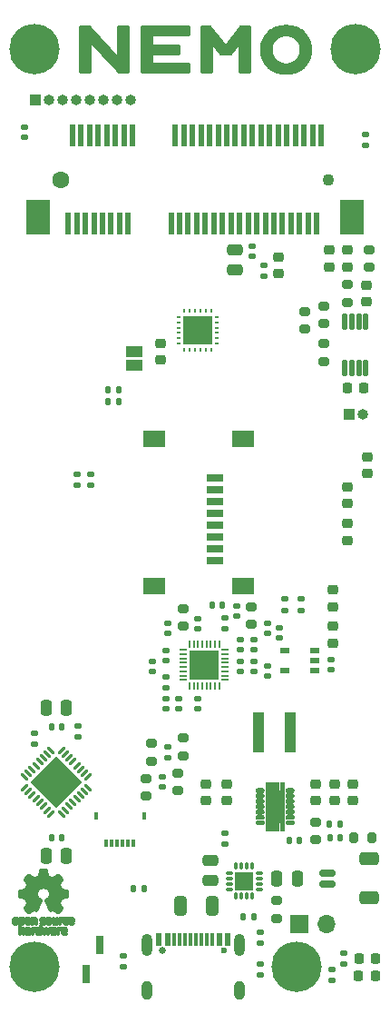
<source format=gts>
%TF.GenerationSoftware,KiCad,Pcbnew,(6.0.7)*%
%TF.CreationDate,2022-10-08T21:46:06-07:00*%
%TF.ProjectId,phone-rounded,70686f6e-652d-4726-9f75-6e6465642e6b,rev?*%
%TF.SameCoordinates,Original*%
%TF.FileFunction,Soldermask,Top*%
%TF.FilePolarity,Negative*%
%FSLAX46Y46*%
G04 Gerber Fmt 4.6, Leading zero omitted, Abs format (unit mm)*
G04 Created by KiCad (PCBNEW (6.0.7)) date 2022-10-08 21:46:06*
%MOMM*%
%LPD*%
G01*
G04 APERTURE LIST*
G04 Aperture macros list*
%AMRoundRect*
0 Rectangle with rounded corners*
0 $1 Rounding radius*
0 $2 $3 $4 $5 $6 $7 $8 $9 X,Y pos of 4 corners*
0 Add a 4 corners polygon primitive as box body*
4,1,4,$2,$3,$4,$5,$6,$7,$8,$9,$2,$3,0*
0 Add four circle primitives for the rounded corners*
1,1,$1+$1,$2,$3*
1,1,$1+$1,$4,$5*
1,1,$1+$1,$6,$7*
1,1,$1+$1,$8,$9*
0 Add four rect primitives between the rounded corners*
20,1,$1+$1,$2,$3,$4,$5,0*
20,1,$1+$1,$4,$5,$6,$7,0*
20,1,$1+$1,$6,$7,$8,$9,0*
20,1,$1+$1,$8,$9,$2,$3,0*%
%AMRotRect*
0 Rectangle, with rotation*
0 The origin of the aperture is its center*
0 $1 length*
0 $2 width*
0 $3 Rotation angle, in degrees counterclockwise*
0 Add horizontal line*
21,1,$1,$2,0,0,$3*%
G04 Aperture macros list end*
%ADD10C,0.250000*%
%ADD11C,0.010000*%
%ADD12RoundRect,0.225000X-0.250000X0.225000X-0.250000X-0.225000X0.250000X-0.225000X0.250000X0.225000X0*%
%ADD13RoundRect,0.007200X0.292800X0.112800X-0.292800X0.112800X-0.292800X-0.112800X0.292800X-0.112800X0*%
%ADD14RoundRect,0.016800X0.103200X0.283200X-0.103200X0.283200X-0.103200X-0.283200X0.103200X-0.283200X0*%
%ADD15R,1.680000X1.680000*%
%ADD16C,4.700000*%
%ADD17C,3.100000*%
%ADD18RoundRect,0.140000X0.170000X-0.140000X0.170000X0.140000X-0.170000X0.140000X-0.170000X-0.140000X0*%
%ADD19RoundRect,0.250000X-0.475000X0.250000X-0.475000X-0.250000X0.475000X-0.250000X0.475000X0.250000X0*%
%ADD20R,0.946899X0.558800*%
%ADD21RoundRect,0.250000X-0.250000X-0.475000X0.250000X-0.475000X0.250000X0.475000X-0.250000X0.475000X0*%
%ADD22RoundRect,0.140000X0.140000X0.170000X-0.140000X0.170000X-0.140000X-0.170000X0.140000X-0.170000X0*%
%ADD23RoundRect,0.200000X0.275000X-0.200000X0.275000X0.200000X-0.275000X0.200000X-0.275000X-0.200000X0*%
%ADD24RoundRect,0.135000X-0.135000X-0.185000X0.135000X-0.185000X0.135000X0.185000X-0.135000X0.185000X0*%
%ADD25RoundRect,0.225000X0.250000X-0.225000X0.250000X0.225000X-0.250000X0.225000X-0.250000X-0.225000X0*%
%ADD26RoundRect,0.140000X-0.170000X0.140000X-0.170000X-0.140000X0.170000X-0.140000X0.170000X0.140000X0*%
%ADD27O,1.000000X1.000000*%
%ADD28R,1.000000X1.000000*%
%ADD29RoundRect,0.135000X-0.185000X0.135000X-0.185000X-0.135000X0.185000X-0.135000X0.185000X0.135000X0*%
%ADD30RoundRect,0.135000X0.135000X0.185000X-0.135000X0.185000X-0.135000X-0.185000X0.135000X-0.185000X0*%
%ADD31RoundRect,0.135000X0.185000X-0.135000X0.185000X0.135000X-0.185000X0.135000X-0.185000X-0.135000X0*%
%ADD32R,0.400000X0.800000*%
%ADD33R,0.300000X0.800000*%
%ADD34RoundRect,0.200000X-0.275000X0.200000X-0.275000X-0.200000X0.275000X-0.200000X0.275000X0.200000X0*%
%ADD35RoundRect,0.250000X0.475000X-0.250000X0.475000X0.250000X-0.475000X0.250000X-0.475000X-0.250000X0*%
%ADD36RoundRect,0.250000X0.325000X0.650000X-0.325000X0.650000X-0.325000X-0.650000X0.325000X-0.650000X0*%
%ADD37C,0.300000*%
%ADD38RoundRect,0.200000X-0.200000X-0.275000X0.200000X-0.275000X0.200000X0.275000X-0.200000X0.275000X0*%
%ADD39RoundRect,0.140000X-0.140000X-0.170000X0.140000X-0.170000X0.140000X0.170000X-0.140000X0.170000X0*%
%ADD40RoundRect,0.218750X0.218750X0.256250X-0.218750X0.256250X-0.218750X-0.256250X0.218750X-0.256250X0*%
%ADD41RoundRect,0.250000X0.650000X-0.350000X0.650000X0.350000X-0.650000X0.350000X-0.650000X-0.350000X0*%
%ADD42RoundRect,0.150000X0.625000X-0.150000X0.625000X0.150000X-0.625000X0.150000X-0.625000X-0.150000X0*%
%ADD43O,1.700000X1.700000*%
%ADD44R,1.700000X1.700000*%
%ADD45R,1.500000X1.000000*%
%ADD46RotRect,3.450000X3.450000X315.000000*%
%ADD47RoundRect,0.062500X-0.309359X-0.220971X-0.220971X-0.309359X0.309359X0.220971X0.220971X0.309359X0*%
%ADD48RoundRect,0.062500X-0.309359X0.220971X0.220971X-0.309359X0.309359X-0.220971X-0.220971X0.309359X0*%
%ADD49R,0.675000X0.675000*%
%ADD50R,0.400000X0.250000*%
%ADD51R,0.250000X0.400000*%
%ADD52R,2.692400X2.692400*%
%ADD53R,0.706399X0.153200*%
%ADD54R,0.153200X0.706399*%
%ADD55O,1.000000X2.100000*%
%ADD56O,1.000000X1.800000*%
%ADD57R,0.600000X1.160000*%
%ADD58R,0.300000X1.160000*%
%ADD59C,0.650000*%
%ADD60C,0.600000*%
%ADD61R,0.650000X1.800000*%
%ADD62R,1.100000X3.700000*%
%ADD63RoundRect,0.028800X-0.211200X0.706200X-0.211200X-0.706200X0.211200X-0.706200X0.211200X0.706200X0*%
%ADD64C,1.100000*%
%ADD65C,1.600000*%
%ADD66R,0.600000X2.000000*%
%ADD67R,2.300000X3.200000*%
%ADD68RoundRect,0.218750X-0.256250X0.218750X-0.256250X-0.218750X0.256250X-0.218750X0.256250X0.218750X0*%
%ADD69R,2.050000X1.500000*%
%ADD70R,1.500000X0.800000*%
%ADD71RoundRect,0.225000X-0.225000X-0.250000X0.225000X-0.250000X0.225000X0.250000X-0.225000X0.250000X0*%
G04 APERTURE END LIST*
%TO.C,REF\u002A\u002A*%
G36*
X128518368Y-60913755D02*
G01*
X128589505Y-60913755D01*
X129976712Y-59146245D01*
X130777020Y-59146245D01*
X130777020Y-63354589D01*
X129887784Y-63354589D01*
X129887784Y-60408750D01*
X129869999Y-60408750D01*
X129853605Y-60453989D01*
X129833423Y-60504620D01*
X129805531Y-60568666D01*
X129770136Y-60642179D01*
X129749689Y-60681254D01*
X129727445Y-60721216D01*
X129703430Y-60761573D01*
X129677669Y-60801831D01*
X129650188Y-60841497D01*
X129621014Y-60880078D01*
X128998539Y-61671247D01*
X128109303Y-61671247D01*
X127486836Y-60880078D01*
X127457662Y-60841497D01*
X127430181Y-60801831D01*
X127404420Y-60761573D01*
X127380405Y-60721216D01*
X127358161Y-60681254D01*
X127337714Y-60642179D01*
X127319092Y-60604486D01*
X127302319Y-60568666D01*
X127287422Y-60535213D01*
X127274427Y-60504620D01*
X127254245Y-60453989D01*
X127237851Y-60408750D01*
X127220067Y-60408750D01*
X127220067Y-63354589D01*
X126330822Y-63354589D01*
X126330822Y-59146245D01*
X127131161Y-59146245D01*
X128518368Y-60913755D01*
G37*
D10*
X128518368Y-60913755D02*
X128589505Y-60913755D01*
X129976712Y-59146245D01*
X130777020Y-59146245D01*
X130777020Y-63354589D01*
X129887784Y-63354589D01*
X129887784Y-60408750D01*
X129869999Y-60408750D01*
X129853605Y-60453989D01*
X129833423Y-60504620D01*
X129805531Y-60568666D01*
X129770136Y-60642179D01*
X129749689Y-60681254D01*
X129727445Y-60721216D01*
X129703430Y-60761573D01*
X129677669Y-60801831D01*
X129650188Y-60841497D01*
X129621014Y-60880078D01*
X128998539Y-61671247D01*
X128109303Y-61671247D01*
X127486836Y-60880078D01*
X127457662Y-60841497D01*
X127430181Y-60801831D01*
X127404420Y-60761573D01*
X127380405Y-60721216D01*
X127358161Y-60681254D01*
X127337714Y-60642179D01*
X127319092Y-60604486D01*
X127302319Y-60568666D01*
X127287422Y-60535213D01*
X127274427Y-60504620D01*
X127254245Y-60453989D01*
X127237851Y-60408750D01*
X127220067Y-60408750D01*
X127220067Y-63354589D01*
X126330822Y-63354589D01*
X126330822Y-59146245D01*
X127131161Y-59146245D01*
X128518368Y-60913755D01*
G36*
X131899865Y-61017786D02*
G01*
X131913832Y-60904700D01*
X131933189Y-60793910D01*
X131957822Y-60685524D01*
X131987616Y-60579650D01*
X132022458Y-60476396D01*
X132062233Y-60375870D01*
X132106827Y-60278179D01*
X132156128Y-60183432D01*
X132210020Y-60091737D01*
X132268389Y-60003201D01*
X132331123Y-59917932D01*
X132398106Y-59836039D01*
X132469225Y-59757628D01*
X132544365Y-59682808D01*
X132623414Y-59611687D01*
X132706256Y-59544372D01*
X132792778Y-59480973D01*
X132882866Y-59421595D01*
X132976406Y-59366348D01*
X133073284Y-59315338D01*
X133173386Y-59268675D01*
X133276597Y-59226466D01*
X133382805Y-59188818D01*
X133491895Y-59155841D01*
X133603753Y-59127640D01*
X133718264Y-59104325D01*
X133835316Y-59086004D01*
X133954795Y-59072783D01*
X134076585Y-59064772D01*
X134200573Y-59062078D01*
X134324561Y-59064772D01*
X134446351Y-59072783D01*
X134565829Y-59086004D01*
X134682880Y-59104325D01*
X134797392Y-59127640D01*
X134909249Y-59155841D01*
X135018339Y-59188818D01*
X135124546Y-59226466D01*
X135227758Y-59268675D01*
X135327860Y-59315338D01*
X135424737Y-59366348D01*
X135518277Y-59421595D01*
X135608365Y-59480973D01*
X135694888Y-59544372D01*
X135777730Y-59611687D01*
X135856779Y-59682808D01*
X135931919Y-59757628D01*
X136003038Y-59836039D01*
X136070022Y-59917932D01*
X136132755Y-60003201D01*
X136191125Y-60091737D01*
X136245018Y-60183432D01*
X136294318Y-60278179D01*
X136338913Y-60375870D01*
X136378688Y-60476396D01*
X136413530Y-60579650D01*
X136443324Y-60685524D01*
X136467957Y-60793910D01*
X136487314Y-60904700D01*
X136501282Y-61017786D01*
X136509746Y-61133061D01*
X136512593Y-61250417D01*
X136509746Y-61367772D01*
X136501282Y-61483046D01*
X136487314Y-61596132D01*
X136467957Y-61706921D01*
X136443324Y-61815307D01*
X136413530Y-61921180D01*
X136378688Y-62024434D01*
X136338912Y-62124960D01*
X136294317Y-62222650D01*
X136245016Y-62317396D01*
X136191124Y-62409091D01*
X136132753Y-62497627D01*
X136070020Y-62582895D01*
X136003036Y-62664789D01*
X135931917Y-62743199D01*
X135856776Y-62818019D01*
X135777727Y-62889140D01*
X135694884Y-62956454D01*
X135608362Y-63019854D01*
X135518274Y-63079232D01*
X135424734Y-63134479D01*
X135327856Y-63185488D01*
X135227755Y-63232151D01*
X135124543Y-63274360D01*
X135018336Y-63312008D01*
X134909246Y-63344986D01*
X134797389Y-63373186D01*
X134682878Y-63396501D01*
X134565827Y-63414822D01*
X134446350Y-63428043D01*
X134324561Y-63436054D01*
X134200573Y-63438749D01*
X134076585Y-63436054D01*
X133954795Y-63428043D01*
X133835316Y-63414822D01*
X133718264Y-63396501D01*
X133603753Y-63373186D01*
X133491895Y-63344986D01*
X133382805Y-63312008D01*
X133276597Y-63274360D01*
X133173386Y-63232151D01*
X133073284Y-63185488D01*
X132976406Y-63134479D01*
X132882866Y-63079232D01*
X132792778Y-63019854D01*
X132706256Y-62956454D01*
X132623414Y-62889140D01*
X132544365Y-62818019D01*
X132469225Y-62743199D01*
X132398106Y-62664789D01*
X132331123Y-62582895D01*
X132268389Y-62497627D01*
X132210020Y-62409091D01*
X132156128Y-62317396D01*
X132106827Y-62222650D01*
X132062233Y-62124960D01*
X132022458Y-62024434D01*
X131987616Y-61921180D01*
X131957822Y-61815307D01*
X131933189Y-61706921D01*
X131913832Y-61596132D01*
X131899865Y-61483046D01*
X131891401Y-61367772D01*
X131888554Y-61250417D01*
X132822247Y-61250417D01*
X132823930Y-61324750D01*
X132828934Y-61397780D01*
X132837194Y-61469440D01*
X132848646Y-61539658D01*
X132863224Y-61608365D01*
X132880864Y-61675493D01*
X132901499Y-61740972D01*
X132925065Y-61804733D01*
X132951497Y-61866706D01*
X132980729Y-61926822D01*
X133012697Y-61985011D01*
X133047335Y-62041205D01*
X133084578Y-62095333D01*
X133124362Y-62147328D01*
X133166620Y-62197118D01*
X133211288Y-62244635D01*
X133258301Y-62289809D01*
X133307593Y-62332572D01*
X133359100Y-62372853D01*
X133412756Y-62410584D01*
X133468496Y-62445695D01*
X133526255Y-62478117D01*
X133585968Y-62507780D01*
X133647570Y-62534615D01*
X133710996Y-62558552D01*
X133776180Y-62579523D01*
X133843057Y-62597458D01*
X133911563Y-62612288D01*
X133981632Y-62623943D01*
X134053199Y-62632353D01*
X134126198Y-62637451D01*
X134200566Y-62639165D01*
X134274933Y-62637451D01*
X134347932Y-62632353D01*
X134419498Y-62623943D01*
X134489566Y-62612288D01*
X134558071Y-62597458D01*
X134624948Y-62579523D01*
X134690132Y-62558552D01*
X134753557Y-62534615D01*
X134815158Y-62507780D01*
X134874871Y-62478117D01*
X134932630Y-62445695D01*
X134988370Y-62410584D01*
X135042026Y-62372853D01*
X135093532Y-62332572D01*
X135142824Y-62289809D01*
X135189837Y-62244635D01*
X135234505Y-62197118D01*
X135276763Y-62147328D01*
X135316546Y-62095333D01*
X135353789Y-62041205D01*
X135388427Y-61985011D01*
X135420395Y-61926822D01*
X135449627Y-61866706D01*
X135476059Y-61804733D01*
X135499625Y-61740972D01*
X135520260Y-61675493D01*
X135537900Y-61608365D01*
X135552478Y-61539658D01*
X135563930Y-61469440D01*
X135572190Y-61397780D01*
X135577194Y-61324750D01*
X135578877Y-61250417D01*
X135577194Y-61176084D01*
X135572190Y-61103053D01*
X135563930Y-61031394D01*
X135552478Y-60961176D01*
X135537900Y-60892468D01*
X135520260Y-60825340D01*
X135499625Y-60759861D01*
X135476059Y-60696101D01*
X135449627Y-60634128D01*
X135420395Y-60574012D01*
X135388427Y-60515823D01*
X135353789Y-60459629D01*
X135316546Y-60405500D01*
X135276763Y-60353506D01*
X135234505Y-60303716D01*
X135189837Y-60256199D01*
X135142824Y-60211025D01*
X135093532Y-60168262D01*
X135042026Y-60127980D01*
X134988370Y-60090250D01*
X134932630Y-60055139D01*
X134874871Y-60022717D01*
X134815158Y-59993054D01*
X134753557Y-59966219D01*
X134690132Y-59942282D01*
X134624948Y-59921311D01*
X134558071Y-59903376D01*
X134489566Y-59888546D01*
X134419498Y-59876891D01*
X134347932Y-59868481D01*
X134274933Y-59863383D01*
X134200566Y-59861669D01*
X134126198Y-59863383D01*
X134053199Y-59868481D01*
X133981632Y-59876891D01*
X133911563Y-59888546D01*
X133843057Y-59903376D01*
X133776180Y-59921311D01*
X133710996Y-59942282D01*
X133647570Y-59966219D01*
X133585968Y-59993054D01*
X133526255Y-60022717D01*
X133468496Y-60055139D01*
X133412756Y-60090250D01*
X133359100Y-60127980D01*
X133307593Y-60168262D01*
X133258301Y-60211025D01*
X133211288Y-60256199D01*
X133166620Y-60303716D01*
X133124362Y-60353506D01*
X133084578Y-60405500D01*
X133047335Y-60459629D01*
X133012697Y-60515823D01*
X132980729Y-60574012D01*
X132951497Y-60634128D01*
X132925065Y-60696101D01*
X132901499Y-60759861D01*
X132880864Y-60825340D01*
X132863224Y-60892468D01*
X132848646Y-60961176D01*
X132837194Y-61031394D01*
X132828934Y-61103053D01*
X132823930Y-61176084D01*
X132822247Y-61250417D01*
X131888554Y-61250417D01*
X131891401Y-61133061D01*
X131899865Y-61017786D01*
G37*
X131899865Y-61017786D02*
X131913832Y-60904700D01*
X131933189Y-60793910D01*
X131957822Y-60685524D01*
X131987616Y-60579650D01*
X132022458Y-60476396D01*
X132062233Y-60375870D01*
X132106827Y-60278179D01*
X132156128Y-60183432D01*
X132210020Y-60091737D01*
X132268389Y-60003201D01*
X132331123Y-59917932D01*
X132398106Y-59836039D01*
X132469225Y-59757628D01*
X132544365Y-59682808D01*
X132623414Y-59611687D01*
X132706256Y-59544372D01*
X132792778Y-59480973D01*
X132882866Y-59421595D01*
X132976406Y-59366348D01*
X133073284Y-59315338D01*
X133173386Y-59268675D01*
X133276597Y-59226466D01*
X133382805Y-59188818D01*
X133491895Y-59155841D01*
X133603753Y-59127640D01*
X133718264Y-59104325D01*
X133835316Y-59086004D01*
X133954795Y-59072783D01*
X134076585Y-59064772D01*
X134200573Y-59062078D01*
X134324561Y-59064772D01*
X134446351Y-59072783D01*
X134565829Y-59086004D01*
X134682880Y-59104325D01*
X134797392Y-59127640D01*
X134909249Y-59155841D01*
X135018339Y-59188818D01*
X135124546Y-59226466D01*
X135227758Y-59268675D01*
X135327860Y-59315338D01*
X135424737Y-59366348D01*
X135518277Y-59421595D01*
X135608365Y-59480973D01*
X135694888Y-59544372D01*
X135777730Y-59611687D01*
X135856779Y-59682808D01*
X135931919Y-59757628D01*
X136003038Y-59836039D01*
X136070022Y-59917932D01*
X136132755Y-60003201D01*
X136191125Y-60091737D01*
X136245018Y-60183432D01*
X136294318Y-60278179D01*
X136338913Y-60375870D01*
X136378688Y-60476396D01*
X136413530Y-60579650D01*
X136443324Y-60685524D01*
X136467957Y-60793910D01*
X136487314Y-60904700D01*
X136501282Y-61017786D01*
X136509746Y-61133061D01*
X136512593Y-61250417D01*
X136509746Y-61367772D01*
X136501282Y-61483046D01*
X136487314Y-61596132D01*
X136467957Y-61706921D01*
X136443324Y-61815307D01*
X136413530Y-61921180D01*
X136378688Y-62024434D01*
X136338912Y-62124960D01*
X136294317Y-62222650D01*
X136245016Y-62317396D01*
X136191124Y-62409091D01*
X136132753Y-62497627D01*
X136070020Y-62582895D01*
X136003036Y-62664789D01*
X135931917Y-62743199D01*
X135856776Y-62818019D01*
X135777727Y-62889140D01*
X135694884Y-62956454D01*
X135608362Y-63019854D01*
X135518274Y-63079232D01*
X135424734Y-63134479D01*
X135327856Y-63185488D01*
X135227755Y-63232151D01*
X135124543Y-63274360D01*
X135018336Y-63312008D01*
X134909246Y-63344986D01*
X134797389Y-63373186D01*
X134682878Y-63396501D01*
X134565827Y-63414822D01*
X134446350Y-63428043D01*
X134324561Y-63436054D01*
X134200573Y-63438749D01*
X134076585Y-63436054D01*
X133954795Y-63428043D01*
X133835316Y-63414822D01*
X133718264Y-63396501D01*
X133603753Y-63373186D01*
X133491895Y-63344986D01*
X133382805Y-63312008D01*
X133276597Y-63274360D01*
X133173386Y-63232151D01*
X133073284Y-63185488D01*
X132976406Y-63134479D01*
X132882866Y-63079232D01*
X132792778Y-63019854D01*
X132706256Y-62956454D01*
X132623414Y-62889140D01*
X132544365Y-62818019D01*
X132469225Y-62743199D01*
X132398106Y-62664789D01*
X132331123Y-62582895D01*
X132268389Y-62497627D01*
X132210020Y-62409091D01*
X132156128Y-62317396D01*
X132106827Y-62222650D01*
X132062233Y-62124960D01*
X132022458Y-62024434D01*
X131987616Y-61921180D01*
X131957822Y-61815307D01*
X131933189Y-61706921D01*
X131913832Y-61596132D01*
X131899865Y-61483046D01*
X131891401Y-61367772D01*
X131888554Y-61250417D01*
X132822247Y-61250417D01*
X132823930Y-61324750D01*
X132828934Y-61397780D01*
X132837194Y-61469440D01*
X132848646Y-61539658D01*
X132863224Y-61608365D01*
X132880864Y-61675493D01*
X132901499Y-61740972D01*
X132925065Y-61804733D01*
X132951497Y-61866706D01*
X132980729Y-61926822D01*
X133012697Y-61985011D01*
X133047335Y-62041205D01*
X133084578Y-62095333D01*
X133124362Y-62147328D01*
X133166620Y-62197118D01*
X133211288Y-62244635D01*
X133258301Y-62289809D01*
X133307593Y-62332572D01*
X133359100Y-62372853D01*
X133412756Y-62410584D01*
X133468496Y-62445695D01*
X133526255Y-62478117D01*
X133585968Y-62507780D01*
X133647570Y-62534615D01*
X133710996Y-62558552D01*
X133776180Y-62579523D01*
X133843057Y-62597458D01*
X133911563Y-62612288D01*
X133981632Y-62623943D01*
X134053199Y-62632353D01*
X134126198Y-62637451D01*
X134200566Y-62639165D01*
X134274933Y-62637451D01*
X134347932Y-62632353D01*
X134419498Y-62623943D01*
X134489566Y-62612288D01*
X134558071Y-62597458D01*
X134624948Y-62579523D01*
X134690132Y-62558552D01*
X134753557Y-62534615D01*
X134815158Y-62507780D01*
X134874871Y-62478117D01*
X134932630Y-62445695D01*
X134988370Y-62410584D01*
X135042026Y-62372853D01*
X135093532Y-62332572D01*
X135142824Y-62289809D01*
X135189837Y-62244635D01*
X135234505Y-62197118D01*
X135276763Y-62147328D01*
X135316546Y-62095333D01*
X135353789Y-62041205D01*
X135388427Y-61985011D01*
X135420395Y-61926822D01*
X135449627Y-61866706D01*
X135476059Y-61804733D01*
X135499625Y-61740972D01*
X135520260Y-61675493D01*
X135537900Y-61608365D01*
X135552478Y-61539658D01*
X135563930Y-61469440D01*
X135572190Y-61397780D01*
X135577194Y-61324750D01*
X135578877Y-61250417D01*
X135577194Y-61176084D01*
X135572190Y-61103053D01*
X135563930Y-61031394D01*
X135552478Y-60961176D01*
X135537900Y-60892468D01*
X135520260Y-60825340D01*
X135499625Y-60759861D01*
X135476059Y-60696101D01*
X135449627Y-60634128D01*
X135420395Y-60574012D01*
X135388427Y-60515823D01*
X135353789Y-60459629D01*
X135316546Y-60405500D01*
X135276763Y-60353506D01*
X135234505Y-60303716D01*
X135189837Y-60256199D01*
X135142824Y-60211025D01*
X135093532Y-60168262D01*
X135042026Y-60127980D01*
X134988370Y-60090250D01*
X134932630Y-60055139D01*
X134874871Y-60022717D01*
X134815158Y-59993054D01*
X134753557Y-59966219D01*
X134690132Y-59942282D01*
X134624948Y-59921311D01*
X134558071Y-59903376D01*
X134489566Y-59888546D01*
X134419498Y-59876891D01*
X134347932Y-59868481D01*
X134274933Y-59863383D01*
X134200566Y-59861669D01*
X134126198Y-59863383D01*
X134053199Y-59868481D01*
X133981632Y-59876891D01*
X133911563Y-59888546D01*
X133843057Y-59903376D01*
X133776180Y-59921311D01*
X133710996Y-59942282D01*
X133647570Y-59966219D01*
X133585968Y-59993054D01*
X133526255Y-60022717D01*
X133468496Y-60055139D01*
X133412756Y-60090250D01*
X133359100Y-60127980D01*
X133307593Y-60168262D01*
X133258301Y-60211025D01*
X133211288Y-60256199D01*
X133166620Y-60303716D01*
X133124362Y-60353506D01*
X133084578Y-60405500D01*
X133047335Y-60459629D01*
X133012697Y-60515823D01*
X132980729Y-60574012D01*
X132951497Y-60634128D01*
X132925065Y-60696101D01*
X132901499Y-60759861D01*
X132880864Y-60825340D01*
X132863224Y-60892468D01*
X132848646Y-60961176D01*
X132837194Y-61031394D01*
X132828934Y-61103053D01*
X132823930Y-61176084D01*
X132822247Y-61250417D01*
X131888554Y-61250417D01*
X131891401Y-61133061D01*
X131899865Y-61017786D01*
G36*
X125130360Y-59903752D02*
G01*
X121662335Y-59903752D01*
X121662335Y-60871663D01*
X124241124Y-60871663D01*
X124241124Y-61629163D01*
X121662335Y-61629163D01*
X121662335Y-62597089D01*
X125130360Y-62597089D01*
X125130360Y-63354589D01*
X120773098Y-63354589D01*
X120773098Y-59146245D01*
X125130360Y-59146245D01*
X125130360Y-59903752D01*
G37*
X125130360Y-59903752D02*
X121662335Y-59903752D01*
X121662335Y-60871663D01*
X124241124Y-60871663D01*
X124241124Y-61629163D01*
X121662335Y-61629163D01*
X121662335Y-62597089D01*
X125130360Y-62597089D01*
X125130360Y-63354589D01*
X120773098Y-63354589D01*
X120773098Y-59146245D01*
X125130360Y-59146245D01*
X125130360Y-59903752D01*
G36*
X118550000Y-62050000D02*
G01*
X118550000Y-59146245D01*
X119439236Y-59146245D01*
X119439236Y-63354589D01*
X118638928Y-63354589D01*
X115882298Y-60450833D01*
X115882298Y-63354589D01*
X114993054Y-63354589D01*
X114993054Y-59146245D01*
X115793370Y-59146245D01*
X118550000Y-62050000D01*
G37*
X118550000Y-62050000D02*
X118550000Y-59146245D01*
X119439236Y-59146245D01*
X119439236Y-63354589D01*
X118638928Y-63354589D01*
X115882298Y-60450833D01*
X115882298Y-63354589D01*
X114993054Y-63354589D01*
X114993054Y-59146245D01*
X115793370Y-59146245D01*
X118550000Y-62050000D01*
G36*
X113146604Y-143085290D02*
G01*
X113155323Y-143085895D01*
X113163865Y-143086891D01*
X113172237Y-143088269D01*
X113180445Y-143090016D01*
X113188497Y-143092124D01*
X113196397Y-143094583D01*
X113204155Y-143097380D01*
X113211775Y-143100507D01*
X113219266Y-143103954D01*
X113226633Y-143107709D01*
X113233883Y-143111763D01*
X113241024Y-143116106D01*
X113248061Y-143120726D01*
X113255002Y-143125615D01*
X113261853Y-143130761D01*
X113175168Y-143233849D01*
X113169989Y-143230037D01*
X113164976Y-143226520D01*
X113160100Y-143223293D01*
X113155335Y-143220349D01*
X113150652Y-143217680D01*
X113146023Y-143215279D01*
X113141423Y-143213140D01*
X113136822Y-143211255D01*
X113132193Y-143209618D01*
X113127508Y-143208222D01*
X113122740Y-143207059D01*
X113117862Y-143206124D01*
X113112845Y-143205408D01*
X113107662Y-143204906D01*
X113102286Y-143204609D01*
X113096688Y-143204512D01*
X113085728Y-143204955D01*
X113074880Y-143206294D01*
X113064225Y-143208547D01*
X113053847Y-143211731D01*
X113048786Y-143213677D01*
X113043826Y-143215862D01*
X113038976Y-143218288D01*
X113034246Y-143220957D01*
X113029646Y-143223872D01*
X113025188Y-143227034D01*
X113020881Y-143230446D01*
X113016735Y-143234109D01*
X113012760Y-143238026D01*
X113008968Y-143242199D01*
X113005368Y-143246629D01*
X113001971Y-143251320D01*
X112998786Y-143256274D01*
X112995824Y-143261491D01*
X112993096Y-143266975D01*
X112990611Y-143272727D01*
X112988380Y-143278751D01*
X112986414Y-143285047D01*
X112984721Y-143291617D01*
X112983314Y-143298465D01*
X112982201Y-143305592D01*
X112981393Y-143313001D01*
X112980901Y-143320692D01*
X112980735Y-143328669D01*
X112980735Y-143685956D01*
X112861310Y-143685956D01*
X112861308Y-143092129D01*
X112980735Y-143092129D01*
X112980735Y-143155366D01*
X112983117Y-143155366D01*
X112990333Y-143146859D01*
X112997924Y-143138901D01*
X113005878Y-143131490D01*
X113014186Y-143124628D01*
X113022837Y-143118315D01*
X113031821Y-143112549D01*
X113041127Y-143107333D01*
X113050746Y-143102665D01*
X113060667Y-143098545D01*
X113070880Y-143094975D01*
X113081373Y-143091954D01*
X113092138Y-143089481D01*
X113103163Y-143087558D01*
X113114439Y-143086185D01*
X113125955Y-143085360D01*
X113137700Y-143085085D01*
X113146604Y-143085290D01*
G37*
X113146604Y-143085290D02*
X113155323Y-143085895D01*
X113163865Y-143086891D01*
X113172237Y-143088269D01*
X113180445Y-143090016D01*
X113188497Y-143092124D01*
X113196397Y-143094583D01*
X113204155Y-143097380D01*
X113211775Y-143100507D01*
X113219266Y-143103954D01*
X113226633Y-143107709D01*
X113233883Y-143111763D01*
X113241024Y-143116106D01*
X113248061Y-143120726D01*
X113255002Y-143125615D01*
X113261853Y-143130761D01*
X113175168Y-143233849D01*
X113169989Y-143230037D01*
X113164976Y-143226520D01*
X113160100Y-143223293D01*
X113155335Y-143220349D01*
X113150652Y-143217680D01*
X113146023Y-143215279D01*
X113141423Y-143213140D01*
X113136822Y-143211255D01*
X113132193Y-143209618D01*
X113127508Y-143208222D01*
X113122740Y-143207059D01*
X113117862Y-143206124D01*
X113112845Y-143205408D01*
X113107662Y-143204906D01*
X113102286Y-143204609D01*
X113096688Y-143204512D01*
X113085728Y-143204955D01*
X113074880Y-143206294D01*
X113064225Y-143208547D01*
X113053847Y-143211731D01*
X113048786Y-143213677D01*
X113043826Y-143215862D01*
X113038976Y-143218288D01*
X113034246Y-143220957D01*
X113029646Y-143223872D01*
X113025188Y-143227034D01*
X113020881Y-143230446D01*
X113016735Y-143234109D01*
X113012760Y-143238026D01*
X113008968Y-143242199D01*
X113005368Y-143246629D01*
X113001971Y-143251320D01*
X112998786Y-143256274D01*
X112995824Y-143261491D01*
X112993096Y-143266975D01*
X112990611Y-143272727D01*
X112988380Y-143278751D01*
X112986414Y-143285047D01*
X112984721Y-143291617D01*
X112983314Y-143298465D01*
X112982201Y-143305592D01*
X112981393Y-143313001D01*
X112980901Y-143320692D01*
X112980735Y-143328669D01*
X112980735Y-143685956D01*
X112861310Y-143685956D01*
X112861308Y-143092129D01*
X112980735Y-143092129D01*
X112980735Y-143155366D01*
X112983117Y-143155366D01*
X112990333Y-143146859D01*
X112997924Y-143138901D01*
X113005878Y-143131490D01*
X113014186Y-143124628D01*
X113022837Y-143118315D01*
X113031821Y-143112549D01*
X113041127Y-143107333D01*
X113050746Y-143102665D01*
X113060667Y-143098545D01*
X113070880Y-143094975D01*
X113081373Y-143091954D01*
X113092138Y-143089481D01*
X113103163Y-143087558D01*
X113114439Y-143086185D01*
X113125955Y-143085360D01*
X113137700Y-143085085D01*
X113146604Y-143085290D01*
G36*
X110864040Y-143338776D02*
G01*
X110864654Y-143317264D01*
X110865549Y-143297770D01*
X110866746Y-143280131D01*
X110868266Y-143264186D01*
X110870128Y-143249774D01*
X110872355Y-143236734D01*
X110874966Y-143224903D01*
X110876422Y-143219391D01*
X110877982Y-143214121D01*
X110879648Y-143209073D01*
X110881424Y-143204226D01*
X110883311Y-143199561D01*
X110885312Y-143195057D01*
X110889667Y-143186452D01*
X110894510Y-143178250D01*
X110899862Y-143170290D01*
X110905742Y-143162409D01*
X110912330Y-143154194D01*
X110919359Y-143146287D01*
X110926830Y-143138718D01*
X110934745Y-143131519D01*
X110943106Y-143124720D01*
X110951915Y-143118352D01*
X110961173Y-143112444D01*
X110970883Y-143107029D01*
X110981046Y-143102136D01*
X110991663Y-143097796D01*
X111002737Y-143094040D01*
X111014270Y-143090898D01*
X111026263Y-143088401D01*
X111038718Y-143086579D01*
X111051636Y-143085464D01*
X111065021Y-143085085D01*
X111076294Y-143085412D01*
X111087279Y-143086376D01*
X111097989Y-143087958D01*
X111108438Y-143090137D01*
X111118640Y-143092893D01*
X111128608Y-143096204D01*
X111138357Y-143100051D01*
X111147900Y-143104413D01*
X111157250Y-143109269D01*
X111166422Y-143114598D01*
X111175429Y-143120381D01*
X111184286Y-143126596D01*
X111193005Y-143133222D01*
X111201600Y-143140240D01*
X111210086Y-143147629D01*
X111218476Y-143155367D01*
X111218476Y-142851956D01*
X111337937Y-142851956D01*
X111337937Y-143685956D01*
X111218476Y-143685956D01*
X111218480Y-143623877D01*
X111211251Y-143631401D01*
X111203626Y-143638603D01*
X111195624Y-143645461D01*
X111187260Y-143651951D01*
X111178553Y-143658052D01*
X111169520Y-143663741D01*
X111160178Y-143668996D01*
X111150543Y-143673793D01*
X111140634Y-143678110D01*
X111130467Y-143681925D01*
X111120060Y-143685215D01*
X111109429Y-143687957D01*
X111098593Y-143690129D01*
X111087568Y-143691709D01*
X111076371Y-143692673D01*
X111065021Y-143692999D01*
X111058270Y-143692904D01*
X111051636Y-143692620D01*
X111045119Y-143692152D01*
X111038718Y-143691503D01*
X111032432Y-143690677D01*
X111026263Y-143689678D01*
X111020209Y-143688511D01*
X111014270Y-143687178D01*
X111008446Y-143685683D01*
X111002737Y-143684032D01*
X110997143Y-143682226D01*
X110991663Y-143680271D01*
X110986297Y-143678170D01*
X110981046Y-143675927D01*
X110970883Y-143671031D01*
X110961173Y-143665613D01*
X110951915Y-143659704D01*
X110943106Y-143653335D01*
X110934745Y-143646537D01*
X110926830Y-143639342D01*
X110919359Y-143631779D01*
X110912330Y-143623880D01*
X110905742Y-143615676D01*
X110899862Y-143607783D01*
X110894510Y-143599811D01*
X110889667Y-143591595D01*
X110885312Y-143582973D01*
X110881424Y-143573783D01*
X110877982Y-143563860D01*
X110874966Y-143553042D01*
X110872355Y-143541166D01*
X110870128Y-143528068D01*
X110868266Y-143513587D01*
X110866746Y-143497558D01*
X110865549Y-143479818D01*
X110864040Y-143438556D01*
X110863574Y-143388497D01*
X110983031Y-143388497D01*
X110983125Y-143405819D01*
X110983502Y-143423006D01*
X110984313Y-143439922D01*
X110985703Y-143456431D01*
X110987821Y-143472398D01*
X110989198Y-143480136D01*
X110990813Y-143487687D01*
X110992684Y-143495035D01*
X110994829Y-143502164D01*
X110997266Y-143509055D01*
X111000014Y-143515691D01*
X111003092Y-143522057D01*
X111006517Y-143528135D01*
X111010309Y-143533908D01*
X111014486Y-143539359D01*
X111019066Y-143544472D01*
X111024067Y-143549228D01*
X111029509Y-143553613D01*
X111035409Y-143557607D01*
X111041786Y-143561195D01*
X111048659Y-143564360D01*
X111056046Y-143567084D01*
X111063965Y-143569351D01*
X111072434Y-143571143D01*
X111081473Y-143572445D01*
X111091100Y-143573238D01*
X111101333Y-143573506D01*
X111111460Y-143573221D01*
X111120988Y-143572381D01*
X111129935Y-143571004D01*
X111138318Y-143569112D01*
X111146157Y-143566724D01*
X111153469Y-143563861D01*
X111160273Y-143560542D01*
X111166586Y-143556788D01*
X111172428Y-143552620D01*
X111177816Y-143548056D01*
X111182768Y-143543118D01*
X111187304Y-143537824D01*
X111191440Y-143532197D01*
X111195196Y-143526255D01*
X111198589Y-143520019D01*
X111201638Y-143513508D01*
X111204360Y-143506744D01*
X111206775Y-143499746D01*
X111210755Y-143485129D01*
X111213722Y-143469818D01*
X111215823Y-143453975D01*
X111217202Y-143437760D01*
X111218007Y-143421335D01*
X111218476Y-143388497D01*
X111218383Y-143372336D01*
X111218007Y-143356036D01*
X111217203Y-143339758D01*
X111215823Y-143323667D01*
X111213722Y-143307926D01*
X111212356Y-143300238D01*
X111210755Y-143292698D01*
X111208901Y-143285327D01*
X111206776Y-143278145D01*
X111204361Y-143271173D01*
X111201638Y-143264432D01*
X111198589Y-143257941D01*
X111195196Y-143251721D01*
X111191441Y-143245792D01*
X111187304Y-143240175D01*
X111182769Y-143234890D01*
X111177817Y-143229958D01*
X111172429Y-143225399D01*
X111166587Y-143221233D01*
X111160273Y-143217480D01*
X111153470Y-143214162D01*
X111146157Y-143211299D01*
X111138319Y-143208910D01*
X111129935Y-143207016D01*
X111120988Y-143205639D01*
X111111460Y-143204797D01*
X111101333Y-143204512D01*
X111091100Y-143204781D01*
X111081474Y-143205574D01*
X111072435Y-143206876D01*
X111063965Y-143208668D01*
X111056046Y-143210935D01*
X111048660Y-143213658D01*
X111041787Y-143216820D01*
X111035410Y-143220405D01*
X111029510Y-143224395D01*
X111024068Y-143228772D01*
X111019067Y-143233521D01*
X111014487Y-143238623D01*
X111010310Y-143244062D01*
X111006518Y-143249819D01*
X111003093Y-143255880D01*
X111000015Y-143262225D01*
X110997267Y-143268837D01*
X110994829Y-143275701D01*
X110990814Y-143290111D01*
X110987821Y-143305318D01*
X110985703Y-143321184D01*
X110984313Y-143337573D01*
X110983503Y-143354346D01*
X110983031Y-143388497D01*
X110863574Y-143388497D01*
X110863687Y-143362467D01*
X110864040Y-143338776D01*
G37*
X110864040Y-143338776D02*
X110864654Y-143317264D01*
X110865549Y-143297770D01*
X110866746Y-143280131D01*
X110868266Y-143264186D01*
X110870128Y-143249774D01*
X110872355Y-143236734D01*
X110874966Y-143224903D01*
X110876422Y-143219391D01*
X110877982Y-143214121D01*
X110879648Y-143209073D01*
X110881424Y-143204226D01*
X110883311Y-143199561D01*
X110885312Y-143195057D01*
X110889667Y-143186452D01*
X110894510Y-143178250D01*
X110899862Y-143170290D01*
X110905742Y-143162409D01*
X110912330Y-143154194D01*
X110919359Y-143146287D01*
X110926830Y-143138718D01*
X110934745Y-143131519D01*
X110943106Y-143124720D01*
X110951915Y-143118352D01*
X110961173Y-143112444D01*
X110970883Y-143107029D01*
X110981046Y-143102136D01*
X110991663Y-143097796D01*
X111002737Y-143094040D01*
X111014270Y-143090898D01*
X111026263Y-143088401D01*
X111038718Y-143086579D01*
X111051636Y-143085464D01*
X111065021Y-143085085D01*
X111076294Y-143085412D01*
X111087279Y-143086376D01*
X111097989Y-143087958D01*
X111108438Y-143090137D01*
X111118640Y-143092893D01*
X111128608Y-143096204D01*
X111138357Y-143100051D01*
X111147900Y-143104413D01*
X111157250Y-143109269D01*
X111166422Y-143114598D01*
X111175429Y-143120381D01*
X111184286Y-143126596D01*
X111193005Y-143133222D01*
X111201600Y-143140240D01*
X111210086Y-143147629D01*
X111218476Y-143155367D01*
X111218476Y-142851956D01*
X111337937Y-142851956D01*
X111337937Y-143685956D01*
X111218476Y-143685956D01*
X111218480Y-143623877D01*
X111211251Y-143631401D01*
X111203626Y-143638603D01*
X111195624Y-143645461D01*
X111187260Y-143651951D01*
X111178553Y-143658052D01*
X111169520Y-143663741D01*
X111160178Y-143668996D01*
X111150543Y-143673793D01*
X111140634Y-143678110D01*
X111130467Y-143681925D01*
X111120060Y-143685215D01*
X111109429Y-143687957D01*
X111098593Y-143690129D01*
X111087568Y-143691709D01*
X111076371Y-143692673D01*
X111065021Y-143692999D01*
X111058270Y-143692904D01*
X111051636Y-143692620D01*
X111045119Y-143692152D01*
X111038718Y-143691503D01*
X111032432Y-143690677D01*
X111026263Y-143689678D01*
X111020209Y-143688511D01*
X111014270Y-143687178D01*
X111008446Y-143685683D01*
X111002737Y-143684032D01*
X110997143Y-143682226D01*
X110991663Y-143680271D01*
X110986297Y-143678170D01*
X110981046Y-143675927D01*
X110970883Y-143671031D01*
X110961173Y-143665613D01*
X110951915Y-143659704D01*
X110943106Y-143653335D01*
X110934745Y-143646537D01*
X110926830Y-143639342D01*
X110919359Y-143631779D01*
X110912330Y-143623880D01*
X110905742Y-143615676D01*
X110899862Y-143607783D01*
X110894510Y-143599811D01*
X110889667Y-143591595D01*
X110885312Y-143582973D01*
X110881424Y-143573783D01*
X110877982Y-143563860D01*
X110874966Y-143553042D01*
X110872355Y-143541166D01*
X110870128Y-143528068D01*
X110868266Y-143513587D01*
X110866746Y-143497558D01*
X110865549Y-143479818D01*
X110864040Y-143438556D01*
X110863574Y-143388497D01*
X110983031Y-143388497D01*
X110983125Y-143405819D01*
X110983502Y-143423006D01*
X110984313Y-143439922D01*
X110985703Y-143456431D01*
X110987821Y-143472398D01*
X110989198Y-143480136D01*
X110990813Y-143487687D01*
X110992684Y-143495035D01*
X110994829Y-143502164D01*
X110997266Y-143509055D01*
X111000014Y-143515691D01*
X111003092Y-143522057D01*
X111006517Y-143528135D01*
X111010309Y-143533908D01*
X111014486Y-143539359D01*
X111019066Y-143544472D01*
X111024067Y-143549228D01*
X111029509Y-143553613D01*
X111035409Y-143557607D01*
X111041786Y-143561195D01*
X111048659Y-143564360D01*
X111056046Y-143567084D01*
X111063965Y-143569351D01*
X111072434Y-143571143D01*
X111081473Y-143572445D01*
X111091100Y-143573238D01*
X111101333Y-143573506D01*
X111111460Y-143573221D01*
X111120988Y-143572381D01*
X111129935Y-143571004D01*
X111138318Y-143569112D01*
X111146157Y-143566724D01*
X111153469Y-143563861D01*
X111160273Y-143560542D01*
X111166586Y-143556788D01*
X111172428Y-143552620D01*
X111177816Y-143548056D01*
X111182768Y-143543118D01*
X111187304Y-143537824D01*
X111191440Y-143532197D01*
X111195196Y-143526255D01*
X111198589Y-143520019D01*
X111201638Y-143513508D01*
X111204360Y-143506744D01*
X111206775Y-143499746D01*
X111210755Y-143485129D01*
X111213722Y-143469818D01*
X111215823Y-143453975D01*
X111217202Y-143437760D01*
X111218007Y-143421335D01*
X111218476Y-143388497D01*
X111218383Y-143372336D01*
X111218007Y-143356036D01*
X111217203Y-143339758D01*
X111215823Y-143323667D01*
X111213722Y-143307926D01*
X111212356Y-143300238D01*
X111210755Y-143292698D01*
X111208901Y-143285327D01*
X111206776Y-143278145D01*
X111204361Y-143271173D01*
X111201638Y-143264432D01*
X111198589Y-143257941D01*
X111195196Y-143251721D01*
X111191441Y-143245792D01*
X111187304Y-143240175D01*
X111182769Y-143234890D01*
X111177817Y-143229958D01*
X111172429Y-143225399D01*
X111166587Y-143221233D01*
X111160273Y-143217480D01*
X111153470Y-143214162D01*
X111146157Y-143211299D01*
X111138319Y-143208910D01*
X111129935Y-143207016D01*
X111120988Y-143205639D01*
X111111460Y-143204797D01*
X111101333Y-143204512D01*
X111091100Y-143204781D01*
X111081474Y-143205574D01*
X111072435Y-143206876D01*
X111063965Y-143208668D01*
X111056046Y-143210935D01*
X111048660Y-143213658D01*
X111041787Y-143216820D01*
X111035410Y-143220405D01*
X111029510Y-143224395D01*
X111024068Y-143228772D01*
X111019067Y-143233521D01*
X111014487Y-143238623D01*
X111010310Y-143244062D01*
X111006518Y-143249819D01*
X111003093Y-143255880D01*
X111000015Y-143262225D01*
X110997267Y-143268837D01*
X110994829Y-143275701D01*
X110990814Y-143290111D01*
X110987821Y-143305318D01*
X110985703Y-143321184D01*
X110984313Y-143337573D01*
X110983503Y-143354346D01*
X110983031Y-143388497D01*
X110863574Y-143388497D01*
X110863687Y-143362467D01*
X110864040Y-143338776D01*
G36*
X110745883Y-143085291D02*
G01*
X110754611Y-143085897D01*
X110763159Y-143086893D01*
X110771534Y-143088271D01*
X110779744Y-143090018D01*
X110787795Y-143092126D01*
X110795694Y-143094584D01*
X110803449Y-143097382D01*
X110811066Y-143100509D01*
X110818553Y-143103955D01*
X110825916Y-143107711D01*
X110833163Y-143111764D01*
X110840300Y-143116107D01*
X110847335Y-143120727D01*
X110854274Y-143125615D01*
X110861125Y-143130761D01*
X110774474Y-143233849D01*
X110769295Y-143230037D01*
X110764280Y-143226520D01*
X110759403Y-143223293D01*
X110754635Y-143220349D01*
X110749950Y-143217680D01*
X110745320Y-143215279D01*
X110740717Y-143213140D01*
X110736114Y-143211255D01*
X110731483Y-143209618D01*
X110726798Y-143208222D01*
X110722030Y-143207059D01*
X110717152Y-143206124D01*
X110712137Y-143205408D01*
X110706957Y-143204906D01*
X110701585Y-143204609D01*
X110695993Y-143204512D01*
X110685037Y-143204955D01*
X110674192Y-143206294D01*
X110663538Y-143208547D01*
X110653159Y-143211731D01*
X110648098Y-143213677D01*
X110643137Y-143215862D01*
X110638285Y-143218288D01*
X110633553Y-143220957D01*
X110628952Y-143223872D01*
X110624492Y-143227034D01*
X110620182Y-143230446D01*
X110616034Y-143234109D01*
X110612057Y-143238026D01*
X110608263Y-143242199D01*
X110604660Y-143246629D01*
X110601260Y-143251320D01*
X110598073Y-143256274D01*
X110595109Y-143261491D01*
X110592378Y-143266975D01*
X110589891Y-143272727D01*
X110587658Y-143278751D01*
X110585689Y-143285047D01*
X110583995Y-143291617D01*
X110582586Y-143298465D01*
X110581472Y-143305592D01*
X110580664Y-143313001D01*
X110580171Y-143320692D01*
X110580005Y-143328669D01*
X110580005Y-143685956D01*
X110460546Y-143685956D01*
X110460538Y-143092133D01*
X110579997Y-143092133D01*
X110579997Y-143155367D01*
X110582353Y-143155367D01*
X110589570Y-143146861D01*
X110597161Y-143138903D01*
X110605117Y-143131492D01*
X110613427Y-143124630D01*
X110622081Y-143118316D01*
X110631068Y-143112551D01*
X110640378Y-143107334D01*
X110649999Y-143102666D01*
X110659923Y-143098547D01*
X110670139Y-143094977D01*
X110680635Y-143091956D01*
X110691402Y-143089483D01*
X110702429Y-143087560D01*
X110713706Y-143086187D01*
X110725223Y-143085362D01*
X110736968Y-143085087D01*
X110745883Y-143085291D01*
G37*
X110745883Y-143085291D02*
X110754611Y-143085897D01*
X110763159Y-143086893D01*
X110771534Y-143088271D01*
X110779744Y-143090018D01*
X110787795Y-143092126D01*
X110795694Y-143094584D01*
X110803449Y-143097382D01*
X110811066Y-143100509D01*
X110818553Y-143103955D01*
X110825916Y-143107711D01*
X110833163Y-143111764D01*
X110840300Y-143116107D01*
X110847335Y-143120727D01*
X110854274Y-143125615D01*
X110861125Y-143130761D01*
X110774474Y-143233849D01*
X110769295Y-143230037D01*
X110764280Y-143226520D01*
X110759403Y-143223293D01*
X110754635Y-143220349D01*
X110749950Y-143217680D01*
X110745320Y-143215279D01*
X110740717Y-143213140D01*
X110736114Y-143211255D01*
X110731483Y-143209618D01*
X110726798Y-143208222D01*
X110722030Y-143207059D01*
X110717152Y-143206124D01*
X110712137Y-143205408D01*
X110706957Y-143204906D01*
X110701585Y-143204609D01*
X110695993Y-143204512D01*
X110685037Y-143204955D01*
X110674192Y-143206294D01*
X110663538Y-143208547D01*
X110653159Y-143211731D01*
X110648098Y-143213677D01*
X110643137Y-143215862D01*
X110638285Y-143218288D01*
X110633553Y-143220957D01*
X110628952Y-143223872D01*
X110624492Y-143227034D01*
X110620182Y-143230446D01*
X110616034Y-143234109D01*
X110612057Y-143238026D01*
X110608263Y-143242199D01*
X110604660Y-143246629D01*
X110601260Y-143251320D01*
X110598073Y-143256274D01*
X110595109Y-143261491D01*
X110592378Y-143266975D01*
X110589891Y-143272727D01*
X110587658Y-143278751D01*
X110585689Y-143285047D01*
X110583995Y-143291617D01*
X110582586Y-143298465D01*
X110581472Y-143305592D01*
X110580664Y-143313001D01*
X110580171Y-143320692D01*
X110580005Y-143328669D01*
X110580005Y-143685956D01*
X110460546Y-143685956D01*
X110460538Y-143092133D01*
X110579997Y-143092133D01*
X110579997Y-143155367D01*
X110582353Y-143155367D01*
X110589570Y-143146861D01*
X110597161Y-143138903D01*
X110605117Y-143131492D01*
X110613427Y-143124630D01*
X110622081Y-143118316D01*
X110631068Y-143112551D01*
X110640378Y-143107334D01*
X110649999Y-143102666D01*
X110659923Y-143098547D01*
X110670139Y-143094977D01*
X110680635Y-143091956D01*
X110691402Y-143089483D01*
X110702429Y-143087560D01*
X110713706Y-143086187D01*
X110725223Y-143085362D01*
X110736968Y-143085087D01*
X110745883Y-143085291D01*
G36*
X110724977Y-142147280D02*
G01*
X110733740Y-142147906D01*
X110751341Y-142150403D01*
X110768897Y-142154551D01*
X110786235Y-142160338D01*
X110794768Y-142163842D01*
X110803181Y-142167752D01*
X110811454Y-142172065D01*
X110819563Y-142176780D01*
X110827488Y-142181896D01*
X110835207Y-142187411D01*
X110842698Y-142193323D01*
X110849939Y-142199633D01*
X110856910Y-142206336D01*
X110863588Y-142213433D01*
X110869951Y-142220922D01*
X110875978Y-142228801D01*
X110881648Y-142237069D01*
X110886938Y-142245724D01*
X110891827Y-142254765D01*
X110896293Y-142264190D01*
X110900315Y-142273998D01*
X110903871Y-142284187D01*
X110906940Y-142294756D01*
X110909499Y-142305704D01*
X110911527Y-142317028D01*
X110913002Y-142328728D01*
X110913903Y-142340801D01*
X110914208Y-142353247D01*
X110914208Y-142747941D01*
X110794747Y-142747941D01*
X110794747Y-142394293D01*
X110794601Y-142386812D01*
X110794165Y-142379533D01*
X110793447Y-142372458D01*
X110792453Y-142365590D01*
X110791188Y-142358930D01*
X110789659Y-142352481D01*
X110787872Y-142346246D01*
X110785834Y-142340226D01*
X110783550Y-142334425D01*
X110781027Y-142328844D01*
X110778271Y-142323486D01*
X110775288Y-142318353D01*
X110772085Y-142313448D01*
X110768668Y-142308773D01*
X110765042Y-142304330D01*
X110761215Y-142300121D01*
X110757192Y-142296149D01*
X110752980Y-142292417D01*
X110748584Y-142288926D01*
X110744012Y-142285679D01*
X110739268Y-142282678D01*
X110734361Y-142279926D01*
X110729294Y-142277425D01*
X110724076Y-142275178D01*
X110718712Y-142273186D01*
X110713209Y-142271451D01*
X110707571Y-142269978D01*
X110701807Y-142268767D01*
X110695922Y-142267821D01*
X110689922Y-142267142D01*
X110683813Y-142266733D01*
X110677602Y-142266596D01*
X110671286Y-142266733D01*
X110665079Y-142267142D01*
X110658987Y-142267821D01*
X110653015Y-142268767D01*
X110647171Y-142269978D01*
X110641460Y-142271451D01*
X110635887Y-142273186D01*
X110630460Y-142275178D01*
X110625183Y-142277425D01*
X110620063Y-142279926D01*
X110615107Y-142282678D01*
X110610319Y-142285679D01*
X110605706Y-142288926D01*
X110601275Y-142292417D01*
X110597030Y-142296149D01*
X110592978Y-142300121D01*
X110589126Y-142304330D01*
X110585478Y-142308773D01*
X110582041Y-142313448D01*
X110578822Y-142318353D01*
X110575825Y-142323486D01*
X110573058Y-142328844D01*
X110570525Y-142334425D01*
X110568234Y-142340226D01*
X110566190Y-142346246D01*
X110564399Y-142352481D01*
X110562866Y-142358930D01*
X110561599Y-142365590D01*
X110560603Y-142372458D01*
X110559885Y-142379533D01*
X110559449Y-142386812D01*
X110559302Y-142394293D01*
X110559302Y-142747941D01*
X110439843Y-142747941D01*
X110439843Y-142154116D01*
X110559302Y-142154116D01*
X110559302Y-142217351D01*
X110561685Y-142217351D01*
X110568896Y-142208844D01*
X110576482Y-142200885D01*
X110584434Y-142193475D01*
X110592740Y-142186612D01*
X110601391Y-142180299D01*
X110610375Y-142174533D01*
X110619682Y-142169317D01*
X110629302Y-142164649D01*
X110639225Y-142160530D01*
X110649439Y-142156960D01*
X110659935Y-142153938D01*
X110670701Y-142151466D01*
X110681728Y-142149543D01*
X110693005Y-142148170D01*
X110704522Y-142147345D01*
X110716268Y-142147071D01*
X110724977Y-142147280D01*
G37*
X110724977Y-142147280D02*
X110733740Y-142147906D01*
X110751341Y-142150403D01*
X110768897Y-142154551D01*
X110786235Y-142160338D01*
X110794768Y-142163842D01*
X110803181Y-142167752D01*
X110811454Y-142172065D01*
X110819563Y-142176780D01*
X110827488Y-142181896D01*
X110835207Y-142187411D01*
X110842698Y-142193323D01*
X110849939Y-142199633D01*
X110856910Y-142206336D01*
X110863588Y-142213433D01*
X110869951Y-142220922D01*
X110875978Y-142228801D01*
X110881648Y-142237069D01*
X110886938Y-142245724D01*
X110891827Y-142254765D01*
X110896293Y-142264190D01*
X110900315Y-142273998D01*
X110903871Y-142284187D01*
X110906940Y-142294756D01*
X110909499Y-142305704D01*
X110911527Y-142317028D01*
X110913002Y-142328728D01*
X110913903Y-142340801D01*
X110914208Y-142353247D01*
X110914208Y-142747941D01*
X110794747Y-142747941D01*
X110794747Y-142394293D01*
X110794601Y-142386812D01*
X110794165Y-142379533D01*
X110793447Y-142372458D01*
X110792453Y-142365590D01*
X110791188Y-142358930D01*
X110789659Y-142352481D01*
X110787872Y-142346246D01*
X110785834Y-142340226D01*
X110783550Y-142334425D01*
X110781027Y-142328844D01*
X110778271Y-142323486D01*
X110775288Y-142318353D01*
X110772085Y-142313448D01*
X110768668Y-142308773D01*
X110765042Y-142304330D01*
X110761215Y-142300121D01*
X110757192Y-142296149D01*
X110752980Y-142292417D01*
X110748584Y-142288926D01*
X110744012Y-142285679D01*
X110739268Y-142282678D01*
X110734361Y-142279926D01*
X110729294Y-142277425D01*
X110724076Y-142275178D01*
X110718712Y-142273186D01*
X110713209Y-142271451D01*
X110707571Y-142269978D01*
X110701807Y-142268767D01*
X110695922Y-142267821D01*
X110689922Y-142267142D01*
X110683813Y-142266733D01*
X110677602Y-142266596D01*
X110671286Y-142266733D01*
X110665079Y-142267142D01*
X110658987Y-142267821D01*
X110653015Y-142268767D01*
X110647171Y-142269978D01*
X110641460Y-142271451D01*
X110635887Y-142273186D01*
X110630460Y-142275178D01*
X110625183Y-142277425D01*
X110620063Y-142279926D01*
X110615107Y-142282678D01*
X110610319Y-142285679D01*
X110605706Y-142288926D01*
X110601275Y-142292417D01*
X110597030Y-142296149D01*
X110592978Y-142300121D01*
X110589126Y-142304330D01*
X110585478Y-142308773D01*
X110582041Y-142313448D01*
X110578822Y-142318353D01*
X110575825Y-142323486D01*
X110573058Y-142328844D01*
X110570525Y-142334425D01*
X110568234Y-142340226D01*
X110566190Y-142346246D01*
X110564399Y-142352481D01*
X110562866Y-142358930D01*
X110561599Y-142365590D01*
X110560603Y-142372458D01*
X110559885Y-142379533D01*
X110559449Y-142386812D01*
X110559302Y-142394293D01*
X110559302Y-142747941D01*
X110439843Y-142747941D01*
X110439843Y-142154116D01*
X110559302Y-142154116D01*
X110559302Y-142217351D01*
X110561685Y-142217351D01*
X110568896Y-142208844D01*
X110576482Y-142200885D01*
X110584434Y-142193475D01*
X110592740Y-142186612D01*
X110601391Y-142180299D01*
X110610375Y-142174533D01*
X110619682Y-142169317D01*
X110629302Y-142164649D01*
X110639225Y-142160530D01*
X110649439Y-142156960D01*
X110659935Y-142153938D01*
X110670701Y-142151466D01*
X110681728Y-142149543D01*
X110693005Y-142148170D01*
X110704522Y-142147345D01*
X110716268Y-142147071D01*
X110724977Y-142147280D01*
G36*
X113269880Y-143311338D02*
G01*
X113273038Y-143293665D01*
X113276824Y-143276831D01*
X113281213Y-143260820D01*
X113286177Y-143245619D01*
X113291691Y-143231212D01*
X113297726Y-143217585D01*
X113304258Y-143204723D01*
X113311259Y-143192610D01*
X113318703Y-143181232D01*
X113326562Y-143170575D01*
X113334812Y-143160624D01*
X113343424Y-143151363D01*
X113352372Y-143142778D01*
X113361630Y-143134854D01*
X113371172Y-143127577D01*
X113380970Y-143120931D01*
X113390997Y-143114901D01*
X113401229Y-143109474D01*
X113411637Y-143104634D01*
X113422195Y-143100366D01*
X113432876Y-143096656D01*
X113443655Y-143093488D01*
X113454504Y-143090849D01*
X113465397Y-143088722D01*
X113487209Y-143085949D01*
X113508876Y-143085051D01*
X113521118Y-143085335D01*
X113533240Y-143086180D01*
X113545224Y-143087580D01*
X113557051Y-143089527D01*
X113568705Y-143092014D01*
X113580169Y-143095033D01*
X113591424Y-143098576D01*
X113602452Y-143102636D01*
X113613237Y-143107206D01*
X113623761Y-143112278D01*
X113634006Y-143117844D01*
X113643955Y-143123897D01*
X113653589Y-143130430D01*
X113662892Y-143137435D01*
X113671846Y-143144904D01*
X113680433Y-143152831D01*
X113688636Y-143161207D01*
X113696437Y-143170024D01*
X113703819Y-143179277D01*
X113710763Y-143188956D01*
X113717253Y-143199055D01*
X113723271Y-143209565D01*
X113728799Y-143220480D01*
X113733820Y-143231793D01*
X113738316Y-143243494D01*
X113742270Y-143255578D01*
X113745663Y-143268036D01*
X113748479Y-143280861D01*
X113750700Y-143294045D01*
X113752308Y-143307582D01*
X113753286Y-143321463D01*
X113753615Y-143335681D01*
X113753615Y-143434138D01*
X113383565Y-143434138D01*
X113383739Y-143443107D01*
X113384255Y-143451795D01*
X113385108Y-143460201D01*
X113386290Y-143468326D01*
X113387795Y-143476169D01*
X113389615Y-143483730D01*
X113391743Y-143491008D01*
X113394174Y-143498004D01*
X113396900Y-143504716D01*
X113399914Y-143511146D01*
X113403209Y-143517293D01*
X113406779Y-143523156D01*
X113410616Y-143528735D01*
X113414714Y-143534030D01*
X113419066Y-143539041D01*
X113423666Y-143543767D01*
X113428505Y-143548209D01*
X113433578Y-143552366D01*
X113438878Y-143556238D01*
X113444397Y-143559824D01*
X113450130Y-143563125D01*
X113456068Y-143566140D01*
X113462206Y-143568869D01*
X113468536Y-143571312D01*
X113475051Y-143573468D01*
X113481746Y-143575337D01*
X113488612Y-143576920D01*
X113495643Y-143578215D01*
X113502832Y-143579223D01*
X113510173Y-143579943D01*
X113517658Y-143580375D01*
X113525281Y-143580519D01*
X113533870Y-143580274D01*
X113542518Y-143579544D01*
X113551199Y-143578338D01*
X113559886Y-143576664D01*
X113568555Y-143574530D01*
X113577179Y-143571945D01*
X113585732Y-143568917D01*
X113594188Y-143565454D01*
X113602522Y-143561565D01*
X113610708Y-143557258D01*
X113618719Y-143552541D01*
X113626530Y-143547423D01*
X113634116Y-143541912D01*
X113641449Y-143536016D01*
X113648505Y-143529744D01*
X113655257Y-143523104D01*
X113741941Y-143596922D01*
X113730756Y-143609196D01*
X113719182Y-143620553D01*
X113707237Y-143631012D01*
X113694943Y-143640588D01*
X113682321Y-143649300D01*
X113669390Y-143657164D01*
X113656171Y-143664198D01*
X113642685Y-143670418D01*
X113628952Y-143675843D01*
X113614992Y-143680488D01*
X113600827Y-143684372D01*
X113586476Y-143687511D01*
X113571961Y-143689923D01*
X113557300Y-143691625D01*
X113542516Y-143692633D01*
X113527629Y-143692965D01*
X113504590Y-143692247D01*
X113481322Y-143689971D01*
X113458062Y-143685951D01*
X113435046Y-143680001D01*
X113412511Y-143671937D01*
X113401498Y-143667054D01*
X113390694Y-143661574D01*
X113380128Y-143655472D01*
X113369831Y-143648725D01*
X113359831Y-143641311D01*
X113350159Y-143633207D01*
X113340843Y-143624388D01*
X113331915Y-143614833D01*
X113323402Y-143604518D01*
X113315335Y-143593419D01*
X113307744Y-143581514D01*
X113300657Y-143568779D01*
X113294105Y-143555192D01*
X113288117Y-143540729D01*
X113282722Y-143525366D01*
X113277951Y-143509082D01*
X113273833Y-143491852D01*
X113270397Y-143473654D01*
X113267673Y-143454464D01*
X113265691Y-143434259D01*
X113264480Y-143413017D01*
X113264070Y-143390713D01*
X113264446Y-143369537D01*
X113265558Y-143349259D01*
X113266829Y-143335711D01*
X113383563Y-143335711D01*
X113634189Y-143335711D01*
X113633723Y-143327379D01*
X113632981Y-143319296D01*
X113631969Y-143311461D01*
X113630690Y-143303876D01*
X113629151Y-143296543D01*
X113627358Y-143289462D01*
X113625315Y-143282634D01*
X113623027Y-143276061D01*
X113620501Y-143269744D01*
X113617742Y-143263683D01*
X113614754Y-143257880D01*
X113611544Y-143252336D01*
X113608117Y-143247051D01*
X113604478Y-143242028D01*
X113600632Y-143237266D01*
X113596586Y-143232768D01*
X113592343Y-143228534D01*
X113587910Y-143224566D01*
X113583293Y-143220863D01*
X113578495Y-143217428D01*
X113573524Y-143214262D01*
X113568383Y-143211366D01*
X113563079Y-143208740D01*
X113557617Y-143206386D01*
X113552003Y-143204305D01*
X113546241Y-143202497D01*
X113540337Y-143200965D01*
X113534296Y-143199709D01*
X113528124Y-143198730D01*
X113521827Y-143198030D01*
X113515409Y-143197609D01*
X113508876Y-143197468D01*
X113502340Y-143197609D01*
X113495912Y-143198030D01*
X113489599Y-143198730D01*
X113483408Y-143199709D01*
X113477343Y-143200965D01*
X113471411Y-143202497D01*
X113465618Y-143204305D01*
X113459970Y-143206386D01*
X113454473Y-143208740D01*
X113449133Y-143211366D01*
X113443956Y-143214262D01*
X113438948Y-143217428D01*
X113434115Y-143220863D01*
X113429463Y-143224566D01*
X113424999Y-143228534D01*
X113420727Y-143232768D01*
X113416655Y-143237266D01*
X113412788Y-143242028D01*
X113409132Y-143247051D01*
X113405693Y-143252336D01*
X113402477Y-143257880D01*
X113399491Y-143263683D01*
X113396740Y-143269744D01*
X113394231Y-143276061D01*
X113391968Y-143282634D01*
X113389959Y-143289462D01*
X113388210Y-143296543D01*
X113386725Y-143303876D01*
X113385513Y-143311461D01*
X113384577Y-143319296D01*
X113383926Y-143327379D01*
X113383563Y-143335711D01*
X113266829Y-143335711D01*
X113267378Y-143329864D01*
X113269880Y-143311338D01*
G37*
X113269880Y-143311338D02*
X113273038Y-143293665D01*
X113276824Y-143276831D01*
X113281213Y-143260820D01*
X113286177Y-143245619D01*
X113291691Y-143231212D01*
X113297726Y-143217585D01*
X113304258Y-143204723D01*
X113311259Y-143192610D01*
X113318703Y-143181232D01*
X113326562Y-143170575D01*
X113334812Y-143160624D01*
X113343424Y-143151363D01*
X113352372Y-143142778D01*
X113361630Y-143134854D01*
X113371172Y-143127577D01*
X113380970Y-143120931D01*
X113390997Y-143114901D01*
X113401229Y-143109474D01*
X113411637Y-143104634D01*
X113422195Y-143100366D01*
X113432876Y-143096656D01*
X113443655Y-143093488D01*
X113454504Y-143090849D01*
X113465397Y-143088722D01*
X113487209Y-143085949D01*
X113508876Y-143085051D01*
X113521118Y-143085335D01*
X113533240Y-143086180D01*
X113545224Y-143087580D01*
X113557051Y-143089527D01*
X113568705Y-143092014D01*
X113580169Y-143095033D01*
X113591424Y-143098576D01*
X113602452Y-143102636D01*
X113613237Y-143107206D01*
X113623761Y-143112278D01*
X113634006Y-143117844D01*
X113643955Y-143123897D01*
X113653589Y-143130430D01*
X113662892Y-143137435D01*
X113671846Y-143144904D01*
X113680433Y-143152831D01*
X113688636Y-143161207D01*
X113696437Y-143170024D01*
X113703819Y-143179277D01*
X113710763Y-143188956D01*
X113717253Y-143199055D01*
X113723271Y-143209565D01*
X113728799Y-143220480D01*
X113733820Y-143231793D01*
X113738316Y-143243494D01*
X113742270Y-143255578D01*
X113745663Y-143268036D01*
X113748479Y-143280861D01*
X113750700Y-143294045D01*
X113752308Y-143307582D01*
X113753286Y-143321463D01*
X113753615Y-143335681D01*
X113753615Y-143434138D01*
X113383565Y-143434138D01*
X113383739Y-143443107D01*
X113384255Y-143451795D01*
X113385108Y-143460201D01*
X113386290Y-143468326D01*
X113387795Y-143476169D01*
X113389615Y-143483730D01*
X113391743Y-143491008D01*
X113394174Y-143498004D01*
X113396900Y-143504716D01*
X113399914Y-143511146D01*
X113403209Y-143517293D01*
X113406779Y-143523156D01*
X113410616Y-143528735D01*
X113414714Y-143534030D01*
X113419066Y-143539041D01*
X113423666Y-143543767D01*
X113428505Y-143548209D01*
X113433578Y-143552366D01*
X113438878Y-143556238D01*
X113444397Y-143559824D01*
X113450130Y-143563125D01*
X113456068Y-143566140D01*
X113462206Y-143568869D01*
X113468536Y-143571312D01*
X113475051Y-143573468D01*
X113481746Y-143575337D01*
X113488612Y-143576920D01*
X113495643Y-143578215D01*
X113502832Y-143579223D01*
X113510173Y-143579943D01*
X113517658Y-143580375D01*
X113525281Y-143580519D01*
X113533870Y-143580274D01*
X113542518Y-143579544D01*
X113551199Y-143578338D01*
X113559886Y-143576664D01*
X113568555Y-143574530D01*
X113577179Y-143571945D01*
X113585732Y-143568917D01*
X113594188Y-143565454D01*
X113602522Y-143561565D01*
X113610708Y-143557258D01*
X113618719Y-143552541D01*
X113626530Y-143547423D01*
X113634116Y-143541912D01*
X113641449Y-143536016D01*
X113648505Y-143529744D01*
X113655257Y-143523104D01*
X113741941Y-143596922D01*
X113730756Y-143609196D01*
X113719182Y-143620553D01*
X113707237Y-143631012D01*
X113694943Y-143640588D01*
X113682321Y-143649300D01*
X113669390Y-143657164D01*
X113656171Y-143664198D01*
X113642685Y-143670418D01*
X113628952Y-143675843D01*
X113614992Y-143680488D01*
X113600827Y-143684372D01*
X113586476Y-143687511D01*
X113571961Y-143689923D01*
X113557300Y-143691625D01*
X113542516Y-143692633D01*
X113527629Y-143692965D01*
X113504590Y-143692247D01*
X113481322Y-143689971D01*
X113458062Y-143685951D01*
X113435046Y-143680001D01*
X113412511Y-143671937D01*
X113401498Y-143667054D01*
X113390694Y-143661574D01*
X113380128Y-143655472D01*
X113369831Y-143648725D01*
X113359831Y-143641311D01*
X113350159Y-143633207D01*
X113340843Y-143624388D01*
X113331915Y-143614833D01*
X113323402Y-143604518D01*
X113315335Y-143593419D01*
X113307744Y-143581514D01*
X113300657Y-143568779D01*
X113294105Y-143555192D01*
X113288117Y-143540729D01*
X113282722Y-143525366D01*
X113277951Y-143509082D01*
X113273833Y-143491852D01*
X113270397Y-143473654D01*
X113267673Y-143454464D01*
X113265691Y-143434259D01*
X113264480Y-143413017D01*
X113264070Y-143390713D01*
X113264446Y-143369537D01*
X113265558Y-143349259D01*
X113266829Y-143335711D01*
X113383563Y-143335711D01*
X113634189Y-143335711D01*
X113633723Y-143327379D01*
X113632981Y-143319296D01*
X113631969Y-143311461D01*
X113630690Y-143303876D01*
X113629151Y-143296543D01*
X113627358Y-143289462D01*
X113625315Y-143282634D01*
X113623027Y-143276061D01*
X113620501Y-143269744D01*
X113617742Y-143263683D01*
X113614754Y-143257880D01*
X113611544Y-143252336D01*
X113608117Y-143247051D01*
X113604478Y-143242028D01*
X113600632Y-143237266D01*
X113596586Y-143232768D01*
X113592343Y-143228534D01*
X113587910Y-143224566D01*
X113583293Y-143220863D01*
X113578495Y-143217428D01*
X113573524Y-143214262D01*
X113568383Y-143211366D01*
X113563079Y-143208740D01*
X113557617Y-143206386D01*
X113552003Y-143204305D01*
X113546241Y-143202497D01*
X113540337Y-143200965D01*
X113534296Y-143199709D01*
X113528124Y-143198730D01*
X113521827Y-143198030D01*
X113515409Y-143197609D01*
X113508876Y-143197468D01*
X113502340Y-143197609D01*
X113495912Y-143198030D01*
X113489599Y-143198730D01*
X113483408Y-143199709D01*
X113477343Y-143200965D01*
X113471411Y-143202497D01*
X113465618Y-143204305D01*
X113459970Y-143206386D01*
X113454473Y-143208740D01*
X113449133Y-143211366D01*
X113443956Y-143214262D01*
X113438948Y-143217428D01*
X113434115Y-143220863D01*
X113429463Y-143224566D01*
X113424999Y-143228534D01*
X113420727Y-143232768D01*
X113416655Y-143237266D01*
X113412788Y-143242028D01*
X113409132Y-143247051D01*
X113405693Y-143252336D01*
X113402477Y-143257880D01*
X113399491Y-143263683D01*
X113396740Y-143269744D01*
X113394231Y-143276061D01*
X113391968Y-143282634D01*
X113389959Y-143289462D01*
X113388210Y-143296543D01*
X113386725Y-143303876D01*
X113385513Y-143311461D01*
X113384577Y-143319296D01*
X113383926Y-143327379D01*
X113383563Y-143335711D01*
X113266829Y-143335711D01*
X113267378Y-143329864D01*
X113269880Y-143311338D01*
G36*
X113294645Y-142147277D02*
G01*
X113303371Y-142147882D01*
X113311917Y-142148879D01*
X113320289Y-142150256D01*
X113328494Y-142152004D01*
X113336542Y-142154112D01*
X113344437Y-142156570D01*
X113352189Y-142159368D01*
X113359803Y-142162495D01*
X113367288Y-142165941D01*
X113374651Y-142169696D01*
X113381899Y-142173750D01*
X113389040Y-142178092D01*
X113396080Y-142182712D01*
X113403027Y-142187600D01*
X113409888Y-142192746D01*
X113323203Y-142295832D01*
X113318024Y-142292032D01*
X113313011Y-142288526D01*
X113308135Y-142285307D01*
X113303370Y-142282370D01*
X113298687Y-142279708D01*
X113294058Y-142277312D01*
X113289458Y-142275178D01*
X113284856Y-142273296D01*
X113280227Y-142271662D01*
X113275543Y-142270268D01*
X113270775Y-142269107D01*
X113265896Y-142268173D01*
X113260879Y-142267458D01*
X113255696Y-142266956D01*
X113250319Y-142266659D01*
X113244721Y-142266562D01*
X113233762Y-142267004D01*
X113222914Y-142268342D01*
X113212259Y-142270592D01*
X113201881Y-142273772D01*
X113196821Y-142275716D01*
X113191860Y-142277899D01*
X113187010Y-142280323D01*
X113182280Y-142282990D01*
X113177681Y-142285903D01*
X113173223Y-142289063D01*
X113168915Y-142292473D01*
X113164769Y-142296134D01*
X113160795Y-142300050D01*
X113157003Y-142304222D01*
X113153403Y-142308651D01*
X113150006Y-142313342D01*
X113146821Y-142318295D01*
X113143859Y-142323512D01*
X113141131Y-142328997D01*
X113138646Y-142334750D01*
X113136415Y-142340775D01*
X113134449Y-142347072D01*
X113132756Y-142353646D01*
X113131349Y-142360497D01*
X113130236Y-142367627D01*
X113129428Y-142375040D01*
X113128936Y-142382736D01*
X113128770Y-142390719D01*
X113128770Y-142747941D01*
X113009278Y-142747941D01*
X113009278Y-142154118D01*
X113128770Y-142154118D01*
X113128770Y-142217352D01*
X113131082Y-142217352D01*
X113138299Y-142208846D01*
X113145892Y-142200887D01*
X113153849Y-142193477D01*
X113162162Y-142186614D01*
X113170818Y-142180301D01*
X113179808Y-142174535D01*
X113189120Y-142169319D01*
X113198746Y-142164651D01*
X113208673Y-142160532D01*
X113218891Y-142156961D01*
X113229390Y-142153940D01*
X113240160Y-142151468D01*
X113251189Y-142149545D01*
X113262468Y-142148171D01*
X113273986Y-142147347D01*
X113285731Y-142147072D01*
X113294645Y-142147277D01*
G37*
X113294645Y-142147277D02*
X113303371Y-142147882D01*
X113311917Y-142148879D01*
X113320289Y-142150256D01*
X113328494Y-142152004D01*
X113336542Y-142154112D01*
X113344437Y-142156570D01*
X113352189Y-142159368D01*
X113359803Y-142162495D01*
X113367288Y-142165941D01*
X113374651Y-142169696D01*
X113381899Y-142173750D01*
X113389040Y-142178092D01*
X113396080Y-142182712D01*
X113403027Y-142187600D01*
X113409888Y-142192746D01*
X113323203Y-142295832D01*
X113318024Y-142292032D01*
X113313011Y-142288526D01*
X113308135Y-142285307D01*
X113303370Y-142282370D01*
X113298687Y-142279708D01*
X113294058Y-142277312D01*
X113289458Y-142275178D01*
X113284856Y-142273296D01*
X113280227Y-142271662D01*
X113275543Y-142270268D01*
X113270775Y-142269107D01*
X113265896Y-142268173D01*
X113260879Y-142267458D01*
X113255696Y-142266956D01*
X113250319Y-142266659D01*
X113244721Y-142266562D01*
X113233762Y-142267004D01*
X113222914Y-142268342D01*
X113212259Y-142270592D01*
X113201881Y-142273772D01*
X113196821Y-142275716D01*
X113191860Y-142277899D01*
X113187010Y-142280323D01*
X113182280Y-142282990D01*
X113177681Y-142285903D01*
X113173223Y-142289063D01*
X113168915Y-142292473D01*
X113164769Y-142296134D01*
X113160795Y-142300050D01*
X113157003Y-142304222D01*
X113153403Y-142308651D01*
X113150006Y-142313342D01*
X113146821Y-142318295D01*
X113143859Y-142323512D01*
X113141131Y-142328997D01*
X113138646Y-142334750D01*
X113136415Y-142340775D01*
X113134449Y-142347072D01*
X113132756Y-142353646D01*
X113131349Y-142360497D01*
X113130236Y-142367627D01*
X113129428Y-142375040D01*
X113128936Y-142382736D01*
X113128770Y-142390719D01*
X113128770Y-142747941D01*
X113009278Y-142747941D01*
X113009278Y-142154118D01*
X113128770Y-142154118D01*
X113128770Y-142217352D01*
X113131082Y-142217352D01*
X113138299Y-142208846D01*
X113145892Y-142200887D01*
X113153849Y-142193477D01*
X113162162Y-142186614D01*
X113170818Y-142180301D01*
X113179808Y-142174535D01*
X113189120Y-142169319D01*
X113198746Y-142164651D01*
X113208673Y-142160532D01*
X113218891Y-142156961D01*
X113229390Y-142153940D01*
X113240160Y-142151468D01*
X113251189Y-142149545D01*
X113262468Y-142148171D01*
X113273986Y-142147347D01*
X113285731Y-142147072D01*
X113294645Y-142147277D01*
G36*
X113914405Y-142373420D02*
G01*
X113917561Y-142355746D01*
X113921346Y-142338910D01*
X113925733Y-142322897D01*
X113930695Y-142307694D01*
X113936207Y-142293285D01*
X113942240Y-142279655D01*
X113948770Y-142266790D01*
X113955769Y-142254674D01*
X113963210Y-142243294D01*
X113971068Y-142232634D01*
X113979315Y-142222679D01*
X113987926Y-142213415D01*
X113996873Y-142204827D01*
X114006130Y-142196900D01*
X114015670Y-142189620D01*
X114025467Y-142182971D01*
X114035495Y-142176939D01*
X114045726Y-142171509D01*
X114056134Y-142166666D01*
X114066693Y-142162396D01*
X114077376Y-142158683D01*
X114088157Y-142155514D01*
X114099008Y-142152872D01*
X114109904Y-142150744D01*
X114131723Y-142147969D01*
X114153401Y-142147071D01*
X114165638Y-142147354D01*
X114177756Y-142148200D01*
X114189736Y-142149600D01*
X114201561Y-142151547D01*
X114213214Y-142154034D01*
X114224676Y-142157053D01*
X114235931Y-142160596D01*
X114246961Y-142164657D01*
X114257747Y-142169227D01*
X114268273Y-142174299D01*
X114278520Y-142179866D01*
X114288472Y-142185920D01*
X114298110Y-142192454D01*
X114307417Y-142199460D01*
X114316375Y-142206930D01*
X114324967Y-142214858D01*
X114333174Y-142223236D01*
X114340980Y-142232055D01*
X114348367Y-142241309D01*
X114355316Y-142250991D01*
X114361811Y-142261092D01*
X114367833Y-142271606D01*
X114373366Y-142282524D01*
X114378391Y-142293839D01*
X114382891Y-142305545D01*
X114386849Y-142317632D01*
X114390245Y-142330094D01*
X114393064Y-142342924D01*
X114395287Y-142356113D01*
X114396897Y-142369655D01*
X114397876Y-142383541D01*
X114398206Y-142397765D01*
X114398206Y-142496155D01*
X114028091Y-142496159D01*
X114028264Y-142505134D01*
X114028781Y-142513828D01*
X114029634Y-142522239D01*
X114030816Y-142530369D01*
X114032320Y-142538216D01*
X114034140Y-142545781D01*
X114036269Y-142553063D01*
X114038700Y-142560062D01*
X114041425Y-142566778D01*
X114044439Y-142573211D01*
X114047734Y-142579360D01*
X114051304Y-142585226D01*
X114055141Y-142590807D01*
X114059240Y-142596104D01*
X114063592Y-142601117D01*
X114068191Y-142605845D01*
X114073031Y-142610289D01*
X114078104Y-142614447D01*
X114083403Y-142618320D01*
X114088923Y-142621907D01*
X114094655Y-142625209D01*
X114100594Y-142628224D01*
X114106731Y-142630954D01*
X114113061Y-142633397D01*
X114119577Y-142635553D01*
X114126271Y-142637423D01*
X114133137Y-142639006D01*
X114140169Y-142640301D01*
X114147358Y-142641309D01*
X114154699Y-142642029D01*
X114162184Y-142642461D01*
X114169807Y-142642605D01*
X114178407Y-142642360D01*
X114187063Y-142641628D01*
X114195749Y-142640419D01*
X114204440Y-142638741D01*
X114213110Y-142636604D01*
X114221733Y-142634014D01*
X114230285Y-142630982D01*
X114238739Y-142627516D01*
X114247069Y-142623625D01*
X114255251Y-142619316D01*
X114263258Y-142614599D01*
X114271065Y-142609482D01*
X114278647Y-142603974D01*
X114285978Y-142598084D01*
X114293031Y-142591820D01*
X114299783Y-142585190D01*
X114386466Y-142658942D01*
X114375293Y-142671215D01*
X114363727Y-142682573D01*
X114351788Y-142693031D01*
X114339498Y-142702608D01*
X114326877Y-142711320D01*
X114313945Y-142719184D01*
X114300725Y-142726218D01*
X114287236Y-142732439D01*
X114273499Y-142737863D01*
X114259536Y-142742509D01*
X114245366Y-142746393D01*
X114231011Y-142749532D01*
X114216492Y-142751944D01*
X114201829Y-142753646D01*
X114187043Y-142754654D01*
X114172154Y-142754986D01*
X114149116Y-142754269D01*
X114125848Y-142751992D01*
X114102588Y-142747972D01*
X114079572Y-142742023D01*
X114057037Y-142733960D01*
X114046024Y-142729078D01*
X114035220Y-142723598D01*
X114024654Y-142717496D01*
X114014357Y-142710751D01*
X114004357Y-142703338D01*
X113994685Y-142695235D01*
X113985370Y-142686418D01*
X113976441Y-142676865D01*
X113967929Y-142666551D01*
X113959862Y-142655455D01*
X113952271Y-142643552D01*
X113945184Y-142630820D01*
X113938632Y-142617236D01*
X113932644Y-142602776D01*
X113927250Y-142587417D01*
X113922478Y-142571136D01*
X113918360Y-142553911D01*
X113914924Y-142535717D01*
X113912201Y-142516532D01*
X113910218Y-142496332D01*
X113909007Y-142475095D01*
X113908597Y-142452798D01*
X113908973Y-142431622D01*
X113910084Y-142411343D01*
X113911355Y-142397797D01*
X114028089Y-142397797D01*
X114278714Y-142397797D01*
X114278243Y-142389460D01*
X114277496Y-142381371D01*
X114276479Y-142373532D01*
X114275196Y-142365944D01*
X114273655Y-142358607D01*
X114271858Y-142351524D01*
X114269813Y-142344694D01*
X114267525Y-142338120D01*
X114264998Y-142331801D01*
X114262238Y-142325740D01*
X114259250Y-142319937D01*
X114256041Y-142314393D01*
X114252614Y-142309109D01*
X114248976Y-142304086D01*
X114245131Y-142299326D01*
X114241086Y-142294829D01*
X114236845Y-142290597D01*
X114232414Y-142286630D01*
X114227798Y-142282929D01*
X114223003Y-142279496D01*
X114218034Y-142276332D01*
X114212895Y-142273437D01*
X114207593Y-142270813D01*
X114202133Y-142268461D01*
X114196521Y-142266382D01*
X114190760Y-142264576D01*
X114184858Y-142263046D01*
X114178819Y-142261791D01*
X114172648Y-142260813D01*
X114166352Y-142260114D01*
X114159934Y-142259693D01*
X114153401Y-142259553D01*
X114146865Y-142259693D01*
X114140438Y-142260114D01*
X114134126Y-142260813D01*
X114127934Y-142261791D01*
X114121870Y-142263046D01*
X114115939Y-142264576D01*
X114110146Y-142266382D01*
X114104499Y-142268461D01*
X114099003Y-142270813D01*
X114093664Y-142273437D01*
X114088488Y-142276332D01*
X114083480Y-142279496D01*
X114078648Y-142282929D01*
X114073997Y-142286630D01*
X114069533Y-142290597D01*
X114065263Y-142294829D01*
X114061191Y-142299326D01*
X114057324Y-142304086D01*
X114053669Y-142309109D01*
X114050230Y-142314393D01*
X114047015Y-142319937D01*
X114044028Y-142325740D01*
X114041277Y-142331801D01*
X114038767Y-142338120D01*
X114036504Y-142344694D01*
X114034495Y-142351524D01*
X114032744Y-142358607D01*
X114031259Y-142365944D01*
X114030044Y-142373532D01*
X114029107Y-142381371D01*
X114028453Y-142389460D01*
X114028089Y-142397797D01*
X113911355Y-142397797D01*
X113911904Y-142391947D01*
X113914405Y-142373420D01*
G37*
X113914405Y-142373420D02*
X113917561Y-142355746D01*
X113921346Y-142338910D01*
X113925733Y-142322897D01*
X113930695Y-142307694D01*
X113936207Y-142293285D01*
X113942240Y-142279655D01*
X113948770Y-142266790D01*
X113955769Y-142254674D01*
X113963210Y-142243294D01*
X113971068Y-142232634D01*
X113979315Y-142222679D01*
X113987926Y-142213415D01*
X113996873Y-142204827D01*
X114006130Y-142196900D01*
X114015670Y-142189620D01*
X114025467Y-142182971D01*
X114035495Y-142176939D01*
X114045726Y-142171509D01*
X114056134Y-142166666D01*
X114066693Y-142162396D01*
X114077376Y-142158683D01*
X114088157Y-142155514D01*
X114099008Y-142152872D01*
X114109904Y-142150744D01*
X114131723Y-142147969D01*
X114153401Y-142147071D01*
X114165638Y-142147354D01*
X114177756Y-142148200D01*
X114189736Y-142149600D01*
X114201561Y-142151547D01*
X114213214Y-142154034D01*
X114224676Y-142157053D01*
X114235931Y-142160596D01*
X114246961Y-142164657D01*
X114257747Y-142169227D01*
X114268273Y-142174299D01*
X114278520Y-142179866D01*
X114288472Y-142185920D01*
X114298110Y-142192454D01*
X114307417Y-142199460D01*
X114316375Y-142206930D01*
X114324967Y-142214858D01*
X114333174Y-142223236D01*
X114340980Y-142232055D01*
X114348367Y-142241309D01*
X114355316Y-142250991D01*
X114361811Y-142261092D01*
X114367833Y-142271606D01*
X114373366Y-142282524D01*
X114378391Y-142293839D01*
X114382891Y-142305545D01*
X114386849Y-142317632D01*
X114390245Y-142330094D01*
X114393064Y-142342924D01*
X114395287Y-142356113D01*
X114396897Y-142369655D01*
X114397876Y-142383541D01*
X114398206Y-142397765D01*
X114398206Y-142496155D01*
X114028091Y-142496159D01*
X114028264Y-142505134D01*
X114028781Y-142513828D01*
X114029634Y-142522239D01*
X114030816Y-142530369D01*
X114032320Y-142538216D01*
X114034140Y-142545781D01*
X114036269Y-142553063D01*
X114038700Y-142560062D01*
X114041425Y-142566778D01*
X114044439Y-142573211D01*
X114047734Y-142579360D01*
X114051304Y-142585226D01*
X114055141Y-142590807D01*
X114059240Y-142596104D01*
X114063592Y-142601117D01*
X114068191Y-142605845D01*
X114073031Y-142610289D01*
X114078104Y-142614447D01*
X114083403Y-142618320D01*
X114088923Y-142621907D01*
X114094655Y-142625209D01*
X114100594Y-142628224D01*
X114106731Y-142630954D01*
X114113061Y-142633397D01*
X114119577Y-142635553D01*
X114126271Y-142637423D01*
X114133137Y-142639006D01*
X114140169Y-142640301D01*
X114147358Y-142641309D01*
X114154699Y-142642029D01*
X114162184Y-142642461D01*
X114169807Y-142642605D01*
X114178407Y-142642360D01*
X114187063Y-142641628D01*
X114195749Y-142640419D01*
X114204440Y-142638741D01*
X114213110Y-142636604D01*
X114221733Y-142634014D01*
X114230285Y-142630982D01*
X114238739Y-142627516D01*
X114247069Y-142623625D01*
X114255251Y-142619316D01*
X114263258Y-142614599D01*
X114271065Y-142609482D01*
X114278647Y-142603974D01*
X114285978Y-142598084D01*
X114293031Y-142591820D01*
X114299783Y-142585190D01*
X114386466Y-142658942D01*
X114375293Y-142671215D01*
X114363727Y-142682573D01*
X114351788Y-142693031D01*
X114339498Y-142702608D01*
X114326877Y-142711320D01*
X114313945Y-142719184D01*
X114300725Y-142726218D01*
X114287236Y-142732439D01*
X114273499Y-142737863D01*
X114259536Y-142742509D01*
X114245366Y-142746393D01*
X114231011Y-142749532D01*
X114216492Y-142751944D01*
X114201829Y-142753646D01*
X114187043Y-142754654D01*
X114172154Y-142754986D01*
X114149116Y-142754269D01*
X114125848Y-142751992D01*
X114102588Y-142747972D01*
X114079572Y-142742023D01*
X114057037Y-142733960D01*
X114046024Y-142729078D01*
X114035220Y-142723598D01*
X114024654Y-142717496D01*
X114014357Y-142710751D01*
X114004357Y-142703338D01*
X113994685Y-142695235D01*
X113985370Y-142686418D01*
X113976441Y-142676865D01*
X113967929Y-142666551D01*
X113959862Y-142655455D01*
X113952271Y-142643552D01*
X113945184Y-142630820D01*
X113938632Y-142617236D01*
X113932644Y-142602776D01*
X113927250Y-142587417D01*
X113922478Y-142571136D01*
X113918360Y-142553911D01*
X113914924Y-142535717D01*
X113912201Y-142516532D01*
X113910218Y-142496332D01*
X113909007Y-142475095D01*
X113908597Y-142452798D01*
X113908973Y-142431622D01*
X113910084Y-142411343D01*
X113911355Y-142397797D01*
X114028089Y-142397797D01*
X114278714Y-142397797D01*
X114278243Y-142389460D01*
X114277496Y-142381371D01*
X114276479Y-142373532D01*
X114275196Y-142365944D01*
X114273655Y-142358607D01*
X114271858Y-142351524D01*
X114269813Y-142344694D01*
X114267525Y-142338120D01*
X114264998Y-142331801D01*
X114262238Y-142325740D01*
X114259250Y-142319937D01*
X114256041Y-142314393D01*
X114252614Y-142309109D01*
X114248976Y-142304086D01*
X114245131Y-142299326D01*
X114241086Y-142294829D01*
X114236845Y-142290597D01*
X114232414Y-142286630D01*
X114227798Y-142282929D01*
X114223003Y-142279496D01*
X114218034Y-142276332D01*
X114212895Y-142273437D01*
X114207593Y-142270813D01*
X114202133Y-142268461D01*
X114196521Y-142266382D01*
X114190760Y-142264576D01*
X114184858Y-142263046D01*
X114178819Y-142261791D01*
X114172648Y-142260813D01*
X114166352Y-142260114D01*
X114159934Y-142259693D01*
X114153401Y-142259553D01*
X114146865Y-142259693D01*
X114140438Y-142260114D01*
X114134126Y-142260813D01*
X114127934Y-142261791D01*
X114121870Y-142263046D01*
X114115939Y-142264576D01*
X114110146Y-142266382D01*
X114104499Y-142268461D01*
X114099003Y-142270813D01*
X114093664Y-142273437D01*
X114088488Y-142276332D01*
X114083480Y-142279496D01*
X114078648Y-142282929D01*
X114073997Y-142286630D01*
X114069533Y-142290597D01*
X114065263Y-142294829D01*
X114061191Y-142299326D01*
X114057324Y-142304086D01*
X114053669Y-142309109D01*
X114050230Y-142314393D01*
X114047015Y-142319937D01*
X114044028Y-142325740D01*
X114041277Y-142331801D01*
X114038767Y-142338120D01*
X114036504Y-142344694D01*
X114034495Y-142351524D01*
X114032744Y-142358607D01*
X114031259Y-142365944D01*
X114030044Y-142373532D01*
X114029107Y-142381371D01*
X114028453Y-142389460D01*
X114028089Y-142397797D01*
X113911355Y-142397797D01*
X113911904Y-142391947D01*
X113914405Y-142373420D01*
G36*
X109852175Y-143493823D02*
G01*
X109853134Y-143485174D01*
X109854475Y-143476644D01*
X109856197Y-143468245D01*
X109858301Y-143459989D01*
X109860786Y-143451888D01*
X109863650Y-143443956D01*
X109866893Y-143436203D01*
X109870515Y-143428642D01*
X109874514Y-143421286D01*
X109878891Y-143414146D01*
X109883644Y-143407235D01*
X109888774Y-143400566D01*
X109894278Y-143394149D01*
X109900158Y-143387999D01*
X109906411Y-143382126D01*
X109913038Y-143376543D01*
X109920037Y-143371263D01*
X109927409Y-143366298D01*
X109935151Y-143361659D01*
X109943265Y-143357359D01*
X109951749Y-143353411D01*
X109960602Y-143349827D01*
X109969824Y-143346618D01*
X109979415Y-143343797D01*
X109989373Y-143341377D01*
X109999698Y-143339369D01*
X110010389Y-143337786D01*
X110021446Y-143336641D01*
X110032868Y-143335944D01*
X110044654Y-143335709D01*
X110209819Y-143335709D01*
X110209819Y-143273635D01*
X110209390Y-143263519D01*
X110208851Y-143258772D01*
X110208092Y-143254228D01*
X110207110Y-143249885D01*
X110205904Y-143245739D01*
X110204471Y-143241787D01*
X110202809Y-143238027D01*
X110200915Y-143234455D01*
X110198787Y-143231068D01*
X110196423Y-143227864D01*
X110193820Y-143224840D01*
X110190977Y-143221992D01*
X110187889Y-143219318D01*
X110184556Y-143216814D01*
X110180975Y-143214477D01*
X110177144Y-143212306D01*
X110173059Y-143210296D01*
X110164123Y-143206749D01*
X110154146Y-143203813D01*
X110143112Y-143201464D01*
X110131000Y-143199679D01*
X110117792Y-143198433D01*
X110103469Y-143197703D01*
X110088012Y-143197465D01*
X110076750Y-143197605D01*
X110066221Y-143198037D01*
X110056388Y-143198775D01*
X110047215Y-143199835D01*
X110042865Y-143200491D01*
X110038667Y-143201232D01*
X110034615Y-143202062D01*
X110030707Y-143202982D01*
X110026936Y-143203993D01*
X110023299Y-143205099D01*
X110019791Y-143206300D01*
X110016408Y-143207598D01*
X110013145Y-143208996D01*
X110009998Y-143210496D01*
X110006962Y-143212099D01*
X110004032Y-143213807D01*
X110001205Y-143215622D01*
X109998475Y-143217547D01*
X109995839Y-143219582D01*
X109993291Y-143221730D01*
X109990827Y-143223993D01*
X109988443Y-143226372D01*
X109986135Y-143228871D01*
X109983897Y-143231489D01*
X109981725Y-143234230D01*
X109979615Y-143237095D01*
X109977562Y-143240087D01*
X109975562Y-143243207D01*
X109881866Y-143171769D01*
X109890664Y-143160364D01*
X109899934Y-143149870D01*
X109909681Y-143140263D01*
X109919910Y-143131519D01*
X109930627Y-143123614D01*
X109941836Y-143116524D01*
X109953543Y-143110223D01*
X109965752Y-143104689D01*
X109978470Y-143099897D01*
X109991701Y-143095822D01*
X110005451Y-143092440D01*
X110019724Y-143089728D01*
X110034526Y-143087661D01*
X110049862Y-143086214D01*
X110065737Y-143085364D01*
X110082156Y-143085085D01*
X110109060Y-143085674D01*
X110134813Y-143087486D01*
X110159334Y-143090592D01*
X110171107Y-143092652D01*
X110182543Y-143095062D01*
X110193630Y-143097831D01*
X110204358Y-143100966D01*
X110214718Y-143104479D01*
X110224700Y-143108376D01*
X110234293Y-143112666D01*
X110243487Y-143117360D01*
X110252273Y-143122464D01*
X110260639Y-143127989D01*
X110268577Y-143133942D01*
X110276076Y-143140334D01*
X110283125Y-143147171D01*
X110289716Y-143154464D01*
X110295837Y-143162221D01*
X110301479Y-143170450D01*
X110306631Y-143179161D01*
X110311284Y-143188362D01*
X110315427Y-143198063D01*
X110319050Y-143208271D01*
X110322144Y-143218996D01*
X110324698Y-143230247D01*
X110326701Y-143242031D01*
X110328145Y-143254359D01*
X110329019Y-143267238D01*
X110329312Y-143280678D01*
X110329312Y-143685956D01*
X110209821Y-143685956D01*
X110209827Y-143633233D01*
X110207471Y-143633233D01*
X110202665Y-143640670D01*
X110197440Y-143647589D01*
X110191761Y-143653995D01*
X110185594Y-143659893D01*
X110178904Y-143665288D01*
X110171658Y-143670186D01*
X110163822Y-143674593D01*
X110155360Y-143678512D01*
X110146239Y-143681951D01*
X110136424Y-143684914D01*
X110125882Y-143687406D01*
X110114578Y-143689433D01*
X110102478Y-143691001D01*
X110089547Y-143692114D01*
X110075751Y-143692777D01*
X110061057Y-143692998D01*
X110048811Y-143692769D01*
X110036891Y-143692091D01*
X110025302Y-143690973D01*
X110014047Y-143689424D01*
X110003132Y-143687455D01*
X109992560Y-143685075D01*
X109982335Y-143682295D01*
X109972461Y-143679124D01*
X109962942Y-143675572D01*
X109953782Y-143671649D01*
X109944986Y-143667364D01*
X109936557Y-143662729D01*
X109928500Y-143657752D01*
X109920818Y-143652443D01*
X109913516Y-143646812D01*
X109906598Y-143640870D01*
X109900067Y-143634626D01*
X109893928Y-143628089D01*
X109888185Y-143621270D01*
X109882842Y-143614179D01*
X109877904Y-143606825D01*
X109873373Y-143599219D01*
X109869254Y-143591370D01*
X109865552Y-143583287D01*
X109862270Y-143574982D01*
X109859412Y-143566464D01*
X109856983Y-143557742D01*
X109854987Y-143548826D01*
X109853427Y-143539727D01*
X109852307Y-143530455D01*
X109851633Y-143521018D01*
X109851407Y-143511428D01*
X109851534Y-143505576D01*
X109963824Y-143505576D01*
X109964200Y-143512974D01*
X109965342Y-143520219D01*
X109967278Y-143527266D01*
X109970033Y-143534071D01*
X109971725Y-143537368D01*
X109973632Y-143540588D01*
X109975757Y-143543725D01*
X109978102Y-143546773D01*
X109980671Y-143549727D01*
X109983467Y-143552581D01*
X109986494Y-143555330D01*
X109989754Y-143557968D01*
X109993251Y-143560489D01*
X109996988Y-143562888D01*
X110000968Y-143565159D01*
X110005195Y-143567297D01*
X110009671Y-143569297D01*
X110014401Y-143571151D01*
X110019386Y-143572856D01*
X110024630Y-143574404D01*
X110035910Y-143577013D01*
X110048265Y-143578931D01*
X110061721Y-143580115D01*
X110076304Y-143580519D01*
X110094209Y-143580379D01*
X110110623Y-143579887D01*
X110125593Y-143578939D01*
X110139164Y-143577430D01*
X110145440Y-143576432D01*
X110151384Y-143575255D01*
X110157001Y-143573885D01*
X110162298Y-143572310D01*
X110167279Y-143570516D01*
X110171952Y-143568490D01*
X110176322Y-143566219D01*
X110180394Y-143563690D01*
X110184175Y-143560889D01*
X110187669Y-143557805D01*
X110190884Y-143554422D01*
X110193824Y-143550730D01*
X110196496Y-143546714D01*
X110198905Y-143542361D01*
X110201057Y-143537658D01*
X110202958Y-143532593D01*
X110204614Y-143527151D01*
X110206030Y-143521321D01*
X110207212Y-143515088D01*
X110208167Y-143508440D01*
X110208899Y-143501363D01*
X110209415Y-143493845D01*
X110209720Y-143485873D01*
X110209821Y-143477433D01*
X110209821Y-143434073D01*
X110066945Y-143434073D01*
X110060463Y-143434155D01*
X110054200Y-143434400D01*
X110048155Y-143434805D01*
X110042327Y-143435367D01*
X110036715Y-143436085D01*
X110031319Y-143436956D01*
X110026137Y-143437978D01*
X110021169Y-143439148D01*
X110016414Y-143440464D01*
X110011871Y-143441924D01*
X110007540Y-143443525D01*
X110003418Y-143445265D01*
X109999506Y-143447141D01*
X109995802Y-143449151D01*
X109992307Y-143451294D01*
X109989018Y-143453565D01*
X109985935Y-143455964D01*
X109983057Y-143458487D01*
X109980383Y-143461133D01*
X109977913Y-143463898D01*
X109975645Y-143466781D01*
X109973579Y-143469779D01*
X109971714Y-143472890D01*
X109970049Y-143476112D01*
X109968583Y-143479441D01*
X109967316Y-143482877D01*
X109966245Y-143486415D01*
X109965371Y-143490055D01*
X109964693Y-143493793D01*
X109964210Y-143497628D01*
X109963921Y-143501556D01*
X109963824Y-143505576D01*
X109851534Y-143505576D01*
X109851599Y-143502578D01*
X109852175Y-143493823D01*
G37*
X109852175Y-143493823D02*
X109853134Y-143485174D01*
X109854475Y-143476644D01*
X109856197Y-143468245D01*
X109858301Y-143459989D01*
X109860786Y-143451888D01*
X109863650Y-143443956D01*
X109866893Y-143436203D01*
X109870515Y-143428642D01*
X109874514Y-143421286D01*
X109878891Y-143414146D01*
X109883644Y-143407235D01*
X109888774Y-143400566D01*
X109894278Y-143394149D01*
X109900158Y-143387999D01*
X109906411Y-143382126D01*
X109913038Y-143376543D01*
X109920037Y-143371263D01*
X109927409Y-143366298D01*
X109935151Y-143361659D01*
X109943265Y-143357359D01*
X109951749Y-143353411D01*
X109960602Y-143349827D01*
X109969824Y-143346618D01*
X109979415Y-143343797D01*
X109989373Y-143341377D01*
X109999698Y-143339369D01*
X110010389Y-143337786D01*
X110021446Y-143336641D01*
X110032868Y-143335944D01*
X110044654Y-143335709D01*
X110209819Y-143335709D01*
X110209819Y-143273635D01*
X110209390Y-143263519D01*
X110208851Y-143258772D01*
X110208092Y-143254228D01*
X110207110Y-143249885D01*
X110205904Y-143245739D01*
X110204471Y-143241787D01*
X110202809Y-143238027D01*
X110200915Y-143234455D01*
X110198787Y-143231068D01*
X110196423Y-143227864D01*
X110193820Y-143224840D01*
X110190977Y-143221992D01*
X110187889Y-143219318D01*
X110184556Y-143216814D01*
X110180975Y-143214477D01*
X110177144Y-143212306D01*
X110173059Y-143210296D01*
X110164123Y-143206749D01*
X110154146Y-143203813D01*
X110143112Y-143201464D01*
X110131000Y-143199679D01*
X110117792Y-143198433D01*
X110103469Y-143197703D01*
X110088012Y-143197465D01*
X110076750Y-143197605D01*
X110066221Y-143198037D01*
X110056388Y-143198775D01*
X110047215Y-143199835D01*
X110042865Y-143200491D01*
X110038667Y-143201232D01*
X110034615Y-143202062D01*
X110030707Y-143202982D01*
X110026936Y-143203993D01*
X110023299Y-143205099D01*
X110019791Y-143206300D01*
X110016408Y-143207598D01*
X110013145Y-143208996D01*
X110009998Y-143210496D01*
X110006962Y-143212099D01*
X110004032Y-143213807D01*
X110001205Y-143215622D01*
X109998475Y-143217547D01*
X109995839Y-143219582D01*
X109993291Y-143221730D01*
X109990827Y-143223993D01*
X109988443Y-143226372D01*
X109986135Y-143228871D01*
X109983897Y-143231489D01*
X109981725Y-143234230D01*
X109979615Y-143237095D01*
X109977562Y-143240087D01*
X109975562Y-143243207D01*
X109881866Y-143171769D01*
X109890664Y-143160364D01*
X109899934Y-143149870D01*
X109909681Y-143140263D01*
X109919910Y-143131519D01*
X109930627Y-143123614D01*
X109941836Y-143116524D01*
X109953543Y-143110223D01*
X109965752Y-143104689D01*
X109978470Y-143099897D01*
X109991701Y-143095822D01*
X110005451Y-143092440D01*
X110019724Y-143089728D01*
X110034526Y-143087661D01*
X110049862Y-143086214D01*
X110065737Y-143085364D01*
X110082156Y-143085085D01*
X110109060Y-143085674D01*
X110134813Y-143087486D01*
X110159334Y-143090592D01*
X110171107Y-143092652D01*
X110182543Y-143095062D01*
X110193630Y-143097831D01*
X110204358Y-143100966D01*
X110214718Y-143104479D01*
X110224700Y-143108376D01*
X110234293Y-143112666D01*
X110243487Y-143117360D01*
X110252273Y-143122464D01*
X110260639Y-143127989D01*
X110268577Y-143133942D01*
X110276076Y-143140334D01*
X110283125Y-143147171D01*
X110289716Y-143154464D01*
X110295837Y-143162221D01*
X110301479Y-143170450D01*
X110306631Y-143179161D01*
X110311284Y-143188362D01*
X110315427Y-143198063D01*
X110319050Y-143208271D01*
X110322144Y-143218996D01*
X110324698Y-143230247D01*
X110326701Y-143242031D01*
X110328145Y-143254359D01*
X110329019Y-143267238D01*
X110329312Y-143280678D01*
X110329312Y-143685956D01*
X110209821Y-143685956D01*
X110209827Y-143633233D01*
X110207471Y-143633233D01*
X110202665Y-143640670D01*
X110197440Y-143647589D01*
X110191761Y-143653995D01*
X110185594Y-143659893D01*
X110178904Y-143665288D01*
X110171658Y-143670186D01*
X110163822Y-143674593D01*
X110155360Y-143678512D01*
X110146239Y-143681951D01*
X110136424Y-143684914D01*
X110125882Y-143687406D01*
X110114578Y-143689433D01*
X110102478Y-143691001D01*
X110089547Y-143692114D01*
X110075751Y-143692777D01*
X110061057Y-143692998D01*
X110048811Y-143692769D01*
X110036891Y-143692091D01*
X110025302Y-143690973D01*
X110014047Y-143689424D01*
X110003132Y-143687455D01*
X109992560Y-143685075D01*
X109982335Y-143682295D01*
X109972461Y-143679124D01*
X109962942Y-143675572D01*
X109953782Y-143671649D01*
X109944986Y-143667364D01*
X109936557Y-143662729D01*
X109928500Y-143657752D01*
X109920818Y-143652443D01*
X109913516Y-143646812D01*
X109906598Y-143640870D01*
X109900067Y-143634626D01*
X109893928Y-143628089D01*
X109888185Y-143621270D01*
X109882842Y-143614179D01*
X109877904Y-143606825D01*
X109873373Y-143599219D01*
X109869254Y-143591370D01*
X109865552Y-143583287D01*
X109862270Y-143574982D01*
X109859412Y-143566464D01*
X109856983Y-143557742D01*
X109854987Y-143548826D01*
X109853427Y-143539727D01*
X109852307Y-143530455D01*
X109851633Y-143521018D01*
X109851407Y-143511428D01*
X109851534Y-143505576D01*
X109963824Y-143505576D01*
X109964200Y-143512974D01*
X109965342Y-143520219D01*
X109967278Y-143527266D01*
X109970033Y-143534071D01*
X109971725Y-143537368D01*
X109973632Y-143540588D01*
X109975757Y-143543725D01*
X109978102Y-143546773D01*
X109980671Y-143549727D01*
X109983467Y-143552581D01*
X109986494Y-143555330D01*
X109989754Y-143557968D01*
X109993251Y-143560489D01*
X109996988Y-143562888D01*
X110000968Y-143565159D01*
X110005195Y-143567297D01*
X110009671Y-143569297D01*
X110014401Y-143571151D01*
X110019386Y-143572856D01*
X110024630Y-143574404D01*
X110035910Y-143577013D01*
X110048265Y-143578931D01*
X110061721Y-143580115D01*
X110076304Y-143580519D01*
X110094209Y-143580379D01*
X110110623Y-143579887D01*
X110125593Y-143578939D01*
X110139164Y-143577430D01*
X110145440Y-143576432D01*
X110151384Y-143575255D01*
X110157001Y-143573885D01*
X110162298Y-143572310D01*
X110167279Y-143570516D01*
X110171952Y-143568490D01*
X110176322Y-143566219D01*
X110180394Y-143563690D01*
X110184175Y-143560889D01*
X110187669Y-143557805D01*
X110190884Y-143554422D01*
X110193824Y-143550730D01*
X110196496Y-143546714D01*
X110198905Y-143542361D01*
X110201057Y-143537658D01*
X110202958Y-143532593D01*
X110204614Y-143527151D01*
X110206030Y-143521321D01*
X110207212Y-143515088D01*
X110208167Y-143508440D01*
X110208899Y-143501363D01*
X110209415Y-143493845D01*
X110209720Y-143485873D01*
X110209821Y-143477433D01*
X110209821Y-143434073D01*
X110066945Y-143434073D01*
X110060463Y-143434155D01*
X110054200Y-143434400D01*
X110048155Y-143434805D01*
X110042327Y-143435367D01*
X110036715Y-143436085D01*
X110031319Y-143436956D01*
X110026137Y-143437978D01*
X110021169Y-143439148D01*
X110016414Y-143440464D01*
X110011871Y-143441924D01*
X110007540Y-143443525D01*
X110003418Y-143445265D01*
X109999506Y-143447141D01*
X109995802Y-143449151D01*
X109992307Y-143451294D01*
X109989018Y-143453565D01*
X109985935Y-143455964D01*
X109983057Y-143458487D01*
X109980383Y-143461133D01*
X109977913Y-143463898D01*
X109975645Y-143466781D01*
X109973579Y-143469779D01*
X109971714Y-143472890D01*
X109970049Y-143476112D01*
X109968583Y-143479441D01*
X109967316Y-143482877D01*
X109966245Y-143486415D01*
X109965371Y-143490055D01*
X109964693Y-143493793D01*
X109964210Y-143497628D01*
X109963921Y-143501556D01*
X109963824Y-143505576D01*
X109851534Y-143505576D01*
X109851599Y-143502578D01*
X109852175Y-143493823D01*
G36*
X111831093Y-137707033D02*
G01*
X111832352Y-137707126D01*
X111833606Y-137707280D01*
X111834851Y-137707493D01*
X111836086Y-137707764D01*
X111837309Y-137708090D01*
X111838519Y-137708470D01*
X111839713Y-137708904D01*
X111840889Y-137709388D01*
X111842047Y-137709922D01*
X111843183Y-137710504D01*
X111844296Y-137711133D01*
X111845384Y-137711807D01*
X111846445Y-137712524D01*
X111847478Y-137713284D01*
X111848480Y-137714083D01*
X111849450Y-137714922D01*
X111850385Y-137715798D01*
X111851285Y-137716709D01*
X111852146Y-137717655D01*
X111852967Y-137718633D01*
X111853747Y-137719643D01*
X111854483Y-137720682D01*
X111855173Y-137721749D01*
X111855817Y-137722843D01*
X111856410Y-137723961D01*
X111856953Y-137725103D01*
X111857443Y-137726267D01*
X111857878Y-137727451D01*
X111858256Y-137728654D01*
X111858575Y-137729874D01*
X111858834Y-137731110D01*
X111963512Y-138293448D01*
X111963776Y-138294694D01*
X111964098Y-138295944D01*
X111964903Y-138298449D01*
X111965913Y-138300946D01*
X111967114Y-138303419D01*
X111968492Y-138305851D01*
X111970033Y-138308227D01*
X111971723Y-138310529D01*
X111973547Y-138312742D01*
X111975491Y-138314849D01*
X111977543Y-138316834D01*
X111979686Y-138318681D01*
X111981907Y-138320373D01*
X111984193Y-138321893D01*
X111986529Y-138323226D01*
X111987711Y-138323817D01*
X111988901Y-138324355D01*
X111990095Y-138324839D01*
X111991294Y-138325265D01*
X112368194Y-138479548D01*
X112370535Y-138480579D01*
X112373018Y-138481440D01*
X112375621Y-138482132D01*
X112378322Y-138482658D01*
X112381099Y-138483019D01*
X112383930Y-138483216D01*
X112386794Y-138483250D01*
X112389669Y-138483124D01*
X112392532Y-138482838D01*
X112395363Y-138482395D01*
X112398138Y-138481795D01*
X112400837Y-138481041D01*
X112403437Y-138480133D01*
X112405916Y-138479074D01*
X112408253Y-138477864D01*
X112410426Y-138476506D01*
X112880225Y-138154114D01*
X112881284Y-138153425D01*
X112882373Y-138152789D01*
X112883492Y-138152207D01*
X112884637Y-138151678D01*
X112885807Y-138151202D01*
X112886998Y-138150778D01*
X112888208Y-138150408D01*
X112889436Y-138150089D01*
X112890678Y-138149823D01*
X112891932Y-138149609D01*
X112894467Y-138149335D01*
X112897023Y-138149267D01*
X112899579Y-138149401D01*
X112902117Y-138149737D01*
X112904617Y-138150273D01*
X112907062Y-138151007D01*
X112908256Y-138151448D01*
X112909430Y-138151937D01*
X112910580Y-138152476D01*
X112911703Y-138153062D01*
X112912799Y-138153697D01*
X112913863Y-138154380D01*
X112914894Y-138155110D01*
X112915890Y-138155888D01*
X112916847Y-138156713D01*
X112917764Y-138157586D01*
X113313413Y-138553238D01*
X113314285Y-138554156D01*
X113315111Y-138555113D01*
X113315888Y-138556109D01*
X113316618Y-138557141D01*
X113317300Y-138558206D01*
X113317933Y-138559302D01*
X113319055Y-138561578D01*
X113319982Y-138563949D01*
X113320712Y-138566396D01*
X113321244Y-138568899D01*
X113321577Y-138571440D01*
X113321709Y-138573999D01*
X113321639Y-138576557D01*
X113321365Y-138579095D01*
X113320886Y-138581593D01*
X113320200Y-138584033D01*
X113319779Y-138585225D01*
X113319306Y-138586395D01*
X113318780Y-138587540D01*
X113318202Y-138588659D01*
X113317572Y-138589749D01*
X113316888Y-138590808D01*
X113000115Y-139052508D01*
X112998753Y-139054690D01*
X112997544Y-139057031D01*
X112996489Y-139059510D01*
X112995591Y-139062104D01*
X112994849Y-139064793D01*
X112994267Y-139067555D01*
X112993844Y-139070370D01*
X112993583Y-139073215D01*
X112993485Y-139076071D01*
X112993551Y-139078914D01*
X112993782Y-139081725D01*
X112994180Y-139084482D01*
X112994747Y-139087163D01*
X112995482Y-139089748D01*
X112996389Y-139092215D01*
X112997468Y-139094542D01*
X113164123Y-139483348D01*
X113165075Y-139485735D01*
X113166245Y-139488100D01*
X113167617Y-139490429D01*
X113169174Y-139492709D01*
X113170900Y-139494924D01*
X113172779Y-139497060D01*
X113174793Y-139499105D01*
X113176926Y-139501043D01*
X113179163Y-139502860D01*
X113181485Y-139504543D01*
X113183877Y-139506078D01*
X113186322Y-139507450D01*
X113188804Y-139508645D01*
X113191306Y-139509649D01*
X113193811Y-139510448D01*
X113196303Y-139511029D01*
X113739991Y-139612132D01*
X113739991Y-139612130D01*
X113741224Y-139612396D01*
X113742442Y-139612722D01*
X113743642Y-139613106D01*
X113744824Y-139613547D01*
X113745985Y-139614041D01*
X113747125Y-139614588D01*
X113748242Y-139615186D01*
X113749334Y-139615832D01*
X113751436Y-139617264D01*
X113753421Y-139618868D01*
X113755275Y-139620631D01*
X113756985Y-139622538D01*
X113758541Y-139624574D01*
X113759929Y-139626724D01*
X113761136Y-139628973D01*
X113761668Y-139630131D01*
X113762151Y-139631308D01*
X113762582Y-139632502D01*
X113762960Y-139633713D01*
X113763284Y-139634937D01*
X113763552Y-139636173D01*
X113763763Y-139637419D01*
X113763914Y-139638674D01*
X113764005Y-139639936D01*
X113764033Y-139641202D01*
X113763969Y-140200764D01*
X113763937Y-140202028D01*
X113763843Y-140203287D01*
X113763689Y-140204541D01*
X113763475Y-140205787D01*
X113763204Y-140207023D01*
X113762877Y-140208248D01*
X113762496Y-140209459D01*
X113762062Y-140210655D01*
X113761576Y-140211833D01*
X113761041Y-140212993D01*
X113760458Y-140214131D01*
X113759828Y-140215246D01*
X113759153Y-140216336D01*
X113758435Y-140217400D01*
X113757675Y-140218435D01*
X113756874Y-140219439D01*
X113756035Y-140220411D01*
X113755158Y-140221349D01*
X113754246Y-140222250D01*
X113753300Y-140223113D01*
X113752322Y-140223936D01*
X113751312Y-140224717D01*
X113750273Y-140225454D01*
X113749206Y-140226146D01*
X113748113Y-140226790D01*
X113746995Y-140227384D01*
X113745854Y-140227926D01*
X113744692Y-140228416D01*
X113743510Y-140228850D01*
X113742309Y-140229227D01*
X113741091Y-140229545D01*
X113739858Y-140229802D01*
X113209535Y-140328492D01*
X113208286Y-140328748D01*
X113207035Y-140329061D01*
X113205783Y-140329431D01*
X113204533Y-140329855D01*
X113202043Y-140330858D01*
X113199583Y-140332057D01*
X113197167Y-140333436D01*
X113194812Y-140334982D01*
X113192534Y-140336679D01*
X113190347Y-140338513D01*
X113188269Y-140340469D01*
X113186315Y-140342534D01*
X113184501Y-140344691D01*
X113182843Y-140346928D01*
X113181356Y-140349229D01*
X113180056Y-140351579D01*
X113178960Y-140353965D01*
X113178493Y-140355167D01*
X113178083Y-140356372D01*
X113012519Y-140769950D01*
X113011495Y-140772302D01*
X113010641Y-140774793D01*
X113009956Y-140777401D01*
X113009437Y-140780106D01*
X113009085Y-140782884D01*
X113008895Y-140785716D01*
X113008868Y-140788578D01*
X113009001Y-140791450D01*
X113009292Y-140794310D01*
X113009740Y-140797136D01*
X113010344Y-140799907D01*
X113011101Y-140802602D01*
X113012009Y-140805198D01*
X113013068Y-140807675D01*
X113014274Y-140810010D01*
X113015628Y-140812182D01*
X113316890Y-141251164D01*
X113317579Y-141252222D01*
X113318215Y-141253313D01*
X113318797Y-141254432D01*
X113319326Y-141255578D01*
X113319802Y-141256749D01*
X113320225Y-141257942D01*
X113320595Y-141259154D01*
X113320914Y-141260384D01*
X113321180Y-141261628D01*
X113321394Y-141262885D01*
X113321667Y-141265426D01*
X113321736Y-141267987D01*
X113321601Y-141270549D01*
X113321265Y-141273094D01*
X113320729Y-141275600D01*
X113319994Y-141278050D01*
X113319554Y-141279247D01*
X113319064Y-141280423D01*
X113318526Y-141281575D01*
X113317939Y-141282701D01*
X113317304Y-141283798D01*
X113316621Y-141284864D01*
X113315891Y-141285896D01*
X113315113Y-141286892D01*
X113314287Y-141287850D01*
X113313415Y-141288767D01*
X112917697Y-141684420D01*
X112916786Y-141685287D01*
X112915833Y-141686107D01*
X112914842Y-141686880D01*
X112913815Y-141687606D01*
X112912753Y-141688284D01*
X112911661Y-141688915D01*
X112909390Y-141690033D01*
X112907023Y-141690958D01*
X112904579Y-141691688D01*
X112902076Y-141692222D01*
X112899536Y-141692558D01*
X112896976Y-141692693D01*
X112894417Y-141692627D01*
X112891877Y-141692357D01*
X112889377Y-141691882D01*
X112886936Y-141691200D01*
X112885743Y-141690780D01*
X112884573Y-141690309D01*
X112883426Y-141689784D01*
X112882307Y-141689207D01*
X112881217Y-141688577D01*
X112880158Y-141687893D01*
X112448922Y-141391924D01*
X112446754Y-141390574D01*
X112444432Y-141389390D01*
X112441977Y-141388372D01*
X112439411Y-141387522D01*
X112436753Y-141386839D01*
X112434027Y-141386324D01*
X112431251Y-141385978D01*
X112428449Y-141385800D01*
X112425640Y-141385791D01*
X112422846Y-141385952D01*
X112420089Y-141386282D01*
X112417388Y-141386783D01*
X112414766Y-141387455D01*
X112412243Y-141388297D01*
X112409841Y-141389311D01*
X112407580Y-141390496D01*
X112217410Y-141492030D01*
X112216273Y-141492570D01*
X112215127Y-141493046D01*
X112213973Y-141493457D01*
X112212814Y-141493803D01*
X112211651Y-141494087D01*
X112210486Y-141494308D01*
X112209322Y-141494468D01*
X112208160Y-141494566D01*
X112207003Y-141494604D01*
X112205852Y-141494583D01*
X112204710Y-141494503D01*
X112203578Y-141494364D01*
X112202458Y-141494169D01*
X112201352Y-141493916D01*
X112200263Y-141493608D01*
X112199192Y-141493245D01*
X112198141Y-141492827D01*
X112197113Y-141492355D01*
X112196108Y-141491831D01*
X112195130Y-141491254D01*
X112194180Y-141490626D01*
X112193260Y-141489947D01*
X112192373Y-141489217D01*
X112191519Y-141488439D01*
X112190702Y-141487612D01*
X112189922Y-141486737D01*
X112189183Y-141485814D01*
X112188486Y-141484846D01*
X112187832Y-141483831D01*
X112187225Y-141482772D01*
X112186666Y-141481668D01*
X112186156Y-141480521D01*
X111794078Y-140533047D01*
X111793625Y-140531869D01*
X111793231Y-140530672D01*
X111792897Y-140529460D01*
X111792622Y-140528234D01*
X111792404Y-140526997D01*
X111792244Y-140525752D01*
X111792139Y-140524499D01*
X111792091Y-140523243D01*
X111792097Y-140521984D01*
X111792156Y-140520725D01*
X111792270Y-140519469D01*
X111792435Y-140518217D01*
X111792653Y-140516973D01*
X111792921Y-140515737D01*
X111793239Y-140514513D01*
X111793607Y-140513302D01*
X111794024Y-140512108D01*
X111794488Y-140510931D01*
X111794999Y-140509775D01*
X111795557Y-140508642D01*
X111796161Y-140507533D01*
X111796809Y-140506452D01*
X111797501Y-140505400D01*
X111798237Y-140504379D01*
X111799015Y-140503393D01*
X111799835Y-140502443D01*
X111800696Y-140501531D01*
X111801597Y-140500659D01*
X111802538Y-140499831D01*
X111803517Y-140499048D01*
X111804534Y-140498312D01*
X111805589Y-140497626D01*
X111853179Y-140468487D01*
X111856604Y-140466305D01*
X111860261Y-140463815D01*
X111864081Y-140461071D01*
X111867994Y-140458126D01*
X111871933Y-140455037D01*
X111875828Y-140451855D01*
X111879610Y-140448637D01*
X111883210Y-140445435D01*
X111914715Y-140423871D01*
X111944782Y-140400457D01*
X111973330Y-140375276D01*
X112000275Y-140348408D01*
X112025537Y-140319936D01*
X112049032Y-140289941D01*
X112070679Y-140258504D01*
X112090396Y-140225708D01*
X112108101Y-140191633D01*
X112123711Y-140156362D01*
X112137145Y-140119976D01*
X112148320Y-140082556D01*
X112157155Y-140044184D01*
X112163567Y-140004943D01*
X112167475Y-139964912D01*
X112168796Y-139924174D01*
X112167990Y-139892329D01*
X112165601Y-139860901D01*
X112161666Y-139829931D01*
X112156224Y-139799457D01*
X112149314Y-139769517D01*
X112140975Y-139740151D01*
X112131246Y-139711397D01*
X112120166Y-139683295D01*
X112107774Y-139655884D01*
X112094108Y-139629201D01*
X112079208Y-139603286D01*
X112063113Y-139578178D01*
X112045860Y-139553916D01*
X112027490Y-139530539D01*
X112008040Y-139508085D01*
X111987551Y-139486594D01*
X111966060Y-139466104D01*
X111943608Y-139446654D01*
X111920231Y-139428283D01*
X111895970Y-139411030D01*
X111870864Y-139394934D01*
X111844951Y-139380034D01*
X111818269Y-139366368D01*
X111790859Y-139353976D01*
X111762759Y-139342896D01*
X111734007Y-139333167D01*
X111704644Y-139324828D01*
X111674706Y-139317918D01*
X111644234Y-139312476D01*
X111613267Y-139308541D01*
X111581843Y-139306151D01*
X111550000Y-139305346D01*
X111518158Y-139306151D01*
X111486733Y-139308541D01*
X111455765Y-139312476D01*
X111425292Y-139317918D01*
X111395354Y-139324828D01*
X111365989Y-139333167D01*
X111337237Y-139342896D01*
X111309135Y-139353976D01*
X111281724Y-139366368D01*
X111255042Y-139380034D01*
X111229127Y-139394934D01*
X111204019Y-139411030D01*
X111179757Y-139428283D01*
X111156379Y-139446654D01*
X111133925Y-139466104D01*
X111112433Y-139486594D01*
X111091942Y-139508085D01*
X111072491Y-139530539D01*
X111054119Y-139553916D01*
X111036865Y-139578178D01*
X111020768Y-139603286D01*
X111005867Y-139629201D01*
X110992200Y-139655884D01*
X110979807Y-139683295D01*
X110968726Y-139711397D01*
X110958996Y-139740151D01*
X110950656Y-139769517D01*
X110943746Y-139799457D01*
X110938303Y-139829931D01*
X110934368Y-139860901D01*
X110931978Y-139892329D01*
X110931172Y-139924174D01*
X110931504Y-139944626D01*
X110932494Y-139964912D01*
X110934130Y-139985021D01*
X110936402Y-140004943D01*
X110939301Y-140024667D01*
X110942816Y-140044184D01*
X110946936Y-140063484D01*
X110951653Y-140082556D01*
X110956954Y-140101390D01*
X110962830Y-140119976D01*
X110969271Y-140138303D01*
X110976266Y-140156362D01*
X110983805Y-140174142D01*
X110991878Y-140191633D01*
X111009585Y-140225708D01*
X111029303Y-140258504D01*
X111050951Y-140289941D01*
X111074447Y-140319936D01*
X111099707Y-140348408D01*
X111126651Y-140375276D01*
X111155196Y-140400457D01*
X111185259Y-140423871D01*
X111216758Y-140445435D01*
X111220378Y-140448637D01*
X111224173Y-140451857D01*
X111228075Y-140455038D01*
X111232018Y-140458129D01*
X111235934Y-140461073D01*
X111239758Y-140463818D01*
X111243420Y-140466308D01*
X111246856Y-140468489D01*
X111294446Y-140497620D01*
X111295506Y-140498306D01*
X111296529Y-140499042D01*
X111297513Y-140499825D01*
X111298458Y-140500654D01*
X111299363Y-140501525D01*
X111300227Y-140502437D01*
X111301830Y-140504374D01*
X111303262Y-140506446D01*
X111304515Y-140508636D01*
X111305585Y-140510926D01*
X111306465Y-140513297D01*
X111307149Y-140515732D01*
X111307631Y-140518213D01*
X111307906Y-140520720D01*
X111307967Y-140523238D01*
X111307808Y-140525747D01*
X111307645Y-140526992D01*
X111307424Y-140528229D01*
X111307146Y-140529454D01*
X111306808Y-140530666D01*
X111306412Y-140531863D01*
X111305955Y-140533042D01*
X110913842Y-141480479D01*
X110913333Y-141481626D01*
X110912773Y-141482730D01*
X110912165Y-141483790D01*
X110911511Y-141484804D01*
X110910813Y-141485774D01*
X110910073Y-141486697D01*
X110909293Y-141487573D01*
X110908474Y-141488401D01*
X110907620Y-141489181D01*
X110906731Y-141489911D01*
X110905811Y-141490591D01*
X110904860Y-141491220D01*
X110903881Y-141491798D01*
X110902875Y-141492324D01*
X110901846Y-141492796D01*
X110900795Y-141493215D01*
X110899723Y-141493579D01*
X110898633Y-141493888D01*
X110897527Y-141494141D01*
X110896407Y-141494337D01*
X110895275Y-141494476D01*
X110894132Y-141494556D01*
X110892982Y-141494577D01*
X110891825Y-141494539D01*
X110890664Y-141494440D01*
X110889501Y-141494280D01*
X110888338Y-141494057D01*
X110887176Y-141493772D01*
X110886019Y-141493424D01*
X110884867Y-141493011D01*
X110883723Y-141492533D01*
X110882588Y-141491990D01*
X110692420Y-141390456D01*
X110690165Y-141389272D01*
X110687766Y-141388261D01*
X110685246Y-141387421D01*
X110682625Y-141386752D01*
X110679925Y-141386254D01*
X110677167Y-141385926D01*
X110674373Y-141385767D01*
X110671562Y-141385778D01*
X110668758Y-141385957D01*
X110665981Y-141386304D01*
X110663252Y-141386818D01*
X110660593Y-141387500D01*
X110658025Y-141388348D01*
X110655569Y-141389361D01*
X110653246Y-141390540D01*
X110651078Y-141391884D01*
X110219874Y-141687857D01*
X110218813Y-141688540D01*
X110217721Y-141689170D01*
X110216599Y-141689747D01*
X110215451Y-141690271D01*
X110214279Y-141690743D01*
X110213085Y-141691162D01*
X110211872Y-141691529D01*
X110210642Y-141691844D01*
X110209398Y-141692107D01*
X110208141Y-141692319D01*
X110205601Y-141692589D01*
X110203042Y-141692655D01*
X110200482Y-141692520D01*
X110197942Y-141692185D01*
X110195439Y-141691651D01*
X110192994Y-141690921D01*
X110191799Y-141690483D01*
X110190626Y-141689996D01*
X110189477Y-141689461D01*
X110188354Y-141688878D01*
X110187259Y-141688248D01*
X110186196Y-141687569D01*
X110185167Y-141686843D01*
X110184173Y-141686071D01*
X110183218Y-141685251D01*
X110182303Y-141684384D01*
X109786588Y-141288731D01*
X109785718Y-141287814D01*
X109784895Y-141286856D01*
X109784120Y-141285859D01*
X109783392Y-141284827D01*
X109782711Y-141283761D01*
X109782078Y-141282664D01*
X109780957Y-141280386D01*
X109780029Y-141278013D01*
X109779297Y-141275563D01*
X109778762Y-141273057D01*
X109778427Y-141270512D01*
X109778292Y-141267950D01*
X109778359Y-141265389D01*
X109778631Y-141262848D01*
X109779109Y-141260347D01*
X109779794Y-141257905D01*
X109780215Y-141256713D01*
X109780689Y-141255542D01*
X109781216Y-141254396D01*
X109781795Y-141253276D01*
X109782428Y-141252186D01*
X109783114Y-141251128D01*
X110084346Y-140812152D01*
X110085711Y-140809979D01*
X110086927Y-140807644D01*
X110087992Y-140805168D01*
X110088906Y-140802571D01*
X110089667Y-140799877D01*
X110090272Y-140797106D01*
X110090722Y-140794279D01*
X110091013Y-140791419D01*
X110091146Y-140788547D01*
X110091117Y-140785685D01*
X110090927Y-140782854D01*
X110090572Y-140780075D01*
X110090053Y-140777371D01*
X110089366Y-140774762D01*
X110088512Y-140772271D01*
X110087487Y-140769919D01*
X109921926Y-140356341D01*
X109921518Y-140355136D01*
X109921053Y-140353934D01*
X109919958Y-140351548D01*
X109918657Y-140349197D01*
X109917168Y-140346896D01*
X109915505Y-140344659D01*
X109913686Y-140342501D01*
X109911726Y-140340436D01*
X109909641Y-140338479D01*
X109907449Y-140336645D01*
X109905165Y-140334948D01*
X109902805Y-140333403D01*
X109900385Y-140332024D01*
X109897923Y-140330826D01*
X109895434Y-140329823D01*
X109892934Y-140329030D01*
X109891685Y-140328717D01*
X109890439Y-140328461D01*
X109360116Y-140229771D01*
X109358880Y-140229514D01*
X109357659Y-140229195D01*
X109356456Y-140228818D01*
X109355272Y-140228384D01*
X109354108Y-140227894D01*
X109352966Y-140227351D01*
X109351847Y-140226757D01*
X109350753Y-140226113D01*
X109349685Y-140225422D01*
X109348646Y-140224684D01*
X109346658Y-140223081D01*
X109344800Y-140221316D01*
X109343086Y-140219407D01*
X109341527Y-140217369D01*
X109340136Y-140215215D01*
X109338924Y-140212962D01*
X109337906Y-140210624D01*
X109337473Y-140209429D01*
X109337092Y-140208218D01*
X109336766Y-140206993D01*
X109336495Y-140205757D01*
X109336282Y-140204511D01*
X109336128Y-140203257D01*
X109336035Y-140201997D01*
X109336003Y-140200734D01*
X109335977Y-139641171D01*
X109336008Y-139639908D01*
X109336101Y-139638649D01*
X109336255Y-139637396D01*
X109336467Y-139636152D01*
X109336737Y-139634918D01*
X109337062Y-139633696D01*
X109337442Y-139632487D01*
X109337874Y-139631294D01*
X109338358Y-139630119D01*
X109338891Y-139628963D01*
X109339472Y-139627828D01*
X109340100Y-139626715D01*
X109340772Y-139625628D01*
X109341489Y-139624568D01*
X109342247Y-139623535D01*
X109343046Y-139622534D01*
X109343884Y-139621564D01*
X109344759Y-139620628D01*
X109345670Y-139619729D01*
X109346615Y-139618867D01*
X109347593Y-139618044D01*
X109348603Y-139617263D01*
X109349642Y-139616525D01*
X109350710Y-139615832D01*
X109351804Y-139615186D01*
X109352924Y-139614589D01*
X109354067Y-139614042D01*
X109355233Y-139613548D01*
X109356419Y-139613108D01*
X109357624Y-139612724D01*
X109358847Y-139612398D01*
X109360086Y-139612132D01*
X109903737Y-139511029D01*
X109904987Y-139510768D01*
X109906241Y-139510450D01*
X109908756Y-139509651D01*
X109911265Y-139508647D01*
X109913752Y-139507453D01*
X109916200Y-139506081D01*
X109918594Y-139504547D01*
X109920917Y-139502863D01*
X109923152Y-139501046D01*
X109925283Y-139499107D01*
X109927294Y-139497062D01*
X109929169Y-139494925D01*
X109930890Y-139492710D01*
X109932442Y-139490430D01*
X109933808Y-139488100D01*
X109934972Y-139485735D01*
X109935474Y-139484543D01*
X109935918Y-139483348D01*
X110102605Y-139094542D01*
X110103677Y-139092215D01*
X110104578Y-139089748D01*
X110105309Y-139087163D01*
X110105871Y-139084482D01*
X110106267Y-139081725D01*
X110106496Y-139078914D01*
X110106562Y-139076071D01*
X110106464Y-139073215D01*
X110106205Y-139070370D01*
X110105786Y-139067555D01*
X110105208Y-139064793D01*
X110104472Y-139062104D01*
X110103581Y-139059510D01*
X110102535Y-139057031D01*
X110101337Y-139054690D01*
X110099986Y-139052508D01*
X109783181Y-138590808D01*
X109782492Y-138589749D01*
X109781857Y-138588659D01*
X109781275Y-138587540D01*
X109780747Y-138586395D01*
X109780271Y-138585225D01*
X109779849Y-138584033D01*
X109779479Y-138582822D01*
X109779162Y-138581593D01*
X109778897Y-138580350D01*
X109778683Y-138579095D01*
X109778412Y-138576557D01*
X109778345Y-138573999D01*
X109778481Y-138571439D01*
X109778819Y-138568898D01*
X109779355Y-138566395D01*
X109780090Y-138563948D01*
X109780530Y-138562752D01*
X109781019Y-138561577D01*
X109781557Y-138560426D01*
X109782142Y-138559302D01*
X109782776Y-138558206D01*
X109783457Y-138557141D01*
X109784186Y-138556109D01*
X109784962Y-138555113D01*
X109785785Y-138554155D01*
X109786655Y-138553238D01*
X110182338Y-138157586D01*
X110183252Y-138156713D01*
X110184207Y-138155888D01*
X110185200Y-138155110D01*
X110186230Y-138154379D01*
X110187293Y-138153696D01*
X110188387Y-138153062D01*
X110190660Y-138151937D01*
X110193028Y-138151007D01*
X110195473Y-138150273D01*
X110197975Y-138149737D01*
X110200516Y-138149401D01*
X110203076Y-138149267D01*
X110205635Y-138149336D01*
X110208175Y-138149609D01*
X110210676Y-138150090D01*
X110213119Y-138150779D01*
X110214313Y-138151202D01*
X110215485Y-138151678D01*
X110216633Y-138152207D01*
X110217755Y-138152789D01*
X110218848Y-138153425D01*
X110219909Y-138154114D01*
X110689675Y-138476508D01*
X110691842Y-138477866D01*
X110694174Y-138479076D01*
X110696649Y-138480136D01*
X110699246Y-138481044D01*
X110701941Y-138481798D01*
X110704715Y-138482398D01*
X110707544Y-138482841D01*
X110710407Y-138483126D01*
X110713282Y-138483253D01*
X110716148Y-138483218D01*
X110718981Y-138483021D01*
X110721761Y-138482660D01*
X110724466Y-138482135D01*
X110727074Y-138481442D01*
X110729562Y-138480581D01*
X110731910Y-138479550D01*
X111108840Y-138325265D01*
X111111239Y-138324355D01*
X111113615Y-138323226D01*
X111115954Y-138321893D01*
X111118241Y-138320373D01*
X111120464Y-138318681D01*
X111122607Y-138316834D01*
X111124657Y-138314849D01*
X111126601Y-138312742D01*
X111128423Y-138310529D01*
X111130111Y-138308227D01*
X111131650Y-138305851D01*
X111133026Y-138303419D01*
X111134225Y-138300946D01*
X111135233Y-138298449D01*
X111136037Y-138295944D01*
X111136622Y-138293448D01*
X111241265Y-137731110D01*
X111241526Y-137729874D01*
X111241846Y-137728654D01*
X111242225Y-137727451D01*
X111242661Y-137726267D01*
X111243151Y-137725103D01*
X111243694Y-137723961D01*
X111244288Y-137722843D01*
X111244931Y-137721749D01*
X111245622Y-137720682D01*
X111246358Y-137719643D01*
X111247958Y-137717655D01*
X111249717Y-137715798D01*
X111251620Y-137714083D01*
X111253652Y-137712524D01*
X111255799Y-137711133D01*
X111258044Y-137709922D01*
X111259200Y-137709388D01*
X111260374Y-137708904D01*
X111261566Y-137708470D01*
X111262773Y-137708090D01*
X111263994Y-137707764D01*
X111265227Y-137707493D01*
X111266469Y-137707280D01*
X111267719Y-137707126D01*
X111268975Y-137707033D01*
X111270236Y-137707001D01*
X111829829Y-137707001D01*
X111831093Y-137707033D01*
G37*
X111831093Y-137707033D02*
X111832352Y-137707126D01*
X111833606Y-137707280D01*
X111834851Y-137707493D01*
X111836086Y-137707764D01*
X111837309Y-137708090D01*
X111838519Y-137708470D01*
X111839713Y-137708904D01*
X111840889Y-137709388D01*
X111842047Y-137709922D01*
X111843183Y-137710504D01*
X111844296Y-137711133D01*
X111845384Y-137711807D01*
X111846445Y-137712524D01*
X111847478Y-137713284D01*
X111848480Y-137714083D01*
X111849450Y-137714922D01*
X111850385Y-137715798D01*
X111851285Y-137716709D01*
X111852146Y-137717655D01*
X111852967Y-137718633D01*
X111853747Y-137719643D01*
X111854483Y-137720682D01*
X111855173Y-137721749D01*
X111855817Y-137722843D01*
X111856410Y-137723961D01*
X111856953Y-137725103D01*
X111857443Y-137726267D01*
X111857878Y-137727451D01*
X111858256Y-137728654D01*
X111858575Y-137729874D01*
X111858834Y-137731110D01*
X111963512Y-138293448D01*
X111963776Y-138294694D01*
X111964098Y-138295944D01*
X111964903Y-138298449D01*
X111965913Y-138300946D01*
X111967114Y-138303419D01*
X111968492Y-138305851D01*
X111970033Y-138308227D01*
X111971723Y-138310529D01*
X111973547Y-138312742D01*
X111975491Y-138314849D01*
X111977543Y-138316834D01*
X111979686Y-138318681D01*
X111981907Y-138320373D01*
X111984193Y-138321893D01*
X111986529Y-138323226D01*
X111987711Y-138323817D01*
X111988901Y-138324355D01*
X111990095Y-138324839D01*
X111991294Y-138325265D01*
X112368194Y-138479548D01*
X112370535Y-138480579D01*
X112373018Y-138481440D01*
X112375621Y-138482132D01*
X112378322Y-138482658D01*
X112381099Y-138483019D01*
X112383930Y-138483216D01*
X112386794Y-138483250D01*
X112389669Y-138483124D01*
X112392532Y-138482838D01*
X112395363Y-138482395D01*
X112398138Y-138481795D01*
X112400837Y-138481041D01*
X112403437Y-138480133D01*
X112405916Y-138479074D01*
X112408253Y-138477864D01*
X112410426Y-138476506D01*
X112880225Y-138154114D01*
X112881284Y-138153425D01*
X112882373Y-138152789D01*
X112883492Y-138152207D01*
X112884637Y-138151678D01*
X112885807Y-138151202D01*
X112886998Y-138150778D01*
X112888208Y-138150408D01*
X112889436Y-138150089D01*
X112890678Y-138149823D01*
X112891932Y-138149609D01*
X112894467Y-138149335D01*
X112897023Y-138149267D01*
X112899579Y-138149401D01*
X112902117Y-138149737D01*
X112904617Y-138150273D01*
X112907062Y-138151007D01*
X112908256Y-138151448D01*
X112909430Y-138151937D01*
X112910580Y-138152476D01*
X112911703Y-138153062D01*
X112912799Y-138153697D01*
X112913863Y-138154380D01*
X112914894Y-138155110D01*
X112915890Y-138155888D01*
X112916847Y-138156713D01*
X112917764Y-138157586D01*
X113313413Y-138553238D01*
X113314285Y-138554156D01*
X113315111Y-138555113D01*
X113315888Y-138556109D01*
X113316618Y-138557141D01*
X113317300Y-138558206D01*
X113317933Y-138559302D01*
X113319055Y-138561578D01*
X113319982Y-138563949D01*
X113320712Y-138566396D01*
X113321244Y-138568899D01*
X113321577Y-138571440D01*
X113321709Y-138573999D01*
X113321639Y-138576557D01*
X113321365Y-138579095D01*
X113320886Y-138581593D01*
X113320200Y-138584033D01*
X113319779Y-138585225D01*
X113319306Y-138586395D01*
X113318780Y-138587540D01*
X113318202Y-138588659D01*
X113317572Y-138589749D01*
X113316888Y-138590808D01*
X113000115Y-139052508D01*
X112998753Y-139054690D01*
X112997544Y-139057031D01*
X112996489Y-139059510D01*
X112995591Y-139062104D01*
X112994849Y-139064793D01*
X112994267Y-139067555D01*
X112993844Y-139070370D01*
X112993583Y-139073215D01*
X112993485Y-139076071D01*
X112993551Y-139078914D01*
X112993782Y-139081725D01*
X112994180Y-139084482D01*
X112994747Y-139087163D01*
X112995482Y-139089748D01*
X112996389Y-139092215D01*
X112997468Y-139094542D01*
X113164123Y-139483348D01*
X113165075Y-139485735D01*
X113166245Y-139488100D01*
X113167617Y-139490429D01*
X113169174Y-139492709D01*
X113170900Y-139494924D01*
X113172779Y-139497060D01*
X113174793Y-139499105D01*
X113176926Y-139501043D01*
X113179163Y-139502860D01*
X113181485Y-139504543D01*
X113183877Y-139506078D01*
X113186322Y-139507450D01*
X113188804Y-139508645D01*
X113191306Y-139509649D01*
X113193811Y-139510448D01*
X113196303Y-139511029D01*
X113739991Y-139612132D01*
X113739991Y-139612130D01*
X113741224Y-139612396D01*
X113742442Y-139612722D01*
X113743642Y-139613106D01*
X113744824Y-139613547D01*
X113745985Y-139614041D01*
X113747125Y-139614588D01*
X113748242Y-139615186D01*
X113749334Y-139615832D01*
X113751436Y-139617264D01*
X113753421Y-139618868D01*
X113755275Y-139620631D01*
X113756985Y-139622538D01*
X113758541Y-139624574D01*
X113759929Y-139626724D01*
X113761136Y-139628973D01*
X113761668Y-139630131D01*
X113762151Y-139631308D01*
X113762582Y-139632502D01*
X113762960Y-139633713D01*
X113763284Y-139634937D01*
X113763552Y-139636173D01*
X113763763Y-139637419D01*
X113763914Y-139638674D01*
X113764005Y-139639936D01*
X113764033Y-139641202D01*
X113763969Y-140200764D01*
X113763937Y-140202028D01*
X113763843Y-140203287D01*
X113763689Y-140204541D01*
X113763475Y-140205787D01*
X113763204Y-140207023D01*
X113762877Y-140208248D01*
X113762496Y-140209459D01*
X113762062Y-140210655D01*
X113761576Y-140211833D01*
X113761041Y-140212993D01*
X113760458Y-140214131D01*
X113759828Y-140215246D01*
X113759153Y-140216336D01*
X113758435Y-140217400D01*
X113757675Y-140218435D01*
X113756874Y-140219439D01*
X113756035Y-140220411D01*
X113755158Y-140221349D01*
X113754246Y-140222250D01*
X113753300Y-140223113D01*
X113752322Y-140223936D01*
X113751312Y-140224717D01*
X113750273Y-140225454D01*
X113749206Y-140226146D01*
X113748113Y-140226790D01*
X113746995Y-140227384D01*
X113745854Y-140227926D01*
X113744692Y-140228416D01*
X113743510Y-140228850D01*
X113742309Y-140229227D01*
X113741091Y-140229545D01*
X113739858Y-140229802D01*
X113209535Y-140328492D01*
X113208286Y-140328748D01*
X113207035Y-140329061D01*
X113205783Y-140329431D01*
X113204533Y-140329855D01*
X113202043Y-140330858D01*
X113199583Y-140332057D01*
X113197167Y-140333436D01*
X113194812Y-140334982D01*
X113192534Y-140336679D01*
X113190347Y-140338513D01*
X113188269Y-140340469D01*
X113186315Y-140342534D01*
X113184501Y-140344691D01*
X113182843Y-140346928D01*
X113181356Y-140349229D01*
X113180056Y-140351579D01*
X113178960Y-140353965D01*
X113178493Y-140355167D01*
X113178083Y-140356372D01*
X113012519Y-140769950D01*
X113011495Y-140772302D01*
X113010641Y-140774793D01*
X113009956Y-140777401D01*
X113009437Y-140780106D01*
X113009085Y-140782884D01*
X113008895Y-140785716D01*
X113008868Y-140788578D01*
X113009001Y-140791450D01*
X113009292Y-140794310D01*
X113009740Y-140797136D01*
X113010344Y-140799907D01*
X113011101Y-140802602D01*
X113012009Y-140805198D01*
X113013068Y-140807675D01*
X113014274Y-140810010D01*
X113015628Y-140812182D01*
X113316890Y-141251164D01*
X113317579Y-141252222D01*
X113318215Y-141253313D01*
X113318797Y-141254432D01*
X113319326Y-141255578D01*
X113319802Y-141256749D01*
X113320225Y-141257942D01*
X113320595Y-141259154D01*
X113320914Y-141260384D01*
X113321180Y-141261628D01*
X113321394Y-141262885D01*
X113321667Y-141265426D01*
X113321736Y-141267987D01*
X113321601Y-141270549D01*
X113321265Y-141273094D01*
X113320729Y-141275600D01*
X113319994Y-141278050D01*
X113319554Y-141279247D01*
X113319064Y-141280423D01*
X113318526Y-141281575D01*
X113317939Y-141282701D01*
X113317304Y-141283798D01*
X113316621Y-141284864D01*
X113315891Y-141285896D01*
X113315113Y-141286892D01*
X113314287Y-141287850D01*
X113313415Y-141288767D01*
X112917697Y-141684420D01*
X112916786Y-141685287D01*
X112915833Y-141686107D01*
X112914842Y-141686880D01*
X112913815Y-141687606D01*
X112912753Y-141688284D01*
X112911661Y-141688915D01*
X112909390Y-141690033D01*
X112907023Y-141690958D01*
X112904579Y-141691688D01*
X112902076Y-141692222D01*
X112899536Y-141692558D01*
X112896976Y-141692693D01*
X112894417Y-141692627D01*
X112891877Y-141692357D01*
X112889377Y-141691882D01*
X112886936Y-141691200D01*
X112885743Y-141690780D01*
X112884573Y-141690309D01*
X112883426Y-141689784D01*
X112882307Y-141689207D01*
X112881217Y-141688577D01*
X112880158Y-141687893D01*
X112448922Y-141391924D01*
X112446754Y-141390574D01*
X112444432Y-141389390D01*
X112441977Y-141388372D01*
X112439411Y-141387522D01*
X112436753Y-141386839D01*
X112434027Y-141386324D01*
X112431251Y-141385978D01*
X112428449Y-141385800D01*
X112425640Y-141385791D01*
X112422846Y-141385952D01*
X112420089Y-141386282D01*
X112417388Y-141386783D01*
X112414766Y-141387455D01*
X112412243Y-141388297D01*
X112409841Y-141389311D01*
X112407580Y-141390496D01*
X112217410Y-141492030D01*
X112216273Y-141492570D01*
X112215127Y-141493046D01*
X112213973Y-141493457D01*
X112212814Y-141493803D01*
X112211651Y-141494087D01*
X112210486Y-141494308D01*
X112209322Y-141494468D01*
X112208160Y-141494566D01*
X112207003Y-141494604D01*
X112205852Y-141494583D01*
X112204710Y-141494503D01*
X112203578Y-141494364D01*
X112202458Y-141494169D01*
X112201352Y-141493916D01*
X112200263Y-141493608D01*
X112199192Y-141493245D01*
X112198141Y-141492827D01*
X112197113Y-141492355D01*
X112196108Y-141491831D01*
X112195130Y-141491254D01*
X112194180Y-141490626D01*
X112193260Y-141489947D01*
X112192373Y-141489217D01*
X112191519Y-141488439D01*
X112190702Y-141487612D01*
X112189922Y-141486737D01*
X112189183Y-141485814D01*
X112188486Y-141484846D01*
X112187832Y-141483831D01*
X112187225Y-141482772D01*
X112186666Y-141481668D01*
X112186156Y-141480521D01*
X111794078Y-140533047D01*
X111793625Y-140531869D01*
X111793231Y-140530672D01*
X111792897Y-140529460D01*
X111792622Y-140528234D01*
X111792404Y-140526997D01*
X111792244Y-140525752D01*
X111792139Y-140524499D01*
X111792091Y-140523243D01*
X111792097Y-140521984D01*
X111792156Y-140520725D01*
X111792270Y-140519469D01*
X111792435Y-140518217D01*
X111792653Y-140516973D01*
X111792921Y-140515737D01*
X111793239Y-140514513D01*
X111793607Y-140513302D01*
X111794024Y-140512108D01*
X111794488Y-140510931D01*
X111794999Y-140509775D01*
X111795557Y-140508642D01*
X111796161Y-140507533D01*
X111796809Y-140506452D01*
X111797501Y-140505400D01*
X111798237Y-140504379D01*
X111799015Y-140503393D01*
X111799835Y-140502443D01*
X111800696Y-140501531D01*
X111801597Y-140500659D01*
X111802538Y-140499831D01*
X111803517Y-140499048D01*
X111804534Y-140498312D01*
X111805589Y-140497626D01*
X111853179Y-140468487D01*
X111856604Y-140466305D01*
X111860261Y-140463815D01*
X111864081Y-140461071D01*
X111867994Y-140458126D01*
X111871933Y-140455037D01*
X111875828Y-140451855D01*
X111879610Y-140448637D01*
X111883210Y-140445435D01*
X111914715Y-140423871D01*
X111944782Y-140400457D01*
X111973330Y-140375276D01*
X112000275Y-140348408D01*
X112025537Y-140319936D01*
X112049032Y-140289941D01*
X112070679Y-140258504D01*
X112090396Y-140225708D01*
X112108101Y-140191633D01*
X112123711Y-140156362D01*
X112137145Y-140119976D01*
X112148320Y-140082556D01*
X112157155Y-140044184D01*
X112163567Y-140004943D01*
X112167475Y-139964912D01*
X112168796Y-139924174D01*
X112167990Y-139892329D01*
X112165601Y-139860901D01*
X112161666Y-139829931D01*
X112156224Y-139799457D01*
X112149314Y-139769517D01*
X112140975Y-139740151D01*
X112131246Y-139711397D01*
X112120166Y-139683295D01*
X112107774Y-139655884D01*
X112094108Y-139629201D01*
X112079208Y-139603286D01*
X112063113Y-139578178D01*
X112045860Y-139553916D01*
X112027490Y-139530539D01*
X112008040Y-139508085D01*
X111987551Y-139486594D01*
X111966060Y-139466104D01*
X111943608Y-139446654D01*
X111920231Y-139428283D01*
X111895970Y-139411030D01*
X111870864Y-139394934D01*
X111844951Y-139380034D01*
X111818269Y-139366368D01*
X111790859Y-139353976D01*
X111762759Y-139342896D01*
X111734007Y-139333167D01*
X111704644Y-139324828D01*
X111674706Y-139317918D01*
X111644234Y-139312476D01*
X111613267Y-139308541D01*
X111581843Y-139306151D01*
X111550000Y-139305346D01*
X111518158Y-139306151D01*
X111486733Y-139308541D01*
X111455765Y-139312476D01*
X111425292Y-139317918D01*
X111395354Y-139324828D01*
X111365989Y-139333167D01*
X111337237Y-139342896D01*
X111309135Y-139353976D01*
X111281724Y-139366368D01*
X111255042Y-139380034D01*
X111229127Y-139394934D01*
X111204019Y-139411030D01*
X111179757Y-139428283D01*
X111156379Y-139446654D01*
X111133925Y-139466104D01*
X111112433Y-139486594D01*
X111091942Y-139508085D01*
X111072491Y-139530539D01*
X111054119Y-139553916D01*
X111036865Y-139578178D01*
X111020768Y-139603286D01*
X111005867Y-139629201D01*
X110992200Y-139655884D01*
X110979807Y-139683295D01*
X110968726Y-139711397D01*
X110958996Y-139740151D01*
X110950656Y-139769517D01*
X110943746Y-139799457D01*
X110938303Y-139829931D01*
X110934368Y-139860901D01*
X110931978Y-139892329D01*
X110931172Y-139924174D01*
X110931504Y-139944626D01*
X110932494Y-139964912D01*
X110934130Y-139985021D01*
X110936402Y-140004943D01*
X110939301Y-140024667D01*
X110942816Y-140044184D01*
X110946936Y-140063484D01*
X110951653Y-140082556D01*
X110956954Y-140101390D01*
X110962830Y-140119976D01*
X110969271Y-140138303D01*
X110976266Y-140156362D01*
X110983805Y-140174142D01*
X110991878Y-140191633D01*
X111009585Y-140225708D01*
X111029303Y-140258504D01*
X111050951Y-140289941D01*
X111074447Y-140319936D01*
X111099707Y-140348408D01*
X111126651Y-140375276D01*
X111155196Y-140400457D01*
X111185259Y-140423871D01*
X111216758Y-140445435D01*
X111220378Y-140448637D01*
X111224173Y-140451857D01*
X111228075Y-140455038D01*
X111232018Y-140458129D01*
X111235934Y-140461073D01*
X111239758Y-140463818D01*
X111243420Y-140466308D01*
X111246856Y-140468489D01*
X111294446Y-140497620D01*
X111295506Y-140498306D01*
X111296529Y-140499042D01*
X111297513Y-140499825D01*
X111298458Y-140500654D01*
X111299363Y-140501525D01*
X111300227Y-140502437D01*
X111301830Y-140504374D01*
X111303262Y-140506446D01*
X111304515Y-140508636D01*
X111305585Y-140510926D01*
X111306465Y-140513297D01*
X111307149Y-140515732D01*
X111307631Y-140518213D01*
X111307906Y-140520720D01*
X111307967Y-140523238D01*
X111307808Y-140525747D01*
X111307645Y-140526992D01*
X111307424Y-140528229D01*
X111307146Y-140529454D01*
X111306808Y-140530666D01*
X111306412Y-140531863D01*
X111305955Y-140533042D01*
X110913842Y-141480479D01*
X110913333Y-141481626D01*
X110912773Y-141482730D01*
X110912165Y-141483790D01*
X110911511Y-141484804D01*
X110910813Y-141485774D01*
X110910073Y-141486697D01*
X110909293Y-141487573D01*
X110908474Y-141488401D01*
X110907620Y-141489181D01*
X110906731Y-141489911D01*
X110905811Y-141490591D01*
X110904860Y-141491220D01*
X110903881Y-141491798D01*
X110902875Y-141492324D01*
X110901846Y-141492796D01*
X110900795Y-141493215D01*
X110899723Y-141493579D01*
X110898633Y-141493888D01*
X110897527Y-141494141D01*
X110896407Y-141494337D01*
X110895275Y-141494476D01*
X110894132Y-141494556D01*
X110892982Y-141494577D01*
X110891825Y-141494539D01*
X110890664Y-141494440D01*
X110889501Y-141494280D01*
X110888338Y-141494057D01*
X110887176Y-141493772D01*
X110886019Y-141493424D01*
X110884867Y-141493011D01*
X110883723Y-141492533D01*
X110882588Y-141491990D01*
X110692420Y-141390456D01*
X110690165Y-141389272D01*
X110687766Y-141388261D01*
X110685246Y-141387421D01*
X110682625Y-141386752D01*
X110679925Y-141386254D01*
X110677167Y-141385926D01*
X110674373Y-141385767D01*
X110671562Y-141385778D01*
X110668758Y-141385957D01*
X110665981Y-141386304D01*
X110663252Y-141386818D01*
X110660593Y-141387500D01*
X110658025Y-141388348D01*
X110655569Y-141389361D01*
X110653246Y-141390540D01*
X110651078Y-141391884D01*
X110219874Y-141687857D01*
X110218813Y-141688540D01*
X110217721Y-141689170D01*
X110216599Y-141689747D01*
X110215451Y-141690271D01*
X110214279Y-141690743D01*
X110213085Y-141691162D01*
X110211872Y-141691529D01*
X110210642Y-141691844D01*
X110209398Y-141692107D01*
X110208141Y-141692319D01*
X110205601Y-141692589D01*
X110203042Y-141692655D01*
X110200482Y-141692520D01*
X110197942Y-141692185D01*
X110195439Y-141691651D01*
X110192994Y-141690921D01*
X110191799Y-141690483D01*
X110190626Y-141689996D01*
X110189477Y-141689461D01*
X110188354Y-141688878D01*
X110187259Y-141688248D01*
X110186196Y-141687569D01*
X110185167Y-141686843D01*
X110184173Y-141686071D01*
X110183218Y-141685251D01*
X110182303Y-141684384D01*
X109786588Y-141288731D01*
X109785718Y-141287814D01*
X109784895Y-141286856D01*
X109784120Y-141285859D01*
X109783392Y-141284827D01*
X109782711Y-141283761D01*
X109782078Y-141282664D01*
X109780957Y-141280386D01*
X109780029Y-141278013D01*
X109779297Y-141275563D01*
X109778762Y-141273057D01*
X109778427Y-141270512D01*
X109778292Y-141267950D01*
X109778359Y-141265389D01*
X109778631Y-141262848D01*
X109779109Y-141260347D01*
X109779794Y-141257905D01*
X109780215Y-141256713D01*
X109780689Y-141255542D01*
X109781216Y-141254396D01*
X109781795Y-141253276D01*
X109782428Y-141252186D01*
X109783114Y-141251128D01*
X110084346Y-140812152D01*
X110085711Y-140809979D01*
X110086927Y-140807644D01*
X110087992Y-140805168D01*
X110088906Y-140802571D01*
X110089667Y-140799877D01*
X110090272Y-140797106D01*
X110090722Y-140794279D01*
X110091013Y-140791419D01*
X110091146Y-140788547D01*
X110091117Y-140785685D01*
X110090927Y-140782854D01*
X110090572Y-140780075D01*
X110090053Y-140777371D01*
X110089366Y-140774762D01*
X110088512Y-140772271D01*
X110087487Y-140769919D01*
X109921926Y-140356341D01*
X109921518Y-140355136D01*
X109921053Y-140353934D01*
X109919958Y-140351548D01*
X109918657Y-140349197D01*
X109917168Y-140346896D01*
X109915505Y-140344659D01*
X109913686Y-140342501D01*
X109911726Y-140340436D01*
X109909641Y-140338479D01*
X109907449Y-140336645D01*
X109905165Y-140334948D01*
X109902805Y-140333403D01*
X109900385Y-140332024D01*
X109897923Y-140330826D01*
X109895434Y-140329823D01*
X109892934Y-140329030D01*
X109891685Y-140328717D01*
X109890439Y-140328461D01*
X109360116Y-140229771D01*
X109358880Y-140229514D01*
X109357659Y-140229195D01*
X109356456Y-140228818D01*
X109355272Y-140228384D01*
X109354108Y-140227894D01*
X109352966Y-140227351D01*
X109351847Y-140226757D01*
X109350753Y-140226113D01*
X109349685Y-140225422D01*
X109348646Y-140224684D01*
X109346658Y-140223081D01*
X109344800Y-140221316D01*
X109343086Y-140219407D01*
X109341527Y-140217369D01*
X109340136Y-140215215D01*
X109338924Y-140212962D01*
X109337906Y-140210624D01*
X109337473Y-140209429D01*
X109337092Y-140208218D01*
X109336766Y-140206993D01*
X109336495Y-140205757D01*
X109336282Y-140204511D01*
X109336128Y-140203257D01*
X109336035Y-140201997D01*
X109336003Y-140200734D01*
X109335977Y-139641171D01*
X109336008Y-139639908D01*
X109336101Y-139638649D01*
X109336255Y-139637396D01*
X109336467Y-139636152D01*
X109336737Y-139634918D01*
X109337062Y-139633696D01*
X109337442Y-139632487D01*
X109337874Y-139631294D01*
X109338358Y-139630119D01*
X109338891Y-139628963D01*
X109339472Y-139627828D01*
X109340100Y-139626715D01*
X109340772Y-139625628D01*
X109341489Y-139624568D01*
X109342247Y-139623535D01*
X109343046Y-139622534D01*
X109343884Y-139621564D01*
X109344759Y-139620628D01*
X109345670Y-139619729D01*
X109346615Y-139618867D01*
X109347593Y-139618044D01*
X109348603Y-139617263D01*
X109349642Y-139616525D01*
X109350710Y-139615832D01*
X109351804Y-139615186D01*
X109352924Y-139614589D01*
X109354067Y-139614042D01*
X109355233Y-139613548D01*
X109356419Y-139613108D01*
X109357624Y-139612724D01*
X109358847Y-139612398D01*
X109360086Y-139612132D01*
X109903737Y-139511029D01*
X109904987Y-139510768D01*
X109906241Y-139510450D01*
X109908756Y-139509651D01*
X109911265Y-139508647D01*
X109913752Y-139507453D01*
X109916200Y-139506081D01*
X109918594Y-139504547D01*
X109920917Y-139502863D01*
X109923152Y-139501046D01*
X109925283Y-139499107D01*
X109927294Y-139497062D01*
X109929169Y-139494925D01*
X109930890Y-139492710D01*
X109932442Y-139490430D01*
X109933808Y-139488100D01*
X109934972Y-139485735D01*
X109935474Y-139484543D01*
X109935918Y-139483348D01*
X110102605Y-139094542D01*
X110103677Y-139092215D01*
X110104578Y-139089748D01*
X110105309Y-139087163D01*
X110105871Y-139084482D01*
X110106267Y-139081725D01*
X110106496Y-139078914D01*
X110106562Y-139076071D01*
X110106464Y-139073215D01*
X110106205Y-139070370D01*
X110105786Y-139067555D01*
X110105208Y-139064793D01*
X110104472Y-139062104D01*
X110103581Y-139059510D01*
X110102535Y-139057031D01*
X110101337Y-139054690D01*
X110099986Y-139052508D01*
X109783181Y-138590808D01*
X109782492Y-138589749D01*
X109781857Y-138588659D01*
X109781275Y-138587540D01*
X109780747Y-138586395D01*
X109780271Y-138585225D01*
X109779849Y-138584033D01*
X109779479Y-138582822D01*
X109779162Y-138581593D01*
X109778897Y-138580350D01*
X109778683Y-138579095D01*
X109778412Y-138576557D01*
X109778345Y-138573999D01*
X109778481Y-138571439D01*
X109778819Y-138568898D01*
X109779355Y-138566395D01*
X109780090Y-138563948D01*
X109780530Y-138562752D01*
X109781019Y-138561577D01*
X109781557Y-138560426D01*
X109782142Y-138559302D01*
X109782776Y-138558206D01*
X109783457Y-138557141D01*
X109784186Y-138556109D01*
X109784962Y-138555113D01*
X109785785Y-138554155D01*
X109786655Y-138553238D01*
X110182338Y-138157586D01*
X110183252Y-138156713D01*
X110184207Y-138155888D01*
X110185200Y-138155110D01*
X110186230Y-138154379D01*
X110187293Y-138153696D01*
X110188387Y-138153062D01*
X110190660Y-138151937D01*
X110193028Y-138151007D01*
X110195473Y-138150273D01*
X110197975Y-138149737D01*
X110200516Y-138149401D01*
X110203076Y-138149267D01*
X110205635Y-138149336D01*
X110208175Y-138149609D01*
X110210676Y-138150090D01*
X110213119Y-138150779D01*
X110214313Y-138151202D01*
X110215485Y-138151678D01*
X110216633Y-138152207D01*
X110217755Y-138152789D01*
X110218848Y-138153425D01*
X110219909Y-138154114D01*
X110689675Y-138476508D01*
X110691842Y-138477866D01*
X110694174Y-138479076D01*
X110696649Y-138480136D01*
X110699246Y-138481044D01*
X110701941Y-138481798D01*
X110704715Y-138482398D01*
X110707544Y-138482841D01*
X110710407Y-138483126D01*
X110713282Y-138483253D01*
X110716148Y-138483218D01*
X110718981Y-138483021D01*
X110721761Y-138482660D01*
X110724466Y-138482135D01*
X110727074Y-138481442D01*
X110729562Y-138480581D01*
X110731910Y-138479550D01*
X111108840Y-138325265D01*
X111111239Y-138324355D01*
X111113615Y-138323226D01*
X111115954Y-138321893D01*
X111118241Y-138320373D01*
X111120464Y-138318681D01*
X111122607Y-138316834D01*
X111124657Y-138314849D01*
X111126601Y-138312742D01*
X111128423Y-138310529D01*
X111130111Y-138308227D01*
X111131650Y-138305851D01*
X111133026Y-138303419D01*
X111134225Y-138300946D01*
X111135233Y-138298449D01*
X111136037Y-138295944D01*
X111136622Y-138293448D01*
X111241265Y-137731110D01*
X111241526Y-137729874D01*
X111241846Y-137728654D01*
X111242225Y-137727451D01*
X111242661Y-137726267D01*
X111243151Y-137725103D01*
X111243694Y-137723961D01*
X111244288Y-137722843D01*
X111244931Y-137721749D01*
X111245622Y-137720682D01*
X111246358Y-137719643D01*
X111247958Y-137717655D01*
X111249717Y-137715798D01*
X111251620Y-137714083D01*
X111253652Y-137712524D01*
X111255799Y-137711133D01*
X111258044Y-137709922D01*
X111259200Y-137709388D01*
X111260374Y-137708904D01*
X111261566Y-137708470D01*
X111262773Y-137708090D01*
X111263994Y-137707764D01*
X111265227Y-137707493D01*
X111266469Y-137707280D01*
X111267719Y-137707126D01*
X111268975Y-137707033D01*
X111270236Y-137707001D01*
X111829829Y-137707001D01*
X111831093Y-137707033D01*
G36*
X112252841Y-143493823D02*
G01*
X112253800Y-143485174D01*
X112255143Y-143476644D01*
X112256867Y-143468245D01*
X112258972Y-143459989D01*
X112261458Y-143451888D01*
X112264324Y-143443956D01*
X112267570Y-143436203D01*
X112271194Y-143428642D01*
X112275195Y-143421286D01*
X112279575Y-143414146D01*
X112284330Y-143407235D01*
X112289462Y-143400566D01*
X112294969Y-143394149D01*
X112300850Y-143387999D01*
X112307106Y-143382126D01*
X112313735Y-143376543D01*
X112320736Y-143371263D01*
X112328109Y-143366298D01*
X112335853Y-143361659D01*
X112343968Y-143357359D01*
X112352453Y-143353411D01*
X112361307Y-143349827D01*
X112370529Y-143346618D01*
X112380120Y-143343797D01*
X112390077Y-143341377D01*
X112400402Y-143339369D01*
X112411092Y-143337786D01*
X112422147Y-143336641D01*
X112433566Y-143335944D01*
X112445350Y-143335709D01*
X112610517Y-143335709D01*
X112610517Y-143273635D01*
X112610088Y-143263519D01*
X112609548Y-143258772D01*
X112608789Y-143254228D01*
X112607808Y-143249885D01*
X112606602Y-143245739D01*
X112605169Y-143241787D01*
X112603506Y-143238027D01*
X112601612Y-143234455D01*
X112599484Y-143231068D01*
X112597120Y-143227864D01*
X112594516Y-143224840D01*
X112591672Y-143221992D01*
X112588584Y-143219318D01*
X112585251Y-143216814D01*
X112581669Y-143214477D01*
X112577836Y-143212306D01*
X112573751Y-143210296D01*
X112564812Y-143206749D01*
X112554833Y-143203813D01*
X112543795Y-143201464D01*
X112531679Y-143199679D01*
X112518466Y-143198433D01*
X112504138Y-143197703D01*
X112488675Y-143197465D01*
X112477414Y-143197605D01*
X112466887Y-143198037D01*
X112457057Y-143198775D01*
X112447889Y-143199835D01*
X112443541Y-143200491D01*
X112439346Y-143201232D01*
X112435297Y-143202062D01*
X112431391Y-143202982D01*
X112427624Y-143203993D01*
X112423990Y-143205099D01*
X112420485Y-143206300D01*
X112417105Y-143207598D01*
X112413845Y-143208996D01*
X112410701Y-143210496D01*
X112407668Y-143212099D01*
X112404742Y-143213807D01*
X112401917Y-143215622D01*
X112399190Y-143217547D01*
X112396557Y-143219582D01*
X112394011Y-143221730D01*
X112391550Y-143223993D01*
X112389168Y-143226372D01*
X112386862Y-143228871D01*
X112384625Y-143231489D01*
X112382455Y-143234230D01*
X112380346Y-143237095D01*
X112378294Y-143240087D01*
X112376294Y-143243207D01*
X112282565Y-143171769D01*
X112291364Y-143160364D01*
X112300636Y-143149870D01*
X112310386Y-143140263D01*
X112320619Y-143131519D01*
X112331340Y-143123614D01*
X112342553Y-143116524D01*
X112354265Y-143110223D01*
X112366480Y-143104689D01*
X112379202Y-143099897D01*
X112392437Y-143095822D01*
X112406189Y-143092440D01*
X112420464Y-143089728D01*
X112435267Y-143087661D01*
X112450602Y-143086214D01*
X112466474Y-143085364D01*
X112482888Y-143085085D01*
X112509787Y-143085674D01*
X112535536Y-143087486D01*
X112560054Y-143090592D01*
X112571826Y-143092652D01*
X112583261Y-143095062D01*
X112594347Y-143097831D01*
X112605075Y-143100966D01*
X112615436Y-143104479D01*
X112625417Y-143108376D01*
X112635010Y-143112666D01*
X112644205Y-143117360D01*
X112652991Y-143122464D01*
X112661358Y-143127989D01*
X112669297Y-143133942D01*
X112676796Y-143140334D01*
X112683847Y-143147171D01*
X112690438Y-143154464D01*
X112696560Y-143162221D01*
X112702203Y-143170450D01*
X112707356Y-143179161D01*
X112712010Y-143188362D01*
X112716154Y-143198063D01*
X112719778Y-143208271D01*
X112722872Y-143218996D01*
X112725427Y-143230247D01*
X112727431Y-143242031D01*
X112728875Y-143254359D01*
X112729749Y-143267238D01*
X112730043Y-143280678D01*
X112730043Y-143685956D01*
X112610549Y-143685956D01*
X112610530Y-143685952D01*
X112610530Y-143633233D01*
X112608201Y-143633233D01*
X112603389Y-143640670D01*
X112598158Y-143647589D01*
X112592473Y-143653995D01*
X112586301Y-143659893D01*
X112579606Y-143665288D01*
X112572356Y-143670186D01*
X112564515Y-143674593D01*
X112556050Y-143678512D01*
X112546927Y-143681951D01*
X112537110Y-143684914D01*
X112526567Y-143687406D01*
X112515263Y-143689433D01*
X112503164Y-143691001D01*
X112490236Y-143692114D01*
X112476444Y-143692777D01*
X112461755Y-143692998D01*
X112449508Y-143692769D01*
X112437588Y-143692091D01*
X112425999Y-143690973D01*
X112414744Y-143689424D01*
X112403828Y-143687455D01*
X112393255Y-143685075D01*
X112383029Y-143682295D01*
X112373154Y-143679124D01*
X112363634Y-143675572D01*
X112354473Y-143671649D01*
X112345676Y-143667364D01*
X112337245Y-143662729D01*
X112329187Y-143657752D01*
X112321503Y-143652443D01*
X112314200Y-143646812D01*
X112307280Y-143640870D01*
X112300748Y-143634626D01*
X112294607Y-143628089D01*
X112288863Y-143621270D01*
X112283519Y-143614179D01*
X112278578Y-143606825D01*
X112274046Y-143599219D01*
X112269926Y-143591370D01*
X112266223Y-143583287D01*
X112262940Y-143574982D01*
X112260081Y-143566464D01*
X112257651Y-143557742D01*
X112255654Y-143548826D01*
X112254093Y-143539727D01*
X112252973Y-143530455D01*
X112252298Y-143521018D01*
X112252072Y-143511428D01*
X112252200Y-143505576D01*
X112364585Y-143505576D01*
X112364960Y-143512974D01*
X112366103Y-143520219D01*
X112368039Y-143527266D01*
X112370793Y-143534071D01*
X112372485Y-143537368D01*
X112374392Y-143540588D01*
X112376516Y-143543725D01*
X112378861Y-143546773D01*
X112381429Y-143549727D01*
X112384225Y-143552581D01*
X112387251Y-143555330D01*
X112390511Y-143557968D01*
X112394007Y-143560489D01*
X112397743Y-143562888D01*
X112401723Y-143565159D01*
X112405948Y-143567297D01*
X112410423Y-143569297D01*
X112415151Y-143571151D01*
X112420135Y-143572856D01*
X112425378Y-143574404D01*
X112436654Y-143577013D01*
X112449005Y-143578931D01*
X112462457Y-143580115D01*
X112477035Y-143580519D01*
X112494939Y-143580379D01*
X112511353Y-143579887D01*
X112526323Y-143578939D01*
X112539894Y-143577430D01*
X112546170Y-143576432D01*
X112552113Y-143575255D01*
X112557731Y-143573885D01*
X112563027Y-143572310D01*
X112568009Y-143570516D01*
X112572682Y-143568490D01*
X112577051Y-143566219D01*
X112581123Y-143563690D01*
X112584904Y-143560889D01*
X112588398Y-143557805D01*
X112591613Y-143554422D01*
X112594553Y-143550730D01*
X112597225Y-143546714D01*
X112599634Y-143542361D01*
X112601786Y-143537658D01*
X112603687Y-143532593D01*
X112605342Y-143527151D01*
X112606758Y-143521321D01*
X112607941Y-143515088D01*
X112608895Y-143508440D01*
X112609627Y-143501363D01*
X112610143Y-143493845D01*
X112610449Y-143485873D01*
X112610549Y-143477433D01*
X112610549Y-143434073D01*
X112467673Y-143434073D01*
X112461194Y-143434155D01*
X112454934Y-143434400D01*
X112448892Y-143434805D01*
X112443066Y-143435367D01*
X112437457Y-143436085D01*
X112432063Y-143436956D01*
X112426883Y-143437978D01*
X112421917Y-143439148D01*
X112417164Y-143440464D01*
X112412622Y-143441924D01*
X112408292Y-143443525D01*
X112404172Y-143445265D01*
X112400261Y-143447141D01*
X112396558Y-143449151D01*
X112393063Y-143451294D01*
X112389775Y-143453565D01*
X112386693Y-143455964D01*
X112383815Y-143458487D01*
X112381142Y-143461133D01*
X112378672Y-143463898D01*
X112376405Y-143466781D01*
X112374339Y-143469779D01*
X112372475Y-143472890D01*
X112370810Y-143476112D01*
X112369344Y-143479441D01*
X112368076Y-143482877D01*
X112367006Y-143486415D01*
X112366132Y-143490055D01*
X112365454Y-143493793D01*
X112364971Y-143497628D01*
X112364681Y-143501556D01*
X112364585Y-143505576D01*
X112252200Y-143505576D01*
X112252265Y-143502578D01*
X112252841Y-143493823D01*
G37*
X112252841Y-143493823D02*
X112253800Y-143485174D01*
X112255143Y-143476644D01*
X112256867Y-143468245D01*
X112258972Y-143459989D01*
X112261458Y-143451888D01*
X112264324Y-143443956D01*
X112267570Y-143436203D01*
X112271194Y-143428642D01*
X112275195Y-143421286D01*
X112279575Y-143414146D01*
X112284330Y-143407235D01*
X112289462Y-143400566D01*
X112294969Y-143394149D01*
X112300850Y-143387999D01*
X112307106Y-143382126D01*
X112313735Y-143376543D01*
X112320736Y-143371263D01*
X112328109Y-143366298D01*
X112335853Y-143361659D01*
X112343968Y-143357359D01*
X112352453Y-143353411D01*
X112361307Y-143349827D01*
X112370529Y-143346618D01*
X112380120Y-143343797D01*
X112390077Y-143341377D01*
X112400402Y-143339369D01*
X112411092Y-143337786D01*
X112422147Y-143336641D01*
X112433566Y-143335944D01*
X112445350Y-143335709D01*
X112610517Y-143335709D01*
X112610517Y-143273635D01*
X112610088Y-143263519D01*
X112609548Y-143258772D01*
X112608789Y-143254228D01*
X112607808Y-143249885D01*
X112606602Y-143245739D01*
X112605169Y-143241787D01*
X112603506Y-143238027D01*
X112601612Y-143234455D01*
X112599484Y-143231068D01*
X112597120Y-143227864D01*
X112594516Y-143224840D01*
X112591672Y-143221992D01*
X112588584Y-143219318D01*
X112585251Y-143216814D01*
X112581669Y-143214477D01*
X112577836Y-143212306D01*
X112573751Y-143210296D01*
X112564812Y-143206749D01*
X112554833Y-143203813D01*
X112543795Y-143201464D01*
X112531679Y-143199679D01*
X112518466Y-143198433D01*
X112504138Y-143197703D01*
X112488675Y-143197465D01*
X112477414Y-143197605D01*
X112466887Y-143198037D01*
X112457057Y-143198775D01*
X112447889Y-143199835D01*
X112443541Y-143200491D01*
X112439346Y-143201232D01*
X112435297Y-143202062D01*
X112431391Y-143202982D01*
X112427624Y-143203993D01*
X112423990Y-143205099D01*
X112420485Y-143206300D01*
X112417105Y-143207598D01*
X112413845Y-143208996D01*
X112410701Y-143210496D01*
X112407668Y-143212099D01*
X112404742Y-143213807D01*
X112401917Y-143215622D01*
X112399190Y-143217547D01*
X112396557Y-143219582D01*
X112394011Y-143221730D01*
X112391550Y-143223993D01*
X112389168Y-143226372D01*
X112386862Y-143228871D01*
X112384625Y-143231489D01*
X112382455Y-143234230D01*
X112380346Y-143237095D01*
X112378294Y-143240087D01*
X112376294Y-143243207D01*
X112282565Y-143171769D01*
X112291364Y-143160364D01*
X112300636Y-143149870D01*
X112310386Y-143140263D01*
X112320619Y-143131519D01*
X112331340Y-143123614D01*
X112342553Y-143116524D01*
X112354265Y-143110223D01*
X112366480Y-143104689D01*
X112379202Y-143099897D01*
X112392437Y-143095822D01*
X112406189Y-143092440D01*
X112420464Y-143089728D01*
X112435267Y-143087661D01*
X112450602Y-143086214D01*
X112466474Y-143085364D01*
X112482888Y-143085085D01*
X112509787Y-143085674D01*
X112535536Y-143087486D01*
X112560054Y-143090592D01*
X112571826Y-143092652D01*
X112583261Y-143095062D01*
X112594347Y-143097831D01*
X112605075Y-143100966D01*
X112615436Y-143104479D01*
X112625417Y-143108376D01*
X112635010Y-143112666D01*
X112644205Y-143117360D01*
X112652991Y-143122464D01*
X112661358Y-143127989D01*
X112669297Y-143133942D01*
X112676796Y-143140334D01*
X112683847Y-143147171D01*
X112690438Y-143154464D01*
X112696560Y-143162221D01*
X112702203Y-143170450D01*
X112707356Y-143179161D01*
X112712010Y-143188362D01*
X112716154Y-143198063D01*
X112719778Y-143208271D01*
X112722872Y-143218996D01*
X112725427Y-143230247D01*
X112727431Y-143242031D01*
X112728875Y-143254359D01*
X112729749Y-143267238D01*
X112730043Y-143280678D01*
X112730043Y-143685956D01*
X112610549Y-143685956D01*
X112610530Y-143685952D01*
X112610530Y-143633233D01*
X112608201Y-143633233D01*
X112603389Y-143640670D01*
X112598158Y-143647589D01*
X112592473Y-143653995D01*
X112586301Y-143659893D01*
X112579606Y-143665288D01*
X112572356Y-143670186D01*
X112564515Y-143674593D01*
X112556050Y-143678512D01*
X112546927Y-143681951D01*
X112537110Y-143684914D01*
X112526567Y-143687406D01*
X112515263Y-143689433D01*
X112503164Y-143691001D01*
X112490236Y-143692114D01*
X112476444Y-143692777D01*
X112461755Y-143692998D01*
X112449508Y-143692769D01*
X112437588Y-143692091D01*
X112425999Y-143690973D01*
X112414744Y-143689424D01*
X112403828Y-143687455D01*
X112393255Y-143685075D01*
X112383029Y-143682295D01*
X112373154Y-143679124D01*
X112363634Y-143675572D01*
X112354473Y-143671649D01*
X112345676Y-143667364D01*
X112337245Y-143662729D01*
X112329187Y-143657752D01*
X112321503Y-143652443D01*
X112314200Y-143646812D01*
X112307280Y-143640870D01*
X112300748Y-143634626D01*
X112294607Y-143628089D01*
X112288863Y-143621270D01*
X112283519Y-143614179D01*
X112278578Y-143606825D01*
X112274046Y-143599219D01*
X112269926Y-143591370D01*
X112266223Y-143583287D01*
X112262940Y-143574982D01*
X112260081Y-143566464D01*
X112257651Y-143557742D01*
X112255654Y-143548826D01*
X112254093Y-143539727D01*
X112252973Y-143530455D01*
X112252298Y-143521018D01*
X112252072Y-143511428D01*
X112252200Y-143505576D01*
X112364585Y-143505576D01*
X112364960Y-143512974D01*
X112366103Y-143520219D01*
X112368039Y-143527266D01*
X112370793Y-143534071D01*
X112372485Y-143537368D01*
X112374392Y-143540588D01*
X112376516Y-143543725D01*
X112378861Y-143546773D01*
X112381429Y-143549727D01*
X112384225Y-143552581D01*
X112387251Y-143555330D01*
X112390511Y-143557968D01*
X112394007Y-143560489D01*
X112397743Y-143562888D01*
X112401723Y-143565159D01*
X112405948Y-143567297D01*
X112410423Y-143569297D01*
X112415151Y-143571151D01*
X112420135Y-143572856D01*
X112425378Y-143574404D01*
X112436654Y-143577013D01*
X112449005Y-143578931D01*
X112462457Y-143580115D01*
X112477035Y-143580519D01*
X112494939Y-143580379D01*
X112511353Y-143579887D01*
X112526323Y-143578939D01*
X112539894Y-143577430D01*
X112546170Y-143576432D01*
X112552113Y-143575255D01*
X112557731Y-143573885D01*
X112563027Y-143572310D01*
X112568009Y-143570516D01*
X112572682Y-143568490D01*
X112577051Y-143566219D01*
X112581123Y-143563690D01*
X112584904Y-143560889D01*
X112588398Y-143557805D01*
X112591613Y-143554422D01*
X112594553Y-143550730D01*
X112597225Y-143546714D01*
X112599634Y-143542361D01*
X112601786Y-143537658D01*
X112603687Y-143532593D01*
X112605342Y-143527151D01*
X112606758Y-143521321D01*
X112607941Y-143515088D01*
X112608895Y-143508440D01*
X112609627Y-143501363D01*
X112610143Y-143493845D01*
X112610449Y-143485873D01*
X112610549Y-143477433D01*
X112610549Y-143434073D01*
X112467673Y-143434073D01*
X112461194Y-143434155D01*
X112454934Y-143434400D01*
X112448892Y-143434805D01*
X112443066Y-143435367D01*
X112437457Y-143436085D01*
X112432063Y-143436956D01*
X112426883Y-143437978D01*
X112421917Y-143439148D01*
X112417164Y-143440464D01*
X112412622Y-143441924D01*
X112408292Y-143443525D01*
X112404172Y-143445265D01*
X112400261Y-143447141D01*
X112396558Y-143449151D01*
X112393063Y-143451294D01*
X112389775Y-143453565D01*
X112386693Y-143455964D01*
X112383815Y-143458487D01*
X112381142Y-143461133D01*
X112378672Y-143463898D01*
X112376405Y-143466781D01*
X112374339Y-143469779D01*
X112372475Y-143472890D01*
X112370810Y-143476112D01*
X112369344Y-143479441D01*
X112368076Y-143482877D01*
X112367006Y-143486415D01*
X112366132Y-143490055D01*
X112365454Y-143493793D01*
X112364971Y-143497628D01*
X112364681Y-143501556D01*
X112364585Y-143505576D01*
X112252200Y-143505576D01*
X112252265Y-143502578D01*
X112252841Y-143493823D01*
G36*
X109854109Y-142373420D02*
G01*
X109857266Y-142355746D01*
X109861052Y-142338910D01*
X109865440Y-142322897D01*
X109870403Y-142307694D01*
X109875916Y-142293285D01*
X109881951Y-142279655D01*
X109888481Y-142266790D01*
X109895481Y-142254674D01*
X109902924Y-142243294D01*
X109910783Y-142232634D01*
X109919031Y-142222679D01*
X109927643Y-142213415D01*
X109936590Y-142204827D01*
X109945848Y-142196900D01*
X109955389Y-142189620D01*
X109965187Y-142182971D01*
X109975214Y-142176939D01*
X109985445Y-142171509D01*
X109995854Y-142166666D01*
X110006412Y-142162396D01*
X110017095Y-142158683D01*
X110027874Y-142155514D01*
X110038725Y-142152872D01*
X110049619Y-142150744D01*
X110071434Y-142147969D01*
X110093106Y-142147071D01*
X110105349Y-142147354D01*
X110117471Y-142148200D01*
X110129455Y-142149600D01*
X110141283Y-142151547D01*
X110152938Y-142154034D01*
X110164402Y-142157053D01*
X110175658Y-142160596D01*
X110186688Y-142164657D01*
X110197474Y-142169227D01*
X110207999Y-142174299D01*
X110218245Y-142179866D01*
X110228195Y-142185920D01*
X110237831Y-142192454D01*
X110247136Y-142199460D01*
X110256091Y-142206930D01*
X110264680Y-142214858D01*
X110272884Y-142223236D01*
X110280687Y-142232055D01*
X110288070Y-142241309D01*
X110295016Y-142250991D01*
X110301507Y-142261092D01*
X110307526Y-142271606D01*
X110313056Y-142282524D01*
X110318078Y-142293839D01*
X110322575Y-142305545D01*
X110326530Y-142317632D01*
X110329924Y-142330094D01*
X110332741Y-142342924D01*
X110334962Y-142356113D01*
X110336570Y-142369655D01*
X110337548Y-142383541D01*
X110337878Y-142397765D01*
X110337878Y-142496155D01*
X109967763Y-142496159D01*
X109967937Y-142505134D01*
X109968454Y-142513828D01*
X109969307Y-142522239D01*
X109970490Y-142530369D01*
X109971995Y-142538216D01*
X109973816Y-142545781D01*
X109975946Y-142553063D01*
X109978377Y-142560062D01*
X109981104Y-142566778D01*
X109984120Y-142573211D01*
X109987416Y-142579360D01*
X109990987Y-142585226D01*
X109994826Y-142590807D01*
X109998926Y-142596104D01*
X110003280Y-142601117D01*
X110007881Y-142605845D01*
X110012722Y-142610289D01*
X110017797Y-142614447D01*
X110023098Y-142618320D01*
X110028619Y-142621907D01*
X110034353Y-142625209D01*
X110040292Y-142628224D01*
X110046431Y-142630954D01*
X110052763Y-142633397D01*
X110059279Y-142635553D01*
X110065975Y-142637423D01*
X110072842Y-142639006D01*
X110079874Y-142640301D01*
X110087064Y-142641309D01*
X110094405Y-142642029D01*
X110101890Y-142642461D01*
X110109513Y-142642605D01*
X110118114Y-142642360D01*
X110126771Y-142641628D01*
X110135459Y-142640419D01*
X110144151Y-142638741D01*
X110152823Y-142636604D01*
X110161449Y-142634014D01*
X110170002Y-142630982D01*
X110178458Y-142627516D01*
X110186789Y-142623625D01*
X110194972Y-142619316D01*
X110202979Y-142614599D01*
X110210786Y-142609482D01*
X110218366Y-142603974D01*
X110225694Y-142598084D01*
X110232743Y-142591820D01*
X110239490Y-142585190D01*
X110326173Y-142658942D01*
X110314988Y-142671215D01*
X110303414Y-142682573D01*
X110291469Y-142693031D01*
X110279175Y-142702608D01*
X110266552Y-142711320D01*
X110253620Y-142719184D01*
X110240400Y-142726218D01*
X110226912Y-142732439D01*
X110213177Y-142737863D01*
X110199215Y-142742509D01*
X110185047Y-142746393D01*
X110170693Y-142749532D01*
X110156174Y-142751944D01*
X110141509Y-142753646D01*
X110126720Y-142754654D01*
X110111827Y-142754986D01*
X110088794Y-142754269D01*
X110065531Y-142751992D01*
X110042275Y-142747972D01*
X110019263Y-142742023D01*
X109996731Y-142733960D01*
X109985719Y-142729078D01*
X109974916Y-142723598D01*
X109964352Y-142717496D01*
X109954055Y-142710751D01*
X109944057Y-142703338D01*
X109934385Y-142695235D01*
X109925071Y-142686418D01*
X109916142Y-142676865D01*
X109907630Y-142666551D01*
X109899564Y-142655455D01*
X109891973Y-142643552D01*
X109884887Y-142630820D01*
X109878335Y-142617236D01*
X109872347Y-142602776D01*
X109866952Y-142587417D01*
X109862181Y-142571136D01*
X109858063Y-142553911D01*
X109854627Y-142535717D01*
X109851904Y-142516532D01*
X109849921Y-142496332D01*
X109848710Y-142475095D01*
X109848300Y-142452798D01*
X109848676Y-142431622D01*
X109849788Y-142411343D01*
X109851059Y-142397797D01*
X109967761Y-142397797D01*
X110218419Y-142397797D01*
X110217951Y-142389460D01*
X110217206Y-142381371D01*
X110216191Y-142373532D01*
X110214911Y-142365944D01*
X110213370Y-142358607D01*
X110211575Y-142351524D01*
X110209531Y-142344694D01*
X110207243Y-142338120D01*
X110204717Y-142331801D01*
X110201957Y-142325740D01*
X110198970Y-142319937D01*
X110195760Y-142314393D01*
X110192333Y-142309109D01*
X110188694Y-142304086D01*
X110184849Y-142299326D01*
X110180803Y-142294829D01*
X110176562Y-142290597D01*
X110172130Y-142286630D01*
X110167513Y-142282929D01*
X110162717Y-142279496D01*
X110157746Y-142276332D01*
X110152607Y-142273437D01*
X110147304Y-142270813D01*
X110141843Y-142268461D01*
X110136229Y-142266382D01*
X110130468Y-142264576D01*
X110124565Y-142263046D01*
X110118525Y-142261791D01*
X110112354Y-142260813D01*
X110106057Y-142260114D01*
X110099639Y-142259693D01*
X110093106Y-142259553D01*
X110086570Y-142259693D01*
X110080143Y-142260114D01*
X110073830Y-142260813D01*
X110067639Y-142261791D01*
X110061575Y-142263046D01*
X110055643Y-142264576D01*
X110049851Y-142266382D01*
X110044203Y-142268461D01*
X110038706Y-142270813D01*
X110033367Y-142273437D01*
X110028190Y-142276332D01*
X110023183Y-142279496D01*
X110018350Y-142282929D01*
X110013698Y-142286630D01*
X110009234Y-142290597D01*
X110004962Y-142294829D01*
X110000889Y-142299326D01*
X109997022Y-142304086D01*
X109993365Y-142309109D01*
X109989925Y-142314393D01*
X109986709Y-142319937D01*
X109983721Y-142325740D01*
X109980969Y-142331801D01*
X109978457Y-142338120D01*
X109976192Y-142344694D01*
X109974181Y-142351524D01*
X109972428Y-142358607D01*
X109970941Y-142365944D01*
X109969724Y-142373532D01*
X109968785Y-142381371D01*
X109968128Y-142389460D01*
X109967761Y-142397797D01*
X109851059Y-142397797D01*
X109851608Y-142391947D01*
X109854109Y-142373420D01*
G37*
X109854109Y-142373420D02*
X109857266Y-142355746D01*
X109861052Y-142338910D01*
X109865440Y-142322897D01*
X109870403Y-142307694D01*
X109875916Y-142293285D01*
X109881951Y-142279655D01*
X109888481Y-142266790D01*
X109895481Y-142254674D01*
X109902924Y-142243294D01*
X109910783Y-142232634D01*
X109919031Y-142222679D01*
X109927643Y-142213415D01*
X109936590Y-142204827D01*
X109945848Y-142196900D01*
X109955389Y-142189620D01*
X109965187Y-142182971D01*
X109975214Y-142176939D01*
X109985445Y-142171509D01*
X109995854Y-142166666D01*
X110006412Y-142162396D01*
X110017095Y-142158683D01*
X110027874Y-142155514D01*
X110038725Y-142152872D01*
X110049619Y-142150744D01*
X110071434Y-142147969D01*
X110093106Y-142147071D01*
X110105349Y-142147354D01*
X110117471Y-142148200D01*
X110129455Y-142149600D01*
X110141283Y-142151547D01*
X110152938Y-142154034D01*
X110164402Y-142157053D01*
X110175658Y-142160596D01*
X110186688Y-142164657D01*
X110197474Y-142169227D01*
X110207999Y-142174299D01*
X110218245Y-142179866D01*
X110228195Y-142185920D01*
X110237831Y-142192454D01*
X110247136Y-142199460D01*
X110256091Y-142206930D01*
X110264680Y-142214858D01*
X110272884Y-142223236D01*
X110280687Y-142232055D01*
X110288070Y-142241309D01*
X110295016Y-142250991D01*
X110301507Y-142261092D01*
X110307526Y-142271606D01*
X110313056Y-142282524D01*
X110318078Y-142293839D01*
X110322575Y-142305545D01*
X110326530Y-142317632D01*
X110329924Y-142330094D01*
X110332741Y-142342924D01*
X110334962Y-142356113D01*
X110336570Y-142369655D01*
X110337548Y-142383541D01*
X110337878Y-142397765D01*
X110337878Y-142496155D01*
X109967763Y-142496159D01*
X109967937Y-142505134D01*
X109968454Y-142513828D01*
X109969307Y-142522239D01*
X109970490Y-142530369D01*
X109971995Y-142538216D01*
X109973816Y-142545781D01*
X109975946Y-142553063D01*
X109978377Y-142560062D01*
X109981104Y-142566778D01*
X109984120Y-142573211D01*
X109987416Y-142579360D01*
X109990987Y-142585226D01*
X109994826Y-142590807D01*
X109998926Y-142596104D01*
X110003280Y-142601117D01*
X110007881Y-142605845D01*
X110012722Y-142610289D01*
X110017797Y-142614447D01*
X110023098Y-142618320D01*
X110028619Y-142621907D01*
X110034353Y-142625209D01*
X110040292Y-142628224D01*
X110046431Y-142630954D01*
X110052763Y-142633397D01*
X110059279Y-142635553D01*
X110065975Y-142637423D01*
X110072842Y-142639006D01*
X110079874Y-142640301D01*
X110087064Y-142641309D01*
X110094405Y-142642029D01*
X110101890Y-142642461D01*
X110109513Y-142642605D01*
X110118114Y-142642360D01*
X110126771Y-142641628D01*
X110135459Y-142640419D01*
X110144151Y-142638741D01*
X110152823Y-142636604D01*
X110161449Y-142634014D01*
X110170002Y-142630982D01*
X110178458Y-142627516D01*
X110186789Y-142623625D01*
X110194972Y-142619316D01*
X110202979Y-142614599D01*
X110210786Y-142609482D01*
X110218366Y-142603974D01*
X110225694Y-142598084D01*
X110232743Y-142591820D01*
X110239490Y-142585190D01*
X110326173Y-142658942D01*
X110314988Y-142671215D01*
X110303414Y-142682573D01*
X110291469Y-142693031D01*
X110279175Y-142702608D01*
X110266552Y-142711320D01*
X110253620Y-142719184D01*
X110240400Y-142726218D01*
X110226912Y-142732439D01*
X110213177Y-142737863D01*
X110199215Y-142742509D01*
X110185047Y-142746393D01*
X110170693Y-142749532D01*
X110156174Y-142751944D01*
X110141509Y-142753646D01*
X110126720Y-142754654D01*
X110111827Y-142754986D01*
X110088794Y-142754269D01*
X110065531Y-142751992D01*
X110042275Y-142747972D01*
X110019263Y-142742023D01*
X109996731Y-142733960D01*
X109985719Y-142729078D01*
X109974916Y-142723598D01*
X109964352Y-142717496D01*
X109954055Y-142710751D01*
X109944057Y-142703338D01*
X109934385Y-142695235D01*
X109925071Y-142686418D01*
X109916142Y-142676865D01*
X109907630Y-142666551D01*
X109899564Y-142655455D01*
X109891973Y-142643552D01*
X109884887Y-142630820D01*
X109878335Y-142617236D01*
X109872347Y-142602776D01*
X109866952Y-142587417D01*
X109862181Y-142571136D01*
X109858063Y-142553911D01*
X109854627Y-142535717D01*
X109851904Y-142516532D01*
X109849921Y-142496332D01*
X109848710Y-142475095D01*
X109848300Y-142452798D01*
X109848676Y-142431622D01*
X109849788Y-142411343D01*
X109851059Y-142397797D01*
X109967761Y-142397797D01*
X110218419Y-142397797D01*
X110217951Y-142389460D01*
X110217206Y-142381371D01*
X110216191Y-142373532D01*
X110214911Y-142365944D01*
X110213370Y-142358607D01*
X110211575Y-142351524D01*
X110209531Y-142344694D01*
X110207243Y-142338120D01*
X110204717Y-142331801D01*
X110201957Y-142325740D01*
X110198970Y-142319937D01*
X110195760Y-142314393D01*
X110192333Y-142309109D01*
X110188694Y-142304086D01*
X110184849Y-142299326D01*
X110180803Y-142294829D01*
X110176562Y-142290597D01*
X110172130Y-142286630D01*
X110167513Y-142282929D01*
X110162717Y-142279496D01*
X110157746Y-142276332D01*
X110152607Y-142273437D01*
X110147304Y-142270813D01*
X110141843Y-142268461D01*
X110136229Y-142266382D01*
X110130468Y-142264576D01*
X110124565Y-142263046D01*
X110118525Y-142261791D01*
X110112354Y-142260813D01*
X110106057Y-142260114D01*
X110099639Y-142259693D01*
X110093106Y-142259553D01*
X110086570Y-142259693D01*
X110080143Y-142260114D01*
X110073830Y-142260813D01*
X110067639Y-142261791D01*
X110061575Y-142263046D01*
X110055643Y-142264576D01*
X110049851Y-142266382D01*
X110044203Y-142268461D01*
X110038706Y-142270813D01*
X110033367Y-142273437D01*
X110028190Y-142276332D01*
X110023183Y-142279496D01*
X110018350Y-142282929D01*
X110013698Y-142286630D01*
X110009234Y-142290597D01*
X110004962Y-142294829D01*
X110000889Y-142299326D01*
X109997022Y-142304086D01*
X109993365Y-142309109D01*
X109989925Y-142314393D01*
X109986709Y-142319937D01*
X109983721Y-142325740D01*
X109980969Y-142331801D01*
X109978457Y-142338120D01*
X109976192Y-142344694D01*
X109974181Y-142351524D01*
X109972428Y-142358607D01*
X109970941Y-142365944D01*
X109969724Y-142373532D01*
X109968785Y-142381371D01*
X109968128Y-142389460D01*
X109967761Y-142397797D01*
X109851059Y-142397797D01*
X109851608Y-142391947D01*
X109854109Y-142373420D01*
G36*
X109412828Y-142154149D02*
G01*
X109412828Y-142216227D01*
X109420062Y-142208693D01*
X109427691Y-142201483D01*
X109435696Y-142194619D01*
X109444060Y-142188125D01*
X109452768Y-142182023D01*
X109461801Y-142176334D01*
X109471142Y-142171081D01*
X109480775Y-142166286D01*
X109490683Y-142161972D01*
X109500848Y-142158161D01*
X109511253Y-142154875D01*
X109521881Y-142152137D01*
X109532716Y-142149968D01*
X109543740Y-142148391D01*
X109554936Y-142147429D01*
X109566287Y-142147103D01*
X109579666Y-142147482D01*
X109592582Y-142148600D01*
X109605036Y-142150424D01*
X109617029Y-142152925D01*
X109628564Y-142156071D01*
X109639641Y-142159831D01*
X109650262Y-142164175D01*
X109660429Y-142169072D01*
X109670143Y-142174490D01*
X109679407Y-142180399D01*
X109688220Y-142186768D01*
X109696586Y-142193566D01*
X109704505Y-142200762D01*
X109711980Y-142208325D01*
X109719011Y-142216224D01*
X109725600Y-142224429D01*
X109731475Y-142232321D01*
X109736821Y-142240293D01*
X109741660Y-142248509D01*
X109746011Y-142257131D01*
X109748010Y-142261645D01*
X109749896Y-142266323D01*
X109751670Y-142271183D01*
X109753335Y-142276247D01*
X109754894Y-142281535D01*
X109756349Y-142287067D01*
X109758958Y-142298946D01*
X109761183Y-142312047D01*
X109763044Y-142326533D01*
X109764563Y-142342567D01*
X109765759Y-142360313D01*
X109766654Y-142379933D01*
X109767268Y-142401591D01*
X109767621Y-142425450D01*
X109767734Y-142451672D01*
X109767267Y-142501352D01*
X109765759Y-142542332D01*
X109764563Y-142559963D01*
X109763044Y-142575903D01*
X109761182Y-142590312D01*
X109758957Y-142603351D01*
X109756348Y-142615182D01*
X109753334Y-142625966D01*
X109749895Y-142635863D01*
X109746010Y-142645035D01*
X109741659Y-142653643D01*
X109736820Y-142661848D01*
X109731474Y-142669810D01*
X109725600Y-142677691D01*
X109719011Y-142685896D01*
X109711980Y-142693796D01*
X109704506Y-142701359D01*
X109696587Y-142708555D01*
X109688221Y-142715353D01*
X109679408Y-142721722D01*
X109670144Y-142727631D01*
X109660430Y-142733050D01*
X109650263Y-142737946D01*
X109645009Y-142740189D01*
X109639641Y-142742290D01*
X109634160Y-142744245D01*
X109628564Y-142746051D01*
X109622854Y-142747703D01*
X109617030Y-142749197D01*
X109611090Y-142750530D01*
X109605036Y-142751698D01*
X109598867Y-142752696D01*
X109592582Y-142753522D01*
X109586182Y-142754171D01*
X109579666Y-142754639D01*
X109573035Y-142754923D01*
X109566287Y-142755019D01*
X109555013Y-142754693D01*
X109544028Y-142753728D01*
X109533318Y-142752146D01*
X109522868Y-142749967D01*
X109512666Y-142747212D01*
X109502698Y-142743900D01*
X109492949Y-142740053D01*
X109483406Y-142735692D01*
X109474056Y-142730836D01*
X109464883Y-142725506D01*
X109455876Y-142719724D01*
X109447019Y-142713509D01*
X109438300Y-142706883D01*
X109429704Y-142699865D01*
X109421218Y-142692477D01*
X109412828Y-142684739D01*
X109412404Y-143155366D01*
X109420034Y-143146859D01*
X109427986Y-143138900D01*
X109436254Y-143131490D01*
X109444831Y-143124627D01*
X109453710Y-143118314D01*
X109462884Y-143112548D01*
X109472346Y-143107332D01*
X109482089Y-143102664D01*
X109492107Y-143098545D01*
X109502392Y-143094974D01*
X109512938Y-143091953D01*
X109523737Y-143089481D01*
X109534784Y-143087558D01*
X109546070Y-143086185D01*
X109557589Y-143085360D01*
X109569335Y-143085085D01*
X109578044Y-143085295D01*
X109586808Y-143085921D01*
X109595603Y-143086962D01*
X109604409Y-143088418D01*
X109613203Y-143090286D01*
X109621965Y-143092566D01*
X109630672Y-143095255D01*
X109639302Y-143098352D01*
X109647835Y-143101855D01*
X109656249Y-143105764D01*
X109664521Y-143110076D01*
X109672630Y-143114790D01*
X109680555Y-143119905D01*
X109688274Y-143125419D01*
X109695765Y-143131330D01*
X109703007Y-143137638D01*
X109709977Y-143144340D01*
X109716655Y-143151435D01*
X109723018Y-143158921D01*
X109729046Y-143166798D01*
X109734715Y-143175063D01*
X109740005Y-143183716D01*
X109744894Y-143192753D01*
X109749361Y-143202175D01*
X109753383Y-143211980D01*
X109756939Y-143222165D01*
X109760007Y-143232730D01*
X109762566Y-143243673D01*
X109764594Y-143254993D01*
X109766070Y-143266687D01*
X109766971Y-143278755D01*
X109767276Y-143291195D01*
X109767276Y-143685954D01*
X109647817Y-143685954D01*
X109647817Y-143332240D01*
X109647670Y-143324759D01*
X109647235Y-143317479D01*
X109646517Y-143310404D01*
X109645522Y-143303535D01*
X109644257Y-143296876D01*
X109642728Y-143290427D01*
X109640941Y-143284192D01*
X109638903Y-143278172D01*
X109636619Y-143272371D01*
X109634096Y-143266790D01*
X109631340Y-143261432D01*
X109628358Y-143256299D01*
X109625155Y-143251394D01*
X109621737Y-143246719D01*
X109618112Y-143242276D01*
X109614285Y-143238067D01*
X109610262Y-143234096D01*
X109606049Y-143230364D01*
X109601654Y-143226873D01*
X109597081Y-143223626D01*
X109592338Y-143220626D01*
X109587431Y-143217874D01*
X109582365Y-143215373D01*
X109577146Y-143213125D01*
X109571782Y-143211133D01*
X109566279Y-143209399D01*
X109560642Y-143207926D01*
X109554878Y-143206715D01*
X109548992Y-143205769D01*
X109542992Y-143205090D01*
X109536884Y-143204681D01*
X109530673Y-143204545D01*
X109524357Y-143204681D01*
X109518150Y-143205090D01*
X109512058Y-143205769D01*
X109506087Y-143206715D01*
X109500244Y-143207926D01*
X109494533Y-143209399D01*
X109488961Y-143211134D01*
X109483535Y-143213126D01*
X109478259Y-143215373D01*
X109473141Y-143217874D01*
X109468185Y-143220626D01*
X109463399Y-143223627D01*
X109458788Y-143226873D01*
X109454357Y-143230364D01*
X109450114Y-143234097D01*
X109446064Y-143238068D01*
X109442213Y-143242277D01*
X109438567Y-143246720D01*
X109435132Y-143251395D01*
X109431913Y-143256300D01*
X109428918Y-143261433D01*
X109426152Y-143266791D01*
X109423621Y-143272372D01*
X109421331Y-143278173D01*
X109419287Y-143284192D01*
X109417497Y-143290428D01*
X109415966Y-143296876D01*
X109414700Y-143303536D01*
X109413704Y-143310405D01*
X109412986Y-143317480D01*
X109412551Y-143324759D01*
X109412404Y-143332240D01*
X109412404Y-143685954D01*
X109292907Y-143685956D01*
X109292907Y-142451642D01*
X109412829Y-142451642D01*
X109413299Y-142484100D01*
X109414104Y-142500373D01*
X109415484Y-142516460D01*
X109417584Y-142532196D01*
X109420552Y-142547419D01*
X109424531Y-142561965D01*
X109426946Y-142568934D01*
X109429669Y-142575673D01*
X109432718Y-142582161D01*
X109436111Y-142588378D01*
X109439867Y-142594303D01*
X109444004Y-142599918D01*
X109448539Y-142605200D01*
X109453492Y-142610129D01*
X109458880Y-142614686D01*
X109464721Y-142618849D01*
X109471035Y-142622600D01*
X109477839Y-142625916D01*
X109485151Y-142628778D01*
X109492990Y-142631165D01*
X109501373Y-142633057D01*
X109510320Y-142634434D01*
X109519848Y-142635275D01*
X109529975Y-142635560D01*
X109540208Y-142635291D01*
X109549834Y-142634498D01*
X109558873Y-142633196D01*
X109567343Y-142631404D01*
X109575262Y-142629137D01*
X109582649Y-142626415D01*
X109589521Y-142623252D01*
X109595898Y-142619668D01*
X109601799Y-142615679D01*
X109607240Y-142611302D01*
X109612242Y-142606554D01*
X109616822Y-142601452D01*
X109620998Y-142596015D01*
X109624790Y-142590258D01*
X109628216Y-142584199D01*
X109631294Y-142577856D01*
X109634042Y-142571245D01*
X109636479Y-142564383D01*
X109638624Y-142557288D01*
X109640494Y-142549977D01*
X109642109Y-142542467D01*
X109643487Y-142534776D01*
X109645605Y-142518916D01*
X109646995Y-142502535D01*
X109647805Y-142485771D01*
X109648183Y-142468761D01*
X109648276Y-142451642D01*
X109647805Y-142417111D01*
X109646995Y-142400187D01*
X109645604Y-142383670D01*
X109643487Y-142367697D01*
X109640494Y-142352402D01*
X109636478Y-142337921D01*
X109634041Y-142331028D01*
X109631293Y-142324390D01*
X109628215Y-142318022D01*
X109624790Y-142311943D01*
X109620998Y-142306169D01*
X109616821Y-142300717D01*
X109612241Y-142295603D01*
X109607240Y-142290846D01*
X109601798Y-142286461D01*
X109595898Y-142282466D01*
X109589520Y-142278878D01*
X109582648Y-142275713D01*
X109575261Y-142272989D01*
X109567343Y-142270722D01*
X109558873Y-142268929D01*
X109549834Y-142267627D01*
X109540208Y-142266834D01*
X109529975Y-142266566D01*
X109519850Y-142266851D01*
X109510324Y-142267692D01*
X109501380Y-142269069D01*
X109492998Y-142270963D01*
X109485160Y-142273352D01*
X109477849Y-142276217D01*
X109471046Y-142279538D01*
X109464733Y-142283294D01*
X109458892Y-142287465D01*
X109453504Y-142292031D01*
X109448552Y-142296973D01*
X109444016Y-142302269D01*
X109439879Y-142307899D01*
X109436123Y-142313844D01*
X109432730Y-142320083D01*
X109429680Y-142326597D01*
X109426956Y-142333364D01*
X109424540Y-142340365D01*
X109422414Y-142347580D01*
X109420559Y-142354988D01*
X109418957Y-142362570D01*
X109417590Y-142370305D01*
X109415488Y-142386153D01*
X109414106Y-142402372D01*
X109413300Y-142418801D01*
X109412923Y-142435278D01*
X109412829Y-142451642D01*
X109292907Y-142451642D01*
X109292907Y-142154149D01*
X109412828Y-142154149D01*
G37*
X109412828Y-142154149D02*
X109412828Y-142216227D01*
X109420062Y-142208693D01*
X109427691Y-142201483D01*
X109435696Y-142194619D01*
X109444060Y-142188125D01*
X109452768Y-142182023D01*
X109461801Y-142176334D01*
X109471142Y-142171081D01*
X109480775Y-142166286D01*
X109490683Y-142161972D01*
X109500848Y-142158161D01*
X109511253Y-142154875D01*
X109521881Y-142152137D01*
X109532716Y-142149968D01*
X109543740Y-142148391D01*
X109554936Y-142147429D01*
X109566287Y-142147103D01*
X109579666Y-142147482D01*
X109592582Y-142148600D01*
X109605036Y-142150424D01*
X109617029Y-142152925D01*
X109628564Y-142156071D01*
X109639641Y-142159831D01*
X109650262Y-142164175D01*
X109660429Y-142169072D01*
X109670143Y-142174490D01*
X109679407Y-142180399D01*
X109688220Y-142186768D01*
X109696586Y-142193566D01*
X109704505Y-142200762D01*
X109711980Y-142208325D01*
X109719011Y-142216224D01*
X109725600Y-142224429D01*
X109731475Y-142232321D01*
X109736821Y-142240293D01*
X109741660Y-142248509D01*
X109746011Y-142257131D01*
X109748010Y-142261645D01*
X109749896Y-142266323D01*
X109751670Y-142271183D01*
X109753335Y-142276247D01*
X109754894Y-142281535D01*
X109756349Y-142287067D01*
X109758958Y-142298946D01*
X109761183Y-142312047D01*
X109763044Y-142326533D01*
X109764563Y-142342567D01*
X109765759Y-142360313D01*
X109766654Y-142379933D01*
X109767268Y-142401591D01*
X109767621Y-142425450D01*
X109767734Y-142451672D01*
X109767267Y-142501352D01*
X109765759Y-142542332D01*
X109764563Y-142559963D01*
X109763044Y-142575903D01*
X109761182Y-142590312D01*
X109758957Y-142603351D01*
X109756348Y-142615182D01*
X109753334Y-142625966D01*
X109749895Y-142635863D01*
X109746010Y-142645035D01*
X109741659Y-142653643D01*
X109736820Y-142661848D01*
X109731474Y-142669810D01*
X109725600Y-142677691D01*
X109719011Y-142685896D01*
X109711980Y-142693796D01*
X109704506Y-142701359D01*
X109696587Y-142708555D01*
X109688221Y-142715353D01*
X109679408Y-142721722D01*
X109670144Y-142727631D01*
X109660430Y-142733050D01*
X109650263Y-142737946D01*
X109645009Y-142740189D01*
X109639641Y-142742290D01*
X109634160Y-142744245D01*
X109628564Y-142746051D01*
X109622854Y-142747703D01*
X109617030Y-142749197D01*
X109611090Y-142750530D01*
X109605036Y-142751698D01*
X109598867Y-142752696D01*
X109592582Y-142753522D01*
X109586182Y-142754171D01*
X109579666Y-142754639D01*
X109573035Y-142754923D01*
X109566287Y-142755019D01*
X109555013Y-142754693D01*
X109544028Y-142753728D01*
X109533318Y-142752146D01*
X109522868Y-142749967D01*
X109512666Y-142747212D01*
X109502698Y-142743900D01*
X109492949Y-142740053D01*
X109483406Y-142735692D01*
X109474056Y-142730836D01*
X109464883Y-142725506D01*
X109455876Y-142719724D01*
X109447019Y-142713509D01*
X109438300Y-142706883D01*
X109429704Y-142699865D01*
X109421218Y-142692477D01*
X109412828Y-142684739D01*
X109412404Y-143155366D01*
X109420034Y-143146859D01*
X109427986Y-143138900D01*
X109436254Y-143131490D01*
X109444831Y-143124627D01*
X109453710Y-143118314D01*
X109462884Y-143112548D01*
X109472346Y-143107332D01*
X109482089Y-143102664D01*
X109492107Y-143098545D01*
X109502392Y-143094974D01*
X109512938Y-143091953D01*
X109523737Y-143089481D01*
X109534784Y-143087558D01*
X109546070Y-143086185D01*
X109557589Y-143085360D01*
X109569335Y-143085085D01*
X109578044Y-143085295D01*
X109586808Y-143085921D01*
X109595603Y-143086962D01*
X109604409Y-143088418D01*
X109613203Y-143090286D01*
X109621965Y-143092566D01*
X109630672Y-143095255D01*
X109639302Y-143098352D01*
X109647835Y-143101855D01*
X109656249Y-143105764D01*
X109664521Y-143110076D01*
X109672630Y-143114790D01*
X109680555Y-143119905D01*
X109688274Y-143125419D01*
X109695765Y-143131330D01*
X109703007Y-143137638D01*
X109709977Y-143144340D01*
X109716655Y-143151435D01*
X109723018Y-143158921D01*
X109729046Y-143166798D01*
X109734715Y-143175063D01*
X109740005Y-143183716D01*
X109744894Y-143192753D01*
X109749361Y-143202175D01*
X109753383Y-143211980D01*
X109756939Y-143222165D01*
X109760007Y-143232730D01*
X109762566Y-143243673D01*
X109764594Y-143254993D01*
X109766070Y-143266687D01*
X109766971Y-143278755D01*
X109767276Y-143291195D01*
X109767276Y-143685954D01*
X109647817Y-143685954D01*
X109647817Y-143332240D01*
X109647670Y-143324759D01*
X109647235Y-143317479D01*
X109646517Y-143310404D01*
X109645522Y-143303535D01*
X109644257Y-143296876D01*
X109642728Y-143290427D01*
X109640941Y-143284192D01*
X109638903Y-143278172D01*
X109636619Y-143272371D01*
X109634096Y-143266790D01*
X109631340Y-143261432D01*
X109628358Y-143256299D01*
X109625155Y-143251394D01*
X109621737Y-143246719D01*
X109618112Y-143242276D01*
X109614285Y-143238067D01*
X109610262Y-143234096D01*
X109606049Y-143230364D01*
X109601654Y-143226873D01*
X109597081Y-143223626D01*
X109592338Y-143220626D01*
X109587431Y-143217874D01*
X109582365Y-143215373D01*
X109577146Y-143213125D01*
X109571782Y-143211133D01*
X109566279Y-143209399D01*
X109560642Y-143207926D01*
X109554878Y-143206715D01*
X109548992Y-143205769D01*
X109542992Y-143205090D01*
X109536884Y-143204681D01*
X109530673Y-143204545D01*
X109524357Y-143204681D01*
X109518150Y-143205090D01*
X109512058Y-143205769D01*
X109506087Y-143206715D01*
X109500244Y-143207926D01*
X109494533Y-143209399D01*
X109488961Y-143211134D01*
X109483535Y-143213126D01*
X109478259Y-143215373D01*
X109473141Y-143217874D01*
X109468185Y-143220626D01*
X109463399Y-143223627D01*
X109458788Y-143226873D01*
X109454357Y-143230364D01*
X109450114Y-143234097D01*
X109446064Y-143238068D01*
X109442213Y-143242277D01*
X109438567Y-143246720D01*
X109435132Y-143251395D01*
X109431913Y-143256300D01*
X109428918Y-143261433D01*
X109426152Y-143266791D01*
X109423621Y-143272372D01*
X109421331Y-143278173D01*
X109419287Y-143284192D01*
X109417497Y-143290428D01*
X109415966Y-143296876D01*
X109414700Y-143303536D01*
X109413704Y-143310405D01*
X109412986Y-143317480D01*
X109412551Y-143324759D01*
X109412404Y-143332240D01*
X109412404Y-143685954D01*
X109292907Y-143685956D01*
X109292907Y-142451642D01*
X109412829Y-142451642D01*
X109413299Y-142484100D01*
X109414104Y-142500373D01*
X109415484Y-142516460D01*
X109417584Y-142532196D01*
X109420552Y-142547419D01*
X109424531Y-142561965D01*
X109426946Y-142568934D01*
X109429669Y-142575673D01*
X109432718Y-142582161D01*
X109436111Y-142588378D01*
X109439867Y-142594303D01*
X109444004Y-142599918D01*
X109448539Y-142605200D01*
X109453492Y-142610129D01*
X109458880Y-142614686D01*
X109464721Y-142618849D01*
X109471035Y-142622600D01*
X109477839Y-142625916D01*
X109485151Y-142628778D01*
X109492990Y-142631165D01*
X109501373Y-142633057D01*
X109510320Y-142634434D01*
X109519848Y-142635275D01*
X109529975Y-142635560D01*
X109540208Y-142635291D01*
X109549834Y-142634498D01*
X109558873Y-142633196D01*
X109567343Y-142631404D01*
X109575262Y-142629137D01*
X109582649Y-142626415D01*
X109589521Y-142623252D01*
X109595898Y-142619668D01*
X109601799Y-142615679D01*
X109607240Y-142611302D01*
X109612242Y-142606554D01*
X109616822Y-142601452D01*
X109620998Y-142596015D01*
X109624790Y-142590258D01*
X109628216Y-142584199D01*
X109631294Y-142577856D01*
X109634042Y-142571245D01*
X109636479Y-142564383D01*
X109638624Y-142557288D01*
X109640494Y-142549977D01*
X109642109Y-142542467D01*
X109643487Y-142534776D01*
X109645605Y-142518916D01*
X109646995Y-142502535D01*
X109647805Y-142485771D01*
X109648183Y-142468761D01*
X109648276Y-142451642D01*
X109647805Y-142417111D01*
X109646995Y-142400187D01*
X109645604Y-142383670D01*
X109643487Y-142367697D01*
X109640494Y-142352402D01*
X109636478Y-142337921D01*
X109634041Y-142331028D01*
X109631293Y-142324390D01*
X109628215Y-142318022D01*
X109624790Y-142311943D01*
X109620998Y-142306169D01*
X109616821Y-142300717D01*
X109612241Y-142295603D01*
X109607240Y-142290846D01*
X109601798Y-142286461D01*
X109595898Y-142282466D01*
X109589520Y-142278878D01*
X109582648Y-142275713D01*
X109575261Y-142272989D01*
X109567343Y-142270722D01*
X109558873Y-142268929D01*
X109549834Y-142267627D01*
X109540208Y-142266834D01*
X109529975Y-142266566D01*
X109519850Y-142266851D01*
X109510324Y-142267692D01*
X109501380Y-142269069D01*
X109492998Y-142270963D01*
X109485160Y-142273352D01*
X109477849Y-142276217D01*
X109471046Y-142279538D01*
X109464733Y-142283294D01*
X109458892Y-142287465D01*
X109453504Y-142292031D01*
X109448552Y-142296973D01*
X109444016Y-142302269D01*
X109439879Y-142307899D01*
X109436123Y-142313844D01*
X109432730Y-142320083D01*
X109429680Y-142326597D01*
X109426956Y-142333364D01*
X109424540Y-142340365D01*
X109422414Y-142347580D01*
X109420559Y-142354988D01*
X109418957Y-142362570D01*
X109417590Y-142370305D01*
X109415488Y-142386153D01*
X109414106Y-142402372D01*
X109413300Y-142418801D01*
X109412923Y-142435278D01*
X109412829Y-142451642D01*
X109292907Y-142451642D01*
X109292907Y-142154149D01*
X109412828Y-142154149D01*
G36*
X108702016Y-142427441D02*
G01*
X108702688Y-142406123D01*
X108703823Y-142386413D01*
X108705433Y-142368193D01*
X108707530Y-142351346D01*
X108710127Y-142335756D01*
X108713234Y-142321305D01*
X108716864Y-142307877D01*
X108721030Y-142295355D01*
X108725743Y-142283621D01*
X108731015Y-142272560D01*
X108736859Y-142262053D01*
X108743286Y-142251985D01*
X108750309Y-142242238D01*
X108757939Y-142232696D01*
X108766189Y-142223240D01*
X108772605Y-142216401D01*
X108779565Y-142209542D01*
X108787091Y-142202727D01*
X108795206Y-142196019D01*
X108803932Y-142189483D01*
X108813291Y-142183182D01*
X108823305Y-142177179D01*
X108833997Y-142171539D01*
X108845388Y-142166324D01*
X108857502Y-142161597D01*
X108870361Y-142157424D01*
X108883986Y-142153867D01*
X108898401Y-142150990D01*
X108913626Y-142148856D01*
X108929686Y-142147529D01*
X108946601Y-142147072D01*
X108955164Y-142147188D01*
X108963511Y-142147529D01*
X108971644Y-142148087D01*
X108979565Y-142148856D01*
X108987279Y-142149826D01*
X108994787Y-142150990D01*
X109002092Y-142152339D01*
X109009198Y-142153867D01*
X109016106Y-142155564D01*
X109022820Y-142157424D01*
X109029342Y-142159437D01*
X109035676Y-142161597D01*
X109041823Y-142163895D01*
X109047788Y-142166323D01*
X109053572Y-142168873D01*
X109059178Y-142171538D01*
X109069868Y-142177179D01*
X109079881Y-142183181D01*
X109089239Y-142189482D01*
X109097964Y-142196018D01*
X109106079Y-142202726D01*
X109113605Y-142209541D01*
X109120565Y-142216400D01*
X109126981Y-142223240D01*
X109135231Y-142232690D01*
X109142863Y-142242228D01*
X109149887Y-142251972D01*
X109156317Y-142262039D01*
X109162163Y-142272544D01*
X109167438Y-142283606D01*
X109172154Y-142295340D01*
X109176322Y-142307863D01*
X109179956Y-142321293D01*
X109183066Y-142335746D01*
X109185664Y-142351338D01*
X109187764Y-142368187D01*
X109189376Y-142386409D01*
X109190512Y-142406121D01*
X109191186Y-142427440D01*
X109191407Y-142450482D01*
X109191186Y-142473717D01*
X109190512Y-142495206D01*
X109189376Y-142515067D01*
X109187763Y-142533418D01*
X109185664Y-142550378D01*
X109183065Y-142566064D01*
X109179955Y-142580595D01*
X109176322Y-142594089D01*
X109172153Y-142606664D01*
X109167437Y-142618438D01*
X109162162Y-142629530D01*
X109156316Y-142640057D01*
X109149887Y-142650138D01*
X109142862Y-142659891D01*
X109135231Y-142669434D01*
X109126981Y-142678885D01*
X109120565Y-142685724D01*
X109113605Y-142692581D01*
X109106079Y-142699393D01*
X109097964Y-142706096D01*
X109089239Y-142712627D01*
X109079881Y-142718922D01*
X109069868Y-142724919D01*
X109059178Y-142730553D01*
X109047788Y-142735762D01*
X109035676Y-142740482D01*
X109022820Y-142744650D01*
X109009198Y-142748202D01*
X108994787Y-142751075D01*
X108979565Y-142753206D01*
X108963511Y-142754531D01*
X108946601Y-142754986D01*
X108938035Y-142754871D01*
X108929685Y-142754531D01*
X108921550Y-142753973D01*
X108913626Y-142753206D01*
X108905910Y-142752237D01*
X108898400Y-142751075D01*
X108891093Y-142749728D01*
X108883985Y-142748202D01*
X108877075Y-142746507D01*
X108870360Y-142744650D01*
X108863836Y-142742639D01*
X108857502Y-142740482D01*
X108851353Y-142738188D01*
X108845388Y-142735762D01*
X108839603Y-142733215D01*
X108833996Y-142730553D01*
X108823304Y-142724919D01*
X108813290Y-142718922D01*
X108803931Y-142712627D01*
X108795206Y-142706096D01*
X108787091Y-142699393D01*
X108779565Y-142692581D01*
X108772605Y-142685724D01*
X108766189Y-142678885D01*
X108757938Y-142669434D01*
X108750308Y-142659893D01*
X108743285Y-142650141D01*
X108736858Y-142640062D01*
X108731014Y-142629537D01*
X108725742Y-142618447D01*
X108721029Y-142606675D01*
X108716863Y-142594102D01*
X108713233Y-142580609D01*
X108710126Y-142566079D01*
X108707530Y-142550393D01*
X108705433Y-142533433D01*
X108703823Y-142515080D01*
X108702688Y-142495216D01*
X108702016Y-142473723D01*
X108701795Y-142450492D01*
X108821254Y-142450492D01*
X108821338Y-142466020D01*
X108821600Y-142480170D01*
X108822051Y-142493046D01*
X108822702Y-142504753D01*
X108823567Y-142515396D01*
X108824656Y-142525079D01*
X108825983Y-142533908D01*
X108827558Y-142541987D01*
X108829394Y-142549421D01*
X108831503Y-142556315D01*
X108833897Y-142562773D01*
X108836587Y-142568902D01*
X108839587Y-142574804D01*
X108842907Y-142580586D01*
X108846559Y-142586352D01*
X108850556Y-142592208D01*
X108854078Y-142596755D01*
X108858043Y-142601145D01*
X108862427Y-142605358D01*
X108867205Y-142609377D01*
X108872353Y-142613182D01*
X108877849Y-142616754D01*
X108883667Y-142620075D01*
X108889784Y-142623126D01*
X108896176Y-142625888D01*
X108902819Y-142628343D01*
X108909689Y-142630472D01*
X108916761Y-142632256D01*
X108924012Y-142633676D01*
X108931418Y-142634713D01*
X108938955Y-142635349D01*
X108946599Y-142635565D01*
X108954238Y-142635349D01*
X108961770Y-142634712D01*
X108969172Y-142633673D01*
X108976420Y-142632251D01*
X108983490Y-142630465D01*
X108990357Y-142628335D01*
X108996999Y-142625878D01*
X109003390Y-142623114D01*
X109009508Y-142620062D01*
X109015327Y-142616740D01*
X109020825Y-142613167D01*
X109025976Y-142609363D01*
X109030758Y-142605346D01*
X109035146Y-142601135D01*
X109039116Y-142596750D01*
X109040936Y-142594497D01*
X109042644Y-142592208D01*
X109046640Y-142586353D01*
X109050292Y-142580589D01*
X109053610Y-142574812D01*
X109056607Y-142568920D01*
X109059296Y-142562809D01*
X109061687Y-142556376D01*
X109063793Y-142549518D01*
X109065626Y-142542131D01*
X109067198Y-142534114D01*
X109068522Y-142525361D01*
X109069608Y-142515772D01*
X109070470Y-142505241D01*
X109071120Y-142493666D01*
X109071569Y-142480945D01*
X109071914Y-142451647D01*
X109071830Y-142436118D01*
X109071569Y-142421966D01*
X109071120Y-142409087D01*
X109070470Y-142397376D01*
X109069608Y-142386729D01*
X109068522Y-142377042D01*
X109067198Y-142368209D01*
X109065626Y-142360127D01*
X109063793Y-142352690D01*
X109061687Y-142345795D01*
X109059296Y-142339336D01*
X109056607Y-142333209D01*
X109053610Y-142327310D01*
X109050292Y-142321533D01*
X109046640Y-142315775D01*
X109042644Y-142309931D01*
X109039116Y-142305384D01*
X109035146Y-142300994D01*
X109030758Y-142296781D01*
X109025976Y-142292762D01*
X109020825Y-142288957D01*
X109015327Y-142285385D01*
X109009508Y-142282064D01*
X109003390Y-142279013D01*
X108996999Y-142276250D01*
X108990357Y-142273796D01*
X108983490Y-142271667D01*
X108976420Y-142269883D01*
X108969172Y-142268463D01*
X108961770Y-142267426D01*
X108954238Y-142266790D01*
X108946599Y-142266574D01*
X108938955Y-142266790D01*
X108931418Y-142267427D01*
X108924012Y-142268466D01*
X108916761Y-142269888D01*
X108909688Y-142271673D01*
X108902818Y-142273804D01*
X108896176Y-142276261D01*
X108889784Y-142279025D01*
X108883667Y-142282077D01*
X108877848Y-142285399D01*
X108872353Y-142288972D01*
X108867204Y-142292776D01*
X108862426Y-142296793D01*
X108858043Y-142301004D01*
X108854078Y-142305389D01*
X108852260Y-142307642D01*
X108850556Y-142309931D01*
X108846559Y-142315775D01*
X108842907Y-142321531D01*
X108839587Y-142327302D01*
X108836587Y-142333191D01*
X108833897Y-142339301D01*
X108831503Y-142345734D01*
X108829394Y-142352594D01*
X108827558Y-142359983D01*
X108825983Y-142368004D01*
X108824656Y-142376760D01*
X108823567Y-142386354D01*
X108822702Y-142396889D01*
X108822051Y-142408467D01*
X108821600Y-142421192D01*
X108821254Y-142450492D01*
X108701795Y-142450492D01*
X108701795Y-142450482D01*
X108702016Y-142427441D01*
G37*
X108702016Y-142427441D02*
X108702688Y-142406123D01*
X108703823Y-142386413D01*
X108705433Y-142368193D01*
X108707530Y-142351346D01*
X108710127Y-142335756D01*
X108713234Y-142321305D01*
X108716864Y-142307877D01*
X108721030Y-142295355D01*
X108725743Y-142283621D01*
X108731015Y-142272560D01*
X108736859Y-142262053D01*
X108743286Y-142251985D01*
X108750309Y-142242238D01*
X108757939Y-142232696D01*
X108766189Y-142223240D01*
X108772605Y-142216401D01*
X108779565Y-142209542D01*
X108787091Y-142202727D01*
X108795206Y-142196019D01*
X108803932Y-142189483D01*
X108813291Y-142183182D01*
X108823305Y-142177179D01*
X108833997Y-142171539D01*
X108845388Y-142166324D01*
X108857502Y-142161597D01*
X108870361Y-142157424D01*
X108883986Y-142153867D01*
X108898401Y-142150990D01*
X108913626Y-142148856D01*
X108929686Y-142147529D01*
X108946601Y-142147072D01*
X108955164Y-142147188D01*
X108963511Y-142147529D01*
X108971644Y-142148087D01*
X108979565Y-142148856D01*
X108987279Y-142149826D01*
X108994787Y-142150990D01*
X109002092Y-142152339D01*
X109009198Y-142153867D01*
X109016106Y-142155564D01*
X109022820Y-142157424D01*
X109029342Y-142159437D01*
X109035676Y-142161597D01*
X109041823Y-142163895D01*
X109047788Y-142166323D01*
X109053572Y-142168873D01*
X109059178Y-142171538D01*
X109069868Y-142177179D01*
X109079881Y-142183181D01*
X109089239Y-142189482D01*
X109097964Y-142196018D01*
X109106079Y-142202726D01*
X109113605Y-142209541D01*
X109120565Y-142216400D01*
X109126981Y-142223240D01*
X109135231Y-142232690D01*
X109142863Y-142242228D01*
X109149887Y-142251972D01*
X109156317Y-142262039D01*
X109162163Y-142272544D01*
X109167438Y-142283606D01*
X109172154Y-142295340D01*
X109176322Y-142307863D01*
X109179956Y-142321293D01*
X109183066Y-142335746D01*
X109185664Y-142351338D01*
X109187764Y-142368187D01*
X109189376Y-142386409D01*
X109190512Y-142406121D01*
X109191186Y-142427440D01*
X109191407Y-142450482D01*
X109191186Y-142473717D01*
X109190512Y-142495206D01*
X109189376Y-142515067D01*
X109187763Y-142533418D01*
X109185664Y-142550378D01*
X109183065Y-142566064D01*
X109179955Y-142580595D01*
X109176322Y-142594089D01*
X109172153Y-142606664D01*
X109167437Y-142618438D01*
X109162162Y-142629530D01*
X109156316Y-142640057D01*
X109149887Y-142650138D01*
X109142862Y-142659891D01*
X109135231Y-142669434D01*
X109126981Y-142678885D01*
X109120565Y-142685724D01*
X109113605Y-142692581D01*
X109106079Y-142699393D01*
X109097964Y-142706096D01*
X109089239Y-142712627D01*
X109079881Y-142718922D01*
X109069868Y-142724919D01*
X109059178Y-142730553D01*
X109047788Y-142735762D01*
X109035676Y-142740482D01*
X109022820Y-142744650D01*
X109009198Y-142748202D01*
X108994787Y-142751075D01*
X108979565Y-142753206D01*
X108963511Y-142754531D01*
X108946601Y-142754986D01*
X108938035Y-142754871D01*
X108929685Y-142754531D01*
X108921550Y-142753973D01*
X108913626Y-142753206D01*
X108905910Y-142752237D01*
X108898400Y-142751075D01*
X108891093Y-142749728D01*
X108883985Y-142748202D01*
X108877075Y-142746507D01*
X108870360Y-142744650D01*
X108863836Y-142742639D01*
X108857502Y-142740482D01*
X108851353Y-142738188D01*
X108845388Y-142735762D01*
X108839603Y-142733215D01*
X108833996Y-142730553D01*
X108823304Y-142724919D01*
X108813290Y-142718922D01*
X108803931Y-142712627D01*
X108795206Y-142706096D01*
X108787091Y-142699393D01*
X108779565Y-142692581D01*
X108772605Y-142685724D01*
X108766189Y-142678885D01*
X108757938Y-142669434D01*
X108750308Y-142659893D01*
X108743285Y-142650141D01*
X108736858Y-142640062D01*
X108731014Y-142629537D01*
X108725742Y-142618447D01*
X108721029Y-142606675D01*
X108716863Y-142594102D01*
X108713233Y-142580609D01*
X108710126Y-142566079D01*
X108707530Y-142550393D01*
X108705433Y-142533433D01*
X108703823Y-142515080D01*
X108702688Y-142495216D01*
X108702016Y-142473723D01*
X108701795Y-142450492D01*
X108821254Y-142450492D01*
X108821338Y-142466020D01*
X108821600Y-142480170D01*
X108822051Y-142493046D01*
X108822702Y-142504753D01*
X108823567Y-142515396D01*
X108824656Y-142525079D01*
X108825983Y-142533908D01*
X108827558Y-142541987D01*
X108829394Y-142549421D01*
X108831503Y-142556315D01*
X108833897Y-142562773D01*
X108836587Y-142568902D01*
X108839587Y-142574804D01*
X108842907Y-142580586D01*
X108846559Y-142586352D01*
X108850556Y-142592208D01*
X108854078Y-142596755D01*
X108858043Y-142601145D01*
X108862427Y-142605358D01*
X108867205Y-142609377D01*
X108872353Y-142613182D01*
X108877849Y-142616754D01*
X108883667Y-142620075D01*
X108889784Y-142623126D01*
X108896176Y-142625888D01*
X108902819Y-142628343D01*
X108909689Y-142630472D01*
X108916761Y-142632256D01*
X108924012Y-142633676D01*
X108931418Y-142634713D01*
X108938955Y-142635349D01*
X108946599Y-142635565D01*
X108954238Y-142635349D01*
X108961770Y-142634712D01*
X108969172Y-142633673D01*
X108976420Y-142632251D01*
X108983490Y-142630465D01*
X108990357Y-142628335D01*
X108996999Y-142625878D01*
X109003390Y-142623114D01*
X109009508Y-142620062D01*
X109015327Y-142616740D01*
X109020825Y-142613167D01*
X109025976Y-142609363D01*
X109030758Y-142605346D01*
X109035146Y-142601135D01*
X109039116Y-142596750D01*
X109040936Y-142594497D01*
X109042644Y-142592208D01*
X109046640Y-142586353D01*
X109050292Y-142580589D01*
X109053610Y-142574812D01*
X109056607Y-142568920D01*
X109059296Y-142562809D01*
X109061687Y-142556376D01*
X109063793Y-142549518D01*
X109065626Y-142542131D01*
X109067198Y-142534114D01*
X109068522Y-142525361D01*
X109069608Y-142515772D01*
X109070470Y-142505241D01*
X109071120Y-142493666D01*
X109071569Y-142480945D01*
X109071914Y-142451647D01*
X109071830Y-142436118D01*
X109071569Y-142421966D01*
X109071120Y-142409087D01*
X109070470Y-142397376D01*
X109069608Y-142386729D01*
X109068522Y-142377042D01*
X109067198Y-142368209D01*
X109065626Y-142360127D01*
X109063793Y-142352690D01*
X109061687Y-142345795D01*
X109059296Y-142339336D01*
X109056607Y-142333209D01*
X109053610Y-142327310D01*
X109050292Y-142321533D01*
X109046640Y-142315775D01*
X109042644Y-142309931D01*
X109039116Y-142305384D01*
X109035146Y-142300994D01*
X109030758Y-142296781D01*
X109025976Y-142292762D01*
X109020825Y-142288957D01*
X109015327Y-142285385D01*
X109009508Y-142282064D01*
X109003390Y-142279013D01*
X108996999Y-142276250D01*
X108990357Y-142273796D01*
X108983490Y-142271667D01*
X108976420Y-142269883D01*
X108969172Y-142268463D01*
X108961770Y-142267426D01*
X108954238Y-142266790D01*
X108946599Y-142266574D01*
X108938955Y-142266790D01*
X108931418Y-142267427D01*
X108924012Y-142268466D01*
X108916761Y-142269888D01*
X108909688Y-142271673D01*
X108902818Y-142273804D01*
X108896176Y-142276261D01*
X108889784Y-142279025D01*
X108883667Y-142282077D01*
X108877848Y-142285399D01*
X108872353Y-142288972D01*
X108867204Y-142292776D01*
X108862426Y-142296793D01*
X108858043Y-142301004D01*
X108854078Y-142305389D01*
X108852260Y-142307642D01*
X108850556Y-142309931D01*
X108846559Y-142315775D01*
X108842907Y-142321531D01*
X108839587Y-142327302D01*
X108836587Y-142333191D01*
X108833897Y-142339301D01*
X108831503Y-142345734D01*
X108829394Y-142352594D01*
X108827558Y-142359983D01*
X108825983Y-142368004D01*
X108824656Y-142376760D01*
X108823567Y-142386354D01*
X108822702Y-142396889D01*
X108822051Y-142408467D01*
X108821600Y-142421192D01*
X108821254Y-142450492D01*
X108701795Y-142450492D01*
X108701795Y-142450482D01*
X108702016Y-142427441D01*
G36*
X111641978Y-143507924D02*
G01*
X111644326Y-143507924D01*
X111778997Y-143092129D01*
X111865682Y-143092129D01*
X112000356Y-143507924D01*
X112002770Y-143507924D01*
X112116309Y-143092129D01*
X112242845Y-143092129D01*
X112053140Y-143685956D01*
X111947671Y-143685956D01*
X111823514Y-143270129D01*
X111821166Y-143270129D01*
X111697011Y-143685956D01*
X111591607Y-143685956D01*
X111401868Y-143092129D01*
X111528338Y-143092129D01*
X111641978Y-143507924D01*
G37*
X111641978Y-143507924D02*
X111644326Y-143507924D01*
X111778997Y-143092129D01*
X111865682Y-143092129D01*
X112000356Y-143507924D01*
X112002770Y-143507924D01*
X112116309Y-143092129D01*
X112242845Y-143092129D01*
X112053140Y-143685956D01*
X111947671Y-143685956D01*
X111823514Y-143270129D01*
X111821166Y-143270129D01*
X111697011Y-143685956D01*
X111591607Y-143685956D01*
X111401868Y-143092129D01*
X111528338Y-143092129D01*
X111641978Y-143507924D01*
G36*
X111812557Y-142427441D02*
G01*
X111813232Y-142406123D01*
X111814370Y-142386413D01*
X111815984Y-142368193D01*
X111818086Y-142351346D01*
X111820688Y-142335756D01*
X111823801Y-142321305D01*
X111827437Y-142307877D01*
X111831609Y-142295355D01*
X111836328Y-142283621D01*
X111841605Y-142272560D01*
X111847454Y-142262053D01*
X111853885Y-142251985D01*
X111860910Y-142242238D01*
X111868542Y-142232696D01*
X111876792Y-142223240D01*
X111883208Y-142216401D01*
X111890167Y-142209542D01*
X111897691Y-142202727D01*
X111905804Y-142196019D01*
X111914527Y-142189483D01*
X111923882Y-142183182D01*
X111933892Y-142177179D01*
X111944580Y-142171539D01*
X111955967Y-142166324D01*
X111968076Y-142161597D01*
X111980929Y-142157424D01*
X111994549Y-142153867D01*
X112008957Y-142150990D01*
X112024177Y-142148856D01*
X112040230Y-142147529D01*
X112057139Y-142147072D01*
X112065709Y-142147188D01*
X112074060Y-142147529D01*
X112082198Y-142148087D01*
X112090124Y-142148856D01*
X112097841Y-142149826D01*
X112105353Y-142150990D01*
X112112661Y-142152339D01*
X112119769Y-142153867D01*
X112126679Y-142155564D01*
X112133395Y-142157424D01*
X112139918Y-142159437D01*
X112146253Y-142161597D01*
X112152401Y-142163895D01*
X112158366Y-142166323D01*
X112164150Y-142168873D01*
X112169757Y-142171538D01*
X112180447Y-142177179D01*
X112190459Y-142183181D01*
X112199816Y-142189482D01*
X112208539Y-142196018D01*
X112216652Y-142202726D01*
X112224177Y-142209541D01*
X112231136Y-142216400D01*
X112237552Y-142223240D01*
X112245802Y-142232690D01*
X112253432Y-142242228D01*
X112260455Y-142251972D01*
X112266883Y-142262039D01*
X112272726Y-142272544D01*
X112277999Y-142283606D01*
X112282711Y-142295340D01*
X112286877Y-142307863D01*
X112290507Y-142321293D01*
X112293614Y-142335746D01*
X112296210Y-142351338D01*
X112298307Y-142368187D01*
X112299917Y-142386409D01*
X112301052Y-142406121D01*
X112301724Y-142427440D01*
X112301946Y-142450482D01*
X112301724Y-142473717D01*
X112301052Y-142495206D01*
X112299917Y-142515067D01*
X112298307Y-142533418D01*
X112296210Y-142550378D01*
X112293614Y-142566064D01*
X112290507Y-142580595D01*
X112286877Y-142594089D01*
X112282711Y-142606664D01*
X112277999Y-142618438D01*
X112272726Y-142629530D01*
X112266883Y-142640057D01*
X112260455Y-142650138D01*
X112253432Y-142659891D01*
X112245802Y-142669434D01*
X112237552Y-142678885D01*
X112231136Y-142685724D01*
X112224177Y-142692581D01*
X112216652Y-142699393D01*
X112208539Y-142706096D01*
X112199816Y-142712627D01*
X112190459Y-142718922D01*
X112180447Y-142724919D01*
X112169757Y-142730553D01*
X112158366Y-142735762D01*
X112146253Y-142740482D01*
X112133395Y-142744650D01*
X112119769Y-142748202D01*
X112105353Y-142751075D01*
X112090124Y-142753206D01*
X112074060Y-142754531D01*
X112057139Y-142754986D01*
X112048576Y-142754871D01*
X112040230Y-142754531D01*
X112032098Y-142753973D01*
X112024177Y-142753206D01*
X112016464Y-142752237D01*
X112008957Y-142751075D01*
X112001653Y-142749728D01*
X111994549Y-142748202D01*
X111987641Y-142746507D01*
X111980929Y-142744650D01*
X111974408Y-142742639D01*
X111968076Y-142740482D01*
X111961930Y-142738188D01*
X111955967Y-142735762D01*
X111950184Y-142733215D01*
X111944580Y-142730553D01*
X111933892Y-142724919D01*
X111923882Y-142718922D01*
X111914527Y-142712627D01*
X111905804Y-142706096D01*
X111897691Y-142699393D01*
X111890167Y-142692581D01*
X111883208Y-142685724D01*
X111876792Y-142678885D01*
X111868541Y-142669434D01*
X111860909Y-142659893D01*
X111853883Y-142650141D01*
X111847452Y-142640062D01*
X111841604Y-142629537D01*
X111836326Y-142618447D01*
X111831608Y-142606675D01*
X111827436Y-142594102D01*
X111823800Y-142580609D01*
X111820687Y-142566079D01*
X111818085Y-142550393D01*
X111815984Y-142533433D01*
X111814370Y-142515080D01*
X111813231Y-142495216D01*
X111812557Y-142473723D01*
X111812335Y-142450492D01*
X111931827Y-142450492D01*
X111931911Y-142466020D01*
X111932173Y-142480170D01*
X111932624Y-142493046D01*
X111933276Y-142504753D01*
X111934141Y-142515396D01*
X111935231Y-142525079D01*
X111936558Y-142533908D01*
X111938135Y-142541987D01*
X111939973Y-142549421D01*
X111942084Y-142556315D01*
X111944480Y-142562773D01*
X111947174Y-142568902D01*
X111950177Y-142574804D01*
X111953501Y-142580586D01*
X111957159Y-142586352D01*
X111961162Y-142592208D01*
X111964673Y-142596755D01*
X111968630Y-142601145D01*
X111973007Y-142605358D01*
X111977782Y-142609377D01*
X111982928Y-142613182D01*
X111988423Y-142616754D01*
X111994241Y-142620075D01*
X112000358Y-142623126D01*
X112006750Y-142625888D01*
X112013392Y-142628343D01*
X112020260Y-142630472D01*
X112027330Y-142632256D01*
X112034578Y-142633676D01*
X112041978Y-142634713D01*
X112049507Y-142635349D01*
X112057139Y-142635565D01*
X112064783Y-142635349D01*
X112072320Y-142634712D01*
X112079726Y-142633673D01*
X112086977Y-142632251D01*
X112094050Y-142630465D01*
X112100919Y-142628335D01*
X112107562Y-142625878D01*
X112113953Y-142623114D01*
X112120070Y-142620062D01*
X112125889Y-142616740D01*
X112131384Y-142613167D01*
X112136533Y-142609363D01*
X112141311Y-142605346D01*
X112145695Y-142601135D01*
X112149660Y-142596750D01*
X112151478Y-142594497D01*
X112153182Y-142592208D01*
X112157184Y-142586353D01*
X112160839Y-142580589D01*
X112164160Y-142574812D01*
X112167159Y-142568920D01*
X112169848Y-142562809D01*
X112172238Y-142556376D01*
X112174344Y-142549518D01*
X112176176Y-142542131D01*
X112177746Y-142534114D01*
X112179068Y-142525361D01*
X112180153Y-142515772D01*
X112181013Y-142505241D01*
X112181661Y-142493666D01*
X112182109Y-142480945D01*
X112182452Y-142451647D01*
X112182368Y-142436118D01*
X112182109Y-142421966D01*
X112181661Y-142409087D01*
X112181014Y-142397376D01*
X112180154Y-142386729D01*
X112179069Y-142377042D01*
X112177748Y-142368209D01*
X112176177Y-142360127D01*
X112174345Y-142352690D01*
X112172240Y-142345795D01*
X112169849Y-142339336D01*
X112167160Y-142333209D01*
X112164162Y-142327310D01*
X112160840Y-142321533D01*
X112157185Y-142315775D01*
X112153182Y-142309931D01*
X112149660Y-142305384D01*
X112145695Y-142300994D01*
X112141312Y-142296781D01*
X112136534Y-142292762D01*
X112131385Y-142288957D01*
X112125890Y-142285385D01*
X112120071Y-142282064D01*
X112113954Y-142279013D01*
X112107562Y-142276250D01*
X112100920Y-142273796D01*
X112094050Y-142271667D01*
X112086978Y-142269883D01*
X112079726Y-142268463D01*
X112072320Y-142267426D01*
X112064783Y-142266790D01*
X112057139Y-142266574D01*
X112049507Y-142266790D01*
X112041978Y-142267427D01*
X112034578Y-142268466D01*
X112027330Y-142269888D01*
X112020260Y-142271673D01*
X112013392Y-142273804D01*
X112006749Y-142276261D01*
X112000357Y-142279025D01*
X111994240Y-142282077D01*
X111988422Y-142285399D01*
X111982927Y-142288972D01*
X111977781Y-142292776D01*
X111973007Y-142296793D01*
X111968629Y-142301004D01*
X111964673Y-142305389D01*
X111962860Y-142307642D01*
X111961162Y-142309931D01*
X111957159Y-142315775D01*
X111953501Y-142321531D01*
X111950177Y-142327302D01*
X111947174Y-142333191D01*
X111944480Y-142339301D01*
X111942084Y-142345734D01*
X111939973Y-1
... [125102 chars truncated]
</source>
